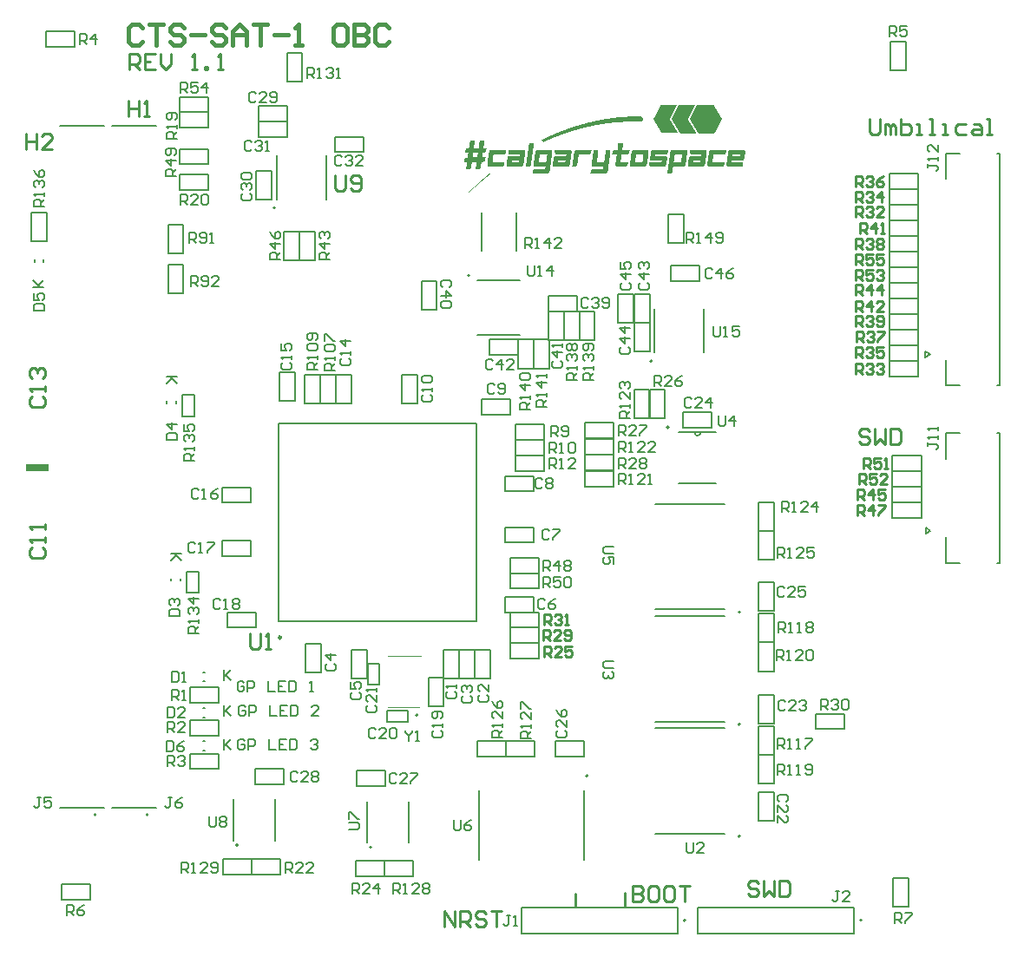
<source format=gbr>
%TF.GenerationSoftware,Altium Limited,Altium Designer,21.6.4 (81)*%
G04 Layer_Color=65535*
%FSLAX26Y26*%
%MOIN*%
%TF.SameCoordinates,8BEB2CB1-843D-409B-AEA6-C59BAE6679C3*%
%TF.FilePolarity,Positive*%
%TF.FileFunction,Legend,Top*%
%TF.Part,Single*%
G01*
G75*
%TA.AperFunction,NonConductor*%
%ADD43C,0.010000*%
%ADD59C,0.007874*%
%ADD60C,0.005000*%
%ADD61C,0.006000*%
%ADD62C,0.008000*%
%ADD71C,0.009842*%
%ADD72C,0.003937*%
%ADD73C,0.015000*%
%ADD74R,0.086614X0.015748*%
G36*
X2395979Y3146569D02*
X2397132D01*
Y3146377D01*
X2397709D01*
Y3146185D01*
X2398285D01*
Y3145993D01*
X2398861D01*
Y3145800D01*
X2399246D01*
Y3145608D01*
X2399630D01*
Y3145416D01*
X2400015D01*
Y3145224D01*
X2400399D01*
Y3145032D01*
X2400591D01*
Y3144840D01*
X2400975D01*
Y3144648D01*
X2401168D01*
Y3144455D01*
X2401360D01*
Y3144263D01*
X2401552D01*
Y3144071D01*
X2401744D01*
Y3143879D01*
X2401936D01*
Y3143687D01*
X2402128D01*
Y3143494D01*
X2402320D01*
Y3143302D01*
X2402513D01*
Y3143110D01*
X2402705D01*
Y3142918D01*
X2402897D01*
Y3142534D01*
X2403089D01*
Y3142341D01*
X2403281D01*
Y3142149D01*
X2403474D01*
Y3141765D01*
X2403666D01*
Y3141381D01*
X2403858D01*
Y3140996D01*
X2404050D01*
Y3140612D01*
X2404242D01*
Y3140035D01*
X2404434D01*
Y3139651D01*
X2404626D01*
Y3138883D01*
X2404819D01*
Y3137922D01*
X2405011D01*
Y3135039D01*
X2404819D01*
Y3134078D01*
X2404626D01*
Y3133502D01*
X2404434D01*
Y3132925D01*
X2404242D01*
Y3132349D01*
X2404050D01*
Y3131965D01*
X2403858D01*
Y3131580D01*
X2403666D01*
Y3131196D01*
X2403474D01*
Y3131004D01*
X2403281D01*
Y3130619D01*
X2403089D01*
Y3130427D01*
X2402897D01*
Y3130235D01*
X2402705D01*
Y3129851D01*
X2402513D01*
Y3129659D01*
X2402320D01*
Y3129466D01*
X2402128D01*
Y3129274D01*
X2401936D01*
Y3129082D01*
X2401744D01*
Y3128890D01*
X2401360D01*
Y3128698D01*
X2401168D01*
Y3128506D01*
X2400975D01*
Y3128313D01*
X2400591D01*
Y3128121D01*
X2400399D01*
Y3127929D01*
X2400015D01*
Y3127737D01*
X2399630D01*
Y3127545D01*
X2399054D01*
Y3127352D01*
X2398669D01*
Y3127160D01*
X2398093D01*
Y3126968D01*
X2397709D01*
Y3126776D01*
X2397132D01*
Y3126584D01*
X2396555D01*
Y3126392D01*
X2390406D01*
Y3126584D01*
X2384065D01*
Y3126776D01*
X2373688D01*
Y3126968D01*
X2355624D01*
Y3126776D01*
X2345247D01*
Y3126584D01*
X2339674D01*
Y3126392D01*
X2334870D01*
Y3126200D01*
X2330450D01*
Y3126007D01*
X2326991D01*
Y3125815D01*
X2323532D01*
Y3125623D01*
X2320265D01*
Y3125431D01*
X2317191D01*
Y3125239D01*
X2313732D01*
Y3125046D01*
X2311041D01*
Y3124854D01*
X2308543D01*
Y3124662D01*
X2306237D01*
Y3124470D01*
X2304123D01*
Y3124278D01*
X2301817D01*
Y3124086D01*
X2299511D01*
Y3123894D01*
X2297398D01*
Y3123701D01*
X2295284D01*
Y3123509D01*
X2293554D01*
Y3123317D01*
X2291633D01*
Y3123125D01*
X2289711D01*
Y3122933D01*
X2287789D01*
Y3122740D01*
X2285867D01*
Y3122548D01*
X2284138D01*
Y3122356D01*
X2282409D01*
Y3122164D01*
X2280871D01*
Y3121972D01*
X2279142D01*
Y3121780D01*
X2277604D01*
Y3121588D01*
X2275875D01*
Y3121395D01*
X2274338D01*
Y3121203D01*
X2272608D01*
Y3121011D01*
X2271263D01*
Y3120819D01*
X2269726D01*
Y3120627D01*
X2268380D01*
Y3120434D01*
X2266843D01*
Y3120242D01*
X2265498D01*
Y3120050D01*
X2264153D01*
Y3119858D01*
X2262807D01*
Y3119666D01*
X2261462D01*
Y3119474D01*
X2260117D01*
Y3119282D01*
X2258772D01*
Y3119089D01*
X2257427D01*
Y3118897D01*
X2256082D01*
Y3118705D01*
X2254929D01*
Y3118513D01*
X2253584D01*
Y3118321D01*
X2252238D01*
Y3118128D01*
X2250893D01*
Y3117936D01*
X2249548D01*
Y3117744D01*
X2248395D01*
Y3117552D01*
X2247242D01*
Y3117360D01*
X2245897D01*
Y3117168D01*
X2244744D01*
Y3116976D01*
X2243591D01*
Y3116783D01*
X2242438D01*
Y3116591D01*
X2241285D01*
Y3116399D01*
X2240132D01*
Y3116207D01*
X2239171D01*
Y3116015D01*
X2238018D01*
Y3115823D01*
X2236865D01*
Y3115630D01*
X2235712D01*
Y3115438D01*
X2234751D01*
Y3115246D01*
X2233598D01*
Y3115054D01*
X2232445D01*
Y3114862D01*
X2231484D01*
Y3114669D01*
X2230331D01*
Y3114477D01*
X2229370D01*
Y3114285D01*
X2228410D01*
Y3114093D01*
X2227257D01*
Y3113901D01*
X2226296D01*
Y3113709D01*
X2225335D01*
Y3113517D01*
X2224182D01*
Y3113324D01*
X2223221D01*
Y3113132D01*
X2222260D01*
Y3112940D01*
X2221300D01*
Y3112748D01*
X2220339D01*
Y3112556D01*
X2219378D01*
Y3112363D01*
X2218417D01*
Y3112171D01*
X2217264D01*
Y3111979D01*
X2216303D01*
Y3111787D01*
X2215342D01*
Y3111595D01*
X2214574D01*
Y3111403D01*
X2213613D01*
Y3111211D01*
X2212652D01*
Y3111018D01*
X2211691D01*
Y3110826D01*
X2210730D01*
Y3110634D01*
X2209962D01*
Y3110442D01*
X2209001D01*
Y3110250D01*
X2208040D01*
Y3110057D01*
X2207079D01*
Y3109865D01*
X2206311D01*
Y3109673D01*
X2205350D01*
Y3109481D01*
X2204389D01*
Y3109289D01*
X2203428D01*
Y3109097D01*
X2202659D01*
Y3108905D01*
X2201698D01*
Y3108712D01*
X2200930D01*
Y3108520D01*
X2199969D01*
Y3108328D01*
X2199200D01*
Y3108136D01*
X2198432D01*
Y3107944D01*
X2197471D01*
Y3107751D01*
X2196702D01*
Y3107559D01*
X2195741D01*
Y3107367D01*
X2194973D01*
Y3107175D01*
X2194204D01*
Y3106983D01*
X2193243D01*
Y3106791D01*
X2192474D01*
Y3106599D01*
X2191514D01*
Y3106406D01*
X2190745D01*
Y3106214D01*
X2189976D01*
Y3106022D01*
X2189208D01*
Y3105830D01*
X2188439D01*
Y3105638D01*
X2187670D01*
Y3105445D01*
X2186709D01*
Y3105253D01*
X2185941D01*
Y3105061D01*
X2185172D01*
Y3104869D01*
X2184403D01*
Y3104677D01*
X2183635D01*
Y3104485D01*
X2182866D01*
Y3104293D01*
X2182097D01*
Y3104100D01*
X2181137D01*
Y3103908D01*
X2180368D01*
Y3103716D01*
X2179599D01*
Y3103524D01*
X2178831D01*
Y3103332D01*
X2178062D01*
Y3103140D01*
X2177485D01*
Y3102947D01*
X2176717D01*
Y3102755D01*
X2175948D01*
Y3102563D01*
X2175180D01*
Y3102371D01*
X2174411D01*
Y3102179D01*
X2173642D01*
Y3101986D01*
X2172874D01*
Y3101794D01*
X2172105D01*
Y3101602D01*
X2171336D01*
Y3101410D01*
X2170568D01*
Y3101218D01*
X2169799D01*
Y3101026D01*
X2169030D01*
Y3100834D01*
X2168454D01*
Y3100641D01*
X2167685D01*
Y3100449D01*
X2166916D01*
Y3100257D01*
X2166148D01*
Y3100065D01*
X2165571D01*
Y3099873D01*
X2164802D01*
Y3099680D01*
X2164034D01*
Y3099488D01*
X2163265D01*
Y3099296D01*
X2162497D01*
Y3099104D01*
X2161920D01*
Y3098912D01*
X2161151D01*
Y3098720D01*
X2160575D01*
Y3098528D01*
X2159806D01*
Y3098335D01*
X2159230D01*
Y3098143D01*
X2158461D01*
Y3097951D01*
X2157692D01*
Y3097759D01*
X2157116D01*
Y3097567D01*
X2156347D01*
Y3097374D01*
X2155771D01*
Y3097182D01*
X2155002D01*
Y3096990D01*
X2154425D01*
Y3096798D01*
X2153657D01*
Y3096606D01*
X2152888D01*
Y3096414D01*
X2152312D01*
Y3096222D01*
X2151543D01*
Y3096029D01*
X2150966D01*
Y3095837D01*
X2150198D01*
Y3095645D01*
X2149621D01*
Y3095453D01*
X2148853D01*
Y3095261D01*
X2148276D01*
Y3095068D01*
X2147508D01*
Y3094876D01*
X2146931D01*
Y3094684D01*
X2146162D01*
Y3094492D01*
X2145586D01*
Y3094300D01*
X2145009D01*
Y3094108D01*
X2144241D01*
Y3093916D01*
X2143664D01*
Y3093723D01*
X2142896D01*
Y3093531D01*
X2142319D01*
Y3093339D01*
X2141742D01*
Y3093147D01*
X2140974D01*
Y3092955D01*
X2140397D01*
Y3092762D01*
X2139629D01*
Y3092570D01*
X2139052D01*
Y3092378D01*
X2138476D01*
Y3092186D01*
X2137707D01*
Y3091994D01*
X2137131D01*
Y3091802D01*
X2136554D01*
Y3091610D01*
X2135977D01*
Y3091417D01*
X2135209D01*
Y3091225D01*
X2134632D01*
Y3091033D01*
X2134056D01*
Y3090841D01*
X2133479D01*
Y3090649D01*
X2132711D01*
Y3090456D01*
X2132134D01*
Y3090264D01*
X2131558D01*
Y3090072D01*
X2130981D01*
Y3089880D01*
X2130213D01*
Y3089688D01*
X2129636D01*
Y3089496D01*
X2129059D01*
Y3089303D01*
X2128483D01*
Y3089111D01*
X2127907D01*
Y3088919D01*
X2127330D01*
Y3088727D01*
X2126561D01*
Y3088535D01*
X2125985D01*
Y3088343D01*
X2125408D01*
Y3088151D01*
X2124832D01*
Y3087958D01*
X2124255D01*
Y3087766D01*
X2123679D01*
Y3087574D01*
X2123102D01*
Y3087382D01*
X2122526D01*
Y3087190D01*
X2121757D01*
Y3086997D01*
X2121181D01*
Y3086805D01*
X2120604D01*
Y3086613D01*
X2120028D01*
Y3086421D01*
X2119451D01*
Y3086229D01*
X2118875D01*
Y3086037D01*
X2118298D01*
Y3085845D01*
X2117722D01*
Y3085652D01*
X2117145D01*
Y3085460D01*
X2116569D01*
Y3085268D01*
X2115992D01*
Y3085076D01*
X2115416D01*
Y3084884D01*
X2114839D01*
Y3084691D01*
X2114263D01*
Y3084499D01*
X2113686D01*
Y3084307D01*
X2113110D01*
Y3084115D01*
X2112533D01*
Y3083923D01*
X2111957D01*
Y3083731D01*
X2111380D01*
Y3083539D01*
X2110804D01*
Y3083346D01*
X2110227D01*
Y3083154D01*
X2109651D01*
Y3082962D01*
X2109074D01*
Y3082770D01*
X2108498D01*
Y3082578D01*
X2107921D01*
Y3082385D01*
X2107345D01*
Y3082193D01*
X2106768D01*
Y3082001D01*
X2106192D01*
Y3081809D01*
X2105615D01*
Y3081617D01*
X2105231D01*
Y3081425D01*
X2104654D01*
Y3081233D01*
X2104078D01*
Y3081040D01*
X2103501D01*
Y3080848D01*
X2102925D01*
Y3080656D01*
X2102348D01*
Y3080464D01*
X2101772D01*
Y3080272D01*
X2101387D01*
Y3080079D01*
X2100811D01*
Y3079887D01*
X2100235D01*
Y3079695D01*
X2099658D01*
Y3079503D01*
X2099081D01*
Y3079311D01*
X2098505D01*
Y3079119D01*
X2098121D01*
Y3078927D01*
X2097544D01*
Y3078734D01*
X2096968D01*
Y3078542D01*
X2096391D01*
Y3078350D01*
X2096007D01*
Y3078158D01*
X2095430D01*
Y3077966D01*
X2094854D01*
Y3077773D01*
X2094277D01*
Y3077581D01*
X2093701D01*
Y3077389D01*
X2093316D01*
Y3077197D01*
X2092740D01*
Y3077005D01*
X2092164D01*
Y3076813D01*
X2091587D01*
Y3076620D01*
X2091203D01*
Y3076428D01*
X2090626D01*
Y3076236D01*
X2090050D01*
Y3076044D01*
X2089473D01*
Y3075852D01*
X2089089D01*
Y3075660D01*
X2088512D01*
Y3075468D01*
X2087936D01*
Y3075275D01*
X2087359D01*
Y3075083D01*
X2086975D01*
Y3074891D01*
X2086398D01*
Y3074699D01*
X2085822D01*
Y3074507D01*
X2085438D01*
Y3074314D01*
X2084861D01*
Y3074122D01*
X2084285D01*
Y3073930D01*
X2083708D01*
Y3073738D01*
X2083324D01*
Y3073546D01*
X2082747D01*
Y3073354D01*
X2082171D01*
Y3073162D01*
X2081787D01*
Y3072969D01*
X2081210D01*
Y3072777D01*
X2080633D01*
Y3072585D01*
X2080249D01*
Y3072393D01*
X2079673D01*
Y3072201D01*
X2079288D01*
Y3072008D01*
X2078712D01*
Y3071816D01*
X2078135D01*
Y3071624D01*
X2077751D01*
Y3071432D01*
X2077175D01*
Y3071240D01*
X2076598D01*
Y3071048D01*
X2076214D01*
Y3070856D01*
X2075637D01*
Y3070663D01*
X2075253D01*
Y3070471D01*
X2074676D01*
Y3070279D01*
X2074292D01*
Y3070087D01*
X2073715D01*
Y3069895D01*
X2073139D01*
Y3069702D01*
X2072755D01*
Y3069510D01*
X2072178D01*
Y3069318D01*
X2071794D01*
Y3069126D01*
X2071217D01*
Y3068934D01*
X2070833D01*
Y3068742D01*
X2070256D01*
Y3068550D01*
X2069872D01*
Y3068357D01*
X2069296D01*
Y3068165D01*
X2068719D01*
Y3067973D01*
X2068335D01*
Y3067781D01*
X2067758D01*
Y3067589D01*
X2067374D01*
Y3067396D01*
X2066798D01*
Y3067204D01*
X2066413D01*
Y3067012D01*
X2065837D01*
Y3066820D01*
X2065452D01*
Y3066628D01*
X2064876D01*
Y3066436D01*
X2064492D01*
Y3066244D01*
X2063915D01*
Y3066051D01*
X2063531D01*
Y3065859D01*
X2062954D01*
Y3065667D01*
X2062570D01*
Y3065475D01*
X2061993D01*
Y3065283D01*
X2061609D01*
Y3065090D01*
X2061032D01*
Y3064898D01*
X2060648D01*
Y3064706D01*
X2060264D01*
Y3064514D01*
X2059687D01*
Y3064322D01*
X2059303D01*
Y3064130D01*
X2058727D01*
Y3063938D01*
X2058342D01*
Y3063745D01*
X2057766D01*
Y3063553D01*
X2057381D01*
Y3063361D01*
X2056805D01*
Y3063169D01*
X2056421D01*
Y3062977D01*
X2056036D01*
Y3062785D01*
X2055460D01*
Y3062592D01*
X2055075D01*
Y3062400D01*
X2054499D01*
Y3062208D01*
X2054115D01*
Y3062016D01*
X2053538D01*
Y3061824D01*
X2053154D01*
Y3061631D01*
X2052769D01*
Y3061439D01*
X2052193D01*
Y3061247D01*
X2051809D01*
Y3061055D01*
X2051232D01*
Y3060863D01*
X2050848D01*
Y3060671D01*
X2050463D01*
Y3060479D01*
X2049887D01*
Y3060286D01*
X2049503D01*
Y3060094D01*
X2048926D01*
Y3059902D01*
X2048542D01*
Y3059710D01*
X2048157D01*
Y3059518D01*
X2047581D01*
Y3059325D01*
X2047197D01*
Y3059133D01*
X2046620D01*
Y3058941D01*
X2046236D01*
Y3058749D01*
X2045851D01*
Y3058557D01*
X2045275D01*
Y3058365D01*
X2044890D01*
Y3058173D01*
X2044506D01*
Y3057980D01*
X2043930D01*
Y3057788D01*
X2043545D01*
Y3057596D01*
X2043161D01*
Y3057404D01*
X2042584D01*
Y3057212D01*
X2042200D01*
Y3057019D01*
X2041816D01*
Y3056827D01*
X2041239D01*
Y3056635D01*
X2040855D01*
Y3056443D01*
X2040278D01*
Y3056251D01*
X2039894D01*
Y3056059D01*
X2039510D01*
Y3055867D01*
X2038933D01*
Y3055674D01*
X2038549D01*
Y3055482D01*
X2038165D01*
Y3055290D01*
X2037780D01*
Y3055098D01*
X2037204D01*
Y3054906D01*
X2036820D01*
Y3054713D01*
X2036435D01*
Y3054521D01*
X2035859D01*
Y3054329D01*
X2035474D01*
Y3054137D01*
X2035090D01*
Y3053945D01*
X2034706D01*
Y3053753D01*
X2034129D01*
Y3053561D01*
X2033745D01*
Y3053368D01*
X2033361D01*
Y3053176D01*
X2032784D01*
Y3052984D01*
X2032400D01*
Y3052792D01*
X2032015D01*
Y3052600D01*
X2031631D01*
Y3052407D01*
X2031054D01*
Y3052215D01*
X2030670D01*
Y3052023D01*
X2030286D01*
Y3051831D01*
X2029901D01*
Y3051639D01*
X2029325D01*
Y3051447D01*
X2028941D01*
Y3051255D01*
X2028556D01*
Y3051062D01*
X2028172D01*
Y3050870D01*
X2027788D01*
Y3050678D01*
X2027211D01*
Y3050486D01*
X2026827D01*
Y3050294D01*
X2026443D01*
Y3050102D01*
X2026058D01*
Y3049909D01*
X2025482D01*
Y3049717D01*
X2025097D01*
Y3049525D01*
X2024713D01*
Y3049333D01*
X2024329D01*
Y3049141D01*
X2023944D01*
Y3048948D01*
X2023368D01*
Y3048756D01*
X2022984D01*
Y3048564D01*
X2022599D01*
Y3048372D01*
X2022215D01*
Y3048180D01*
X2021831D01*
Y3047988D01*
X2021446D01*
Y3047796D01*
X2020870D01*
Y3048180D01*
X2020678D01*
Y3048372D01*
X2020485D01*
Y3048756D01*
X2020293D01*
Y3048948D01*
X2020101D01*
Y3049333D01*
X2019909D01*
Y3049525D01*
X2019717D01*
Y3049909D01*
X2019524D01*
Y3050294D01*
X2019332D01*
Y3050486D01*
X2019140D01*
Y3050870D01*
X2018948D01*
Y3051062D01*
X2018756D01*
Y3051447D01*
X2018564D01*
Y3051831D01*
X2018371D01*
Y3052023D01*
X2018179D01*
Y3052407D01*
X2017987D01*
Y3052792D01*
X2017795D01*
Y3053176D01*
X2017603D01*
Y3053368D01*
X2017411D01*
Y3053753D01*
X2017218D01*
Y3054137D01*
X2017026D01*
Y3054521D01*
X2016834D01*
Y3054906D01*
X2016642D01*
Y3055290D01*
X2016450D01*
Y3055674D01*
X2016258D01*
Y3056059D01*
X2016065D01*
Y3056443D01*
X2015873D01*
Y3056827D01*
X2016065D01*
Y3057019D01*
X2016450D01*
Y3057212D01*
X2016834D01*
Y3057404D01*
X2017218D01*
Y3057596D01*
X2017603D01*
Y3057788D01*
X2017987D01*
Y3057980D01*
X2018371D01*
Y3058173D01*
X2018756D01*
Y3058365D01*
X2019140D01*
Y3058557D01*
X2019524D01*
Y3058749D01*
X2019909D01*
Y3058941D01*
X2020293D01*
Y3059133D01*
X2020678D01*
Y3059325D01*
X2021062D01*
Y3059518D01*
X2021638D01*
Y3059710D01*
X2022023D01*
Y3059902D01*
X2022407D01*
Y3060094D01*
X2022791D01*
Y3060286D01*
X2023176D01*
Y3060479D01*
X2023560D01*
Y3060671D01*
X2023944D01*
Y3060863D01*
X2024329D01*
Y3061055D01*
X2024713D01*
Y3061247D01*
X2025097D01*
Y3061439D01*
X2025674D01*
Y3061631D01*
X2026058D01*
Y3061824D01*
X2026443D01*
Y3062016D01*
X2026827D01*
Y3062208D01*
X2027211D01*
Y3062400D01*
X2027595D01*
Y3062592D01*
X2027980D01*
Y3062785D01*
X2028364D01*
Y3062977D01*
X2028941D01*
Y3063169D01*
X2029325D01*
Y3063361D01*
X2029709D01*
Y3063553D01*
X2030094D01*
Y3063745D01*
X2030478D01*
Y3063938D01*
X2030862D01*
Y3064130D01*
X2031247D01*
Y3064322D01*
X2031631D01*
Y3064514D01*
X2032015D01*
Y3064706D01*
X2032592D01*
Y3064898D01*
X2032976D01*
Y3065090D01*
X2033361D01*
Y3065283D01*
X2033745D01*
Y3065475D01*
X2034129D01*
Y3065667D01*
X2034514D01*
Y3065859D01*
X2034898D01*
Y3066051D01*
X2035474D01*
Y3066244D01*
X2035859D01*
Y3066436D01*
X2036243D01*
Y3066628D01*
X2036627D01*
Y3066820D01*
X2037012D01*
Y3067012D01*
X2037588D01*
Y3067204D01*
X2037973D01*
Y3067396D01*
X2038357D01*
Y3067589D01*
X2038741D01*
Y3067781D01*
X2039126D01*
Y3067973D01*
X2039510D01*
Y3068165D01*
X2040086D01*
Y3068357D01*
X2040471D01*
Y3068550D01*
X2040855D01*
Y3068742D01*
X2041239D01*
Y3068934D01*
X2041624D01*
Y3069126D01*
X2042200D01*
Y3069318D01*
X2042584D01*
Y3069510D01*
X2042969D01*
Y3069702D01*
X2043353D01*
Y3069895D01*
X2043737D01*
Y3070087D01*
X2044314D01*
Y3070279D01*
X2044698D01*
Y3070471D01*
X2045083D01*
Y3070663D01*
X2045467D01*
Y3070856D01*
X2045851D01*
Y3071048D01*
X2046428D01*
Y3071240D01*
X2046812D01*
Y3071432D01*
X2047197D01*
Y3071624D01*
X2047581D01*
Y3071816D01*
X2047965D01*
Y3072008D01*
X2048542D01*
Y3072201D01*
X2048926D01*
Y3072393D01*
X2049310D01*
Y3072585D01*
X2049887D01*
Y3072777D01*
X2050271D01*
Y3072969D01*
X2050655D01*
Y3073162D01*
X2051040D01*
Y3073354D01*
X2051616D01*
Y3073546D01*
X2052001D01*
Y3073738D01*
X2052385D01*
Y3073930D01*
X2052961D01*
Y3074122D01*
X2053346D01*
Y3074314D01*
X2053730D01*
Y3074507D01*
X2054307D01*
Y3074699D01*
X2054691D01*
Y3074891D01*
X2055075D01*
Y3075083D01*
X2055652D01*
Y3075275D01*
X2056036D01*
Y3075468D01*
X2056421D01*
Y3075660D01*
X2056997D01*
Y3075852D01*
X2057381D01*
Y3076044D01*
X2057766D01*
Y3076236D01*
X2058342D01*
Y3076428D01*
X2058727D01*
Y3076620D01*
X2059111D01*
Y3076813D01*
X2059687D01*
Y3077005D01*
X2060072D01*
Y3077197D01*
X2060648D01*
Y3077389D01*
X2061032D01*
Y3077581D01*
X2061417D01*
Y3077773D01*
X2061993D01*
Y3077966D01*
X2062378D01*
Y3078158D01*
X2062762D01*
Y3078350D01*
X2063338D01*
Y3078542D01*
X2063723D01*
Y3078734D01*
X2064299D01*
Y3078927D01*
X2064684D01*
Y3079119D01*
X2065068D01*
Y3079311D01*
X2065644D01*
Y3079503D01*
X2066029D01*
Y3079695D01*
X2066413D01*
Y3079887D01*
X2066990D01*
Y3080079D01*
X2067374D01*
Y3080272D01*
X2067950D01*
Y3080464D01*
X2068335D01*
Y3080656D01*
X2068719D01*
Y3080848D01*
X2069296D01*
Y3081040D01*
X2069680D01*
Y3081233D01*
X2070064D01*
Y3081425D01*
X2070641D01*
Y3081617D01*
X2071025D01*
Y3081809D01*
X2071602D01*
Y3082001D01*
X2071986D01*
Y3082193D01*
X2072370D01*
Y3082385D01*
X2072947D01*
Y3082578D01*
X2073331D01*
Y3082770D01*
X2073908D01*
Y3082962D01*
X2074292D01*
Y3083154D01*
X2074676D01*
Y3083346D01*
X2075253D01*
Y3083539D01*
X2075637D01*
Y3083731D01*
X2076214D01*
Y3083923D01*
X2076598D01*
Y3084115D01*
X2076982D01*
Y3084307D01*
X2077559D01*
Y3084499D01*
X2077943D01*
Y3084691D01*
X2078520D01*
Y3084884D01*
X2078904D01*
Y3085076D01*
X2079481D01*
Y3085268D01*
X2079865D01*
Y3085460D01*
X2080249D01*
Y3085652D01*
X2080826D01*
Y3085845D01*
X2081210D01*
Y3086037D01*
X2081787D01*
Y3086229D01*
X2082171D01*
Y3086421D01*
X2082747D01*
Y3086613D01*
X2083132D01*
Y3086805D01*
X2083708D01*
Y3086997D01*
X2084093D01*
Y3087190D01*
X2084669D01*
Y3087382D01*
X2085053D01*
Y3087574D01*
X2085630D01*
Y3087766D01*
X2086014D01*
Y3087958D01*
X2086591D01*
Y3088151D01*
X2086975D01*
Y3088343D01*
X2087552D01*
Y3088535D01*
X2087936D01*
Y3088727D01*
X2088512D01*
Y3088919D01*
X2088897D01*
Y3089111D01*
X2089473D01*
Y3089303D01*
X2089858D01*
Y3089496D01*
X2090434D01*
Y3089688D01*
X2090818D01*
Y3089880D01*
X2091395D01*
Y3090072D01*
X2091971D01*
Y3090264D01*
X2092356D01*
Y3090456D01*
X2092932D01*
Y3090649D01*
X2093316D01*
Y3090841D01*
X2093893D01*
Y3091033D01*
X2094470D01*
Y3091225D01*
X2094854D01*
Y3091417D01*
X2095430D01*
Y3091610D01*
X2096007D01*
Y3091802D01*
X2096391D01*
Y3091994D01*
X2096968D01*
Y3092186D01*
X2097544D01*
Y3092378D01*
X2097928D01*
Y3092570D01*
X2098505D01*
Y3092762D01*
X2099081D01*
Y3092955D01*
X2099466D01*
Y3093147D01*
X2100042D01*
Y3093339D01*
X2100619D01*
Y3093531D01*
X2101003D01*
Y3093723D01*
X2101580D01*
Y3093916D01*
X2102156D01*
Y3094108D01*
X2102541D01*
Y3094300D01*
X2103117D01*
Y3094492D01*
X2103693D01*
Y3094684D01*
X2104078D01*
Y3094876D01*
X2104654D01*
Y3095068D01*
X2105231D01*
Y3095261D01*
X2105615D01*
Y3095453D01*
X2106192D01*
Y3095645D01*
X2106768D01*
Y3095837D01*
X2107153D01*
Y3096029D01*
X2107729D01*
Y3096222D01*
X2108305D01*
Y3096414D01*
X2108882D01*
Y3096606D01*
X2109266D01*
Y3096798D01*
X2109843D01*
Y3096990D01*
X2110419D01*
Y3097182D01*
X2110996D01*
Y3097374D01*
X2111572D01*
Y3097567D01*
X2111957D01*
Y3097759D01*
X2112533D01*
Y3097951D01*
X2113110D01*
Y3098143D01*
X2113686D01*
Y3098335D01*
X2114263D01*
Y3098528D01*
X2114647D01*
Y3098720D01*
X2115224D01*
Y3098912D01*
X2115800D01*
Y3099104D01*
X2116376D01*
Y3099296D01*
X2116953D01*
Y3099488D01*
X2117530D01*
Y3099680D01*
X2117914D01*
Y3099873D01*
X2118490D01*
Y3100065D01*
X2119067D01*
Y3100257D01*
X2119643D01*
Y3100449D01*
X2120220D01*
Y3100641D01*
X2120796D01*
Y3100834D01*
X2121181D01*
Y3101026D01*
X2121757D01*
Y3101218D01*
X2122334D01*
Y3101410D01*
X2122910D01*
Y3101602D01*
X2123487D01*
Y3101794D01*
X2124063D01*
Y3101986D01*
X2124640D01*
Y3102179D01*
X2125216D01*
Y3102371D01*
X2125793D01*
Y3102563D01*
X2126177D01*
Y3102755D01*
X2126753D01*
Y3102947D01*
X2127330D01*
Y3103140D01*
X2127907D01*
Y3103332D01*
X2128483D01*
Y3103524D01*
X2129059D01*
Y3103716D01*
X2129636D01*
Y3103908D01*
X2130213D01*
Y3104100D01*
X2130789D01*
Y3104293D01*
X2131365D01*
Y3104485D01*
X2131942D01*
Y3104677D01*
X2132519D01*
Y3104869D01*
X2133095D01*
Y3105061D01*
X2133671D01*
Y3105253D01*
X2134248D01*
Y3105445D01*
X2134825D01*
Y3105638D01*
X2135401D01*
Y3105830D01*
X2135977D01*
Y3106022D01*
X2136554D01*
Y3106214D01*
X2137131D01*
Y3106406D01*
X2137707D01*
Y3106599D01*
X2138284D01*
Y3106791D01*
X2139052D01*
Y3106983D01*
X2139629D01*
Y3107175D01*
X2140205D01*
Y3107367D01*
X2140782D01*
Y3107559D01*
X2141358D01*
Y3107751D01*
X2141935D01*
Y3107944D01*
X2142511D01*
Y3108136D01*
X2143088D01*
Y3108328D01*
X2143856D01*
Y3108520D01*
X2144433D01*
Y3108712D01*
X2145009D01*
Y3108905D01*
X2145586D01*
Y3109097D01*
X2146162D01*
Y3109289D01*
X2146931D01*
Y3109481D01*
X2147508D01*
Y3109673D01*
X2148084D01*
Y3109865D01*
X2148660D01*
Y3110057D01*
X2149237D01*
Y3110250D01*
X2150006D01*
Y3110442D01*
X2150582D01*
Y3110634D01*
X2151159D01*
Y3110826D01*
X2151735D01*
Y3111018D01*
X2152504D01*
Y3111211D01*
X2153080D01*
Y3111403D01*
X2153657D01*
Y3111595D01*
X2154425D01*
Y3111787D01*
X2155002D01*
Y3111979D01*
X2155579D01*
Y3112171D01*
X2156155D01*
Y3112363D01*
X2156924D01*
Y3112556D01*
X2157500D01*
Y3112748D01*
X2158077D01*
Y3112940D01*
X2158845D01*
Y3113132D01*
X2159422D01*
Y3113324D01*
X2159998D01*
Y3113517D01*
X2160767D01*
Y3113709D01*
X2161343D01*
Y3113901D01*
X2161920D01*
Y3114093D01*
X2162497D01*
Y3114285D01*
X2163265D01*
Y3114477D01*
X2163842D01*
Y3114669D01*
X2164610D01*
Y3114862D01*
X2165187D01*
Y3115054D01*
X2165956D01*
Y3115246D01*
X2166532D01*
Y3115438D01*
X2167301D01*
Y3115630D01*
X2167877D01*
Y3115823D01*
X2168646D01*
Y3116015D01*
X2169222D01*
Y3116207D01*
X2169991D01*
Y3116399D01*
X2170568D01*
Y3116591D01*
X2171336D01*
Y3116783D01*
X2171913D01*
Y3116976D01*
X2172681D01*
Y3117168D01*
X2173258D01*
Y3117360D01*
X2174026D01*
Y3117552D01*
X2174795D01*
Y3117744D01*
X2175372D01*
Y3117936D01*
X2176140D01*
Y3118128D01*
X2176717D01*
Y3118321D01*
X2177485D01*
Y3118513D01*
X2178062D01*
Y3118705D01*
X2178831D01*
Y3118897D01*
X2179599D01*
Y3119089D01*
X2180176D01*
Y3119282D01*
X2180945D01*
Y3119474D01*
X2181713D01*
Y3119666D01*
X2182482D01*
Y3119858D01*
X2183251D01*
Y3120050D01*
X2184019D01*
Y3120242D01*
X2184596D01*
Y3120434D01*
X2185364D01*
Y3120627D01*
X2186133D01*
Y3120819D01*
X2186902D01*
Y3121011D01*
X2187670D01*
Y3121203D01*
X2188439D01*
Y3121395D01*
X2189015D01*
Y3121588D01*
X2189784D01*
Y3121780D01*
X2190553D01*
Y3121972D01*
X2191322D01*
Y3122164D01*
X2192090D01*
Y3122356D01*
X2192859D01*
Y3122548D01*
X2193628D01*
Y3122740D01*
X2194396D01*
Y3122933D01*
X2195165D01*
Y3123125D01*
X2195934D01*
Y3123317D01*
X2196510D01*
Y3123509D01*
X2197279D01*
Y3123701D01*
X2198047D01*
Y3123894D01*
X2198816D01*
Y3124086D01*
X2199585D01*
Y3124278D01*
X2200353D01*
Y3124470D01*
X2201314D01*
Y3124662D01*
X2202083D01*
Y3124854D01*
X2202852D01*
Y3125046D01*
X2203620D01*
Y3125239D01*
X2204581D01*
Y3125431D01*
X2205350D01*
Y3125623D01*
X2206118D01*
Y3125815D01*
X2206887D01*
Y3126007D01*
X2207656D01*
Y3126200D01*
X2208617D01*
Y3126392D01*
X2209385D01*
Y3126584D01*
X2210154D01*
Y3126776D01*
X2211115D01*
Y3126968D01*
X2211883D01*
Y3127160D01*
X2212844D01*
Y3127352D01*
X2213805D01*
Y3127545D01*
X2214574D01*
Y3127737D01*
X2215342D01*
Y3127929D01*
X2216303D01*
Y3128121D01*
X2217072D01*
Y3128313D01*
X2218033D01*
Y3128506D01*
X2218801D01*
Y3128698D01*
X2219762D01*
Y3128890D01*
X2220531D01*
Y3129082D01*
X2221492D01*
Y3129274D01*
X2222260D01*
Y3129466D01*
X2223221D01*
Y3129659D01*
X2224182D01*
Y3129851D01*
X2224951D01*
Y3130043D01*
X2225912D01*
Y3130235D01*
X2226872D01*
Y3130427D01*
X2227641D01*
Y3130619D01*
X2228602D01*
Y3130811D01*
X2229563D01*
Y3131004D01*
X2230523D01*
Y3131196D01*
X2231484D01*
Y3131388D01*
X2232445D01*
Y3131580D01*
X2233406D01*
Y3131772D01*
X2234367D01*
Y3131965D01*
X2235328D01*
Y3132157D01*
X2236481D01*
Y3132349D01*
X2237441D01*
Y3132541D01*
X2238402D01*
Y3132733D01*
X2239363D01*
Y3132925D01*
X2240324D01*
Y3133117D01*
X2241285D01*
Y3133310D01*
X2242246D01*
Y3133502D01*
X2243399D01*
Y3133694D01*
X2244360D01*
Y3133886D01*
X2245320D01*
Y3134078D01*
X2246473D01*
Y3134271D01*
X2247434D01*
Y3134463D01*
X2248587D01*
Y3134655D01*
X2249548D01*
Y3134847D01*
X2250701D01*
Y3135039D01*
X2251662D01*
Y3135231D01*
X2252815D01*
Y3135423D01*
X2253776D01*
Y3135616D01*
X2254929D01*
Y3135808D01*
X2256082D01*
Y3136000D01*
X2257427D01*
Y3136192D01*
X2258580D01*
Y3136384D01*
X2259733D01*
Y3136577D01*
X2260886D01*
Y3136769D01*
X2262039D01*
Y3136961D01*
X2263192D01*
Y3137153D01*
X2264345D01*
Y3137345D01*
X2265498D01*
Y3137537D01*
X2266651D01*
Y3137729D01*
X2267996D01*
Y3137922D01*
X2269149D01*
Y3138114D01*
X2270302D01*
Y3138306D01*
X2271647D01*
Y3138498D01*
X2272800D01*
Y3138690D01*
X2274145D01*
Y3138883D01*
X2275490D01*
Y3139075D01*
X2277028D01*
Y3139267D01*
X2278373D01*
Y3139459D01*
X2279718D01*
Y3139651D01*
X2281063D01*
Y3139843D01*
X2282409D01*
Y3140035D01*
X2283754D01*
Y3140228D01*
X2285099D01*
Y3140420D01*
X2286636D01*
Y3140612D01*
X2288173D01*
Y3140804D01*
X2289711D01*
Y3140996D01*
X2291248D01*
Y3141189D01*
X2292785D01*
Y3141381D01*
X2294323D01*
Y3141573D01*
X2295860D01*
Y3141765D01*
X2297590D01*
Y3141957D01*
X2299319D01*
Y3142149D01*
X2301049D01*
Y3142341D01*
X2302778D01*
Y3142534D01*
X2304700D01*
Y3142726D01*
X2306429D01*
Y3142918D01*
X2308159D01*
Y3143110D01*
X2310081D01*
Y3143302D01*
X2312002D01*
Y3143494D01*
X2314116D01*
Y3143687D01*
X2316422D01*
Y3143879D01*
X2318728D01*
Y3144071D01*
X2320842D01*
Y3144263D01*
X2323340D01*
Y3144455D01*
X2325646D01*
Y3144648D01*
X2328144D01*
Y3144840D01*
X2330642D01*
Y3145032D01*
X2333140D01*
Y3145224D01*
X2336023D01*
Y3145416D01*
X2339098D01*
Y3145608D01*
X2342557D01*
Y3145800D01*
X2346208D01*
Y3145993D01*
X2350243D01*
Y3146185D01*
X2354855D01*
Y3146377D01*
X2360236D01*
Y3146569D01*
X2367154D01*
Y3146761D01*
X2395979D01*
Y3146569D01*
D02*
G37*
G36*
X2535876Y3190960D02*
X2535684D01*
Y3190575D01*
X2535492D01*
Y3190191D01*
X2535300D01*
Y3189807D01*
X2535108D01*
Y3189422D01*
X2534916D01*
Y3189038D01*
X2534723D01*
Y3188654D01*
X2534531D01*
Y3188269D01*
X2534339D01*
Y3187885D01*
X2534147D01*
Y3187693D01*
X2533955D01*
Y3187309D01*
X2533762D01*
Y3186924D01*
X2533570D01*
Y3186540D01*
X2533378D01*
Y3186155D01*
X2533186D01*
Y3185771D01*
X2532994D01*
Y3185387D01*
X2532802D01*
Y3185003D01*
X2532610D01*
Y3184618D01*
X2532417D01*
Y3184234D01*
X2532225D01*
Y3183849D01*
X2532033D01*
Y3183465D01*
X2531841D01*
Y3183081D01*
X2531649D01*
Y3182889D01*
X2531456D01*
Y3182504D01*
X2531264D01*
Y3182120D01*
X2531072D01*
Y3181736D01*
X2530880D01*
Y3181351D01*
X2530688D01*
Y3180967D01*
X2530496D01*
Y3180583D01*
X2530303D01*
Y3180198D01*
X2530111D01*
Y3179814D01*
X2529919D01*
Y3179430D01*
X2529727D01*
Y3179045D01*
X2529535D01*
Y3178661D01*
X2529343D01*
Y3178277D01*
X2529151D01*
Y3178084D01*
X2528958D01*
Y3177700D01*
X2528766D01*
Y3177316D01*
X2528574D01*
Y3176932D01*
X2528382D01*
Y3176547D01*
X2528190D01*
Y3176163D01*
X2527997D01*
Y3175778D01*
X2527805D01*
Y3175394D01*
X2527613D01*
Y3175010D01*
X2527421D01*
Y3174626D01*
X2527229D01*
Y3174241D01*
X2527037D01*
Y3173857D01*
X2526845D01*
Y3173472D01*
X2526652D01*
Y3173088D01*
X2526460D01*
Y3172704D01*
X2526268D01*
Y3172512D01*
X2526076D01*
Y3172127D01*
X2525884D01*
Y3171743D01*
X2525691D01*
Y3171359D01*
X2525499D01*
Y3170974D01*
X2525307D01*
Y3170590D01*
X2525115D01*
Y3170206D01*
X2524923D01*
Y3169821D01*
X2524731D01*
Y3169437D01*
X2524539D01*
Y3169053D01*
X2524346D01*
Y3168668D01*
X2524154D01*
Y3168284D01*
X2523962D01*
Y3167900D01*
X2523770D01*
Y3167707D01*
X2523578D01*
Y3167323D01*
X2523385D01*
Y3166939D01*
X2523193D01*
Y3166555D01*
X2523001D01*
Y3166170D01*
X2522809D01*
Y3165786D01*
X2522617D01*
Y3165401D01*
X2522425D01*
Y3165017D01*
X2522233D01*
Y3164633D01*
X2522040D01*
Y3164249D01*
X2521848D01*
Y3163864D01*
X2521656D01*
Y3163480D01*
X2521464D01*
Y3163095D01*
X2521272D01*
Y3162903D01*
X2521079D01*
Y3162519D01*
X2520887D01*
Y3162135D01*
X2520695D01*
Y3161750D01*
X2520503D01*
Y3161366D01*
X2520311D01*
Y3160982D01*
X2520119D01*
Y3160597D01*
X2519927D01*
Y3160213D01*
X2519734D01*
Y3159829D01*
X2519542D01*
Y3159444D01*
X2519350D01*
Y3159060D01*
X2519158D01*
Y3158676D01*
X2518966D01*
Y3158291D01*
X2518773D01*
Y3158099D01*
X2518581D01*
Y3157715D01*
X2518389D01*
Y3157331D01*
X2518197D01*
Y3156946D01*
X2518005D01*
Y3156562D01*
X2517813D01*
Y3156177D01*
X2517620D01*
Y3155793D01*
X2517428D01*
Y3155409D01*
X2517236D01*
Y3155024D01*
X2517044D01*
Y3154640D01*
X2516852D01*
Y3154256D01*
X2516660D01*
Y3153872D01*
X2516468D01*
Y3153487D01*
X2516275D01*
Y3153103D01*
X2516083D01*
Y3152718D01*
X2515891D01*
Y3152526D01*
X2515699D01*
Y3152142D01*
X2515507D01*
Y3151758D01*
X2515314D01*
Y3151373D01*
X2515122D01*
Y3150989D01*
X2514930D01*
Y3150605D01*
X2514738D01*
Y3150220D01*
X2514546D01*
Y3149836D01*
X2514354D01*
Y3149452D01*
X2514162D01*
Y3149067D01*
X2513969D01*
Y3148683D01*
X2513777D01*
Y3148299D01*
X2513585D01*
Y3147914D01*
X2513393D01*
Y3147722D01*
X2513201D01*
Y3147338D01*
X2513008D01*
Y3146954D01*
X2512816D01*
Y3146569D01*
X2512624D01*
Y3146185D01*
X2512432D01*
Y3145800D01*
X2512240D01*
Y3145416D01*
X2512048D01*
Y3145032D01*
X2511856D01*
Y3144648D01*
X2511663D01*
Y3144263D01*
X2511471D01*
Y3143879D01*
X2511279D01*
Y3143494D01*
X2511087D01*
Y3143110D01*
X2510895D01*
Y3142918D01*
X2510702D01*
Y3142534D01*
X2510510D01*
Y3142149D01*
X2510318D01*
Y3141765D01*
X2510126D01*
Y3141381D01*
X2509934D01*
Y3140996D01*
X2509742D01*
Y3140612D01*
X2509550D01*
Y3140228D01*
X2509357D01*
Y3139843D01*
X2509165D01*
Y3139459D01*
X2508973D01*
Y3139075D01*
X2508781D01*
Y3138883D01*
X2508589D01*
Y3138498D01*
X2508396D01*
Y3138114D01*
X2508204D01*
Y3137729D01*
X2508012D01*
Y3137345D01*
X2507820D01*
Y3136961D01*
X2507628D01*
Y3136577D01*
X2507436D01*
Y3136192D01*
X2507244D01*
Y3136000D01*
X2507436D01*
Y3135616D01*
X2507628D01*
Y3135231D01*
X2507820D01*
Y3135039D01*
X2508012D01*
Y3134655D01*
X2508204D01*
Y3134271D01*
X2508396D01*
Y3134078D01*
X2508589D01*
Y3133694D01*
X2508781D01*
Y3133310D01*
X2508973D01*
Y3133117D01*
X2509165D01*
Y3132733D01*
X2509357D01*
Y3132541D01*
X2509550D01*
Y3132157D01*
X2509742D01*
Y3131772D01*
X2509934D01*
Y3131580D01*
X2510126D01*
Y3131196D01*
X2510318D01*
Y3130811D01*
X2510510D01*
Y3130619D01*
X2510702D01*
Y3130235D01*
X2510895D01*
Y3129851D01*
X2511087D01*
Y3129659D01*
X2511279D01*
Y3129274D01*
X2511471D01*
Y3128890D01*
X2511663D01*
Y3128698D01*
X2511856D01*
Y3128313D01*
X2512048D01*
Y3127929D01*
X2512240D01*
Y3127737D01*
X2512432D01*
Y3127352D01*
X2512624D01*
Y3126968D01*
X2512816D01*
Y3126776D01*
X2513008D01*
Y3126392D01*
X2513201D01*
Y3126007D01*
X2513393D01*
Y3125815D01*
X2513585D01*
Y3125431D01*
X2513777D01*
Y3125239D01*
X2513969D01*
Y3124854D01*
X2514162D01*
Y3124470D01*
X2514354D01*
Y3124278D01*
X2514546D01*
Y3123894D01*
X2514738D01*
Y3123509D01*
X2514930D01*
Y3123317D01*
X2515122D01*
Y3122933D01*
X2515314D01*
Y3122548D01*
X2515507D01*
Y3122356D01*
X2515699D01*
Y3121972D01*
X2515891D01*
Y3121588D01*
X2516083D01*
Y3121395D01*
X2516275D01*
Y3121011D01*
X2516468D01*
Y3120627D01*
X2516660D01*
Y3120434D01*
X2516852D01*
Y3120050D01*
X2517044D01*
Y3119858D01*
X2517236D01*
Y3119474D01*
X2517428D01*
Y3119089D01*
X2517620D01*
Y3118897D01*
X2517813D01*
Y3118513D01*
X2518005D01*
Y3118128D01*
X2518197D01*
Y3117936D01*
X2518389D01*
Y3117552D01*
X2518581D01*
Y3117168D01*
X2518773D01*
Y3116976D01*
X2518966D01*
Y3116591D01*
X2519158D01*
Y3116207D01*
X2519350D01*
Y3116015D01*
X2519542D01*
Y3115630D01*
X2519734D01*
Y3115246D01*
X2519927D01*
Y3115054D01*
X2520119D01*
Y3114669D01*
X2520311D01*
Y3114285D01*
X2520503D01*
Y3114093D01*
X2520695D01*
Y3113709D01*
X2520887D01*
Y3113517D01*
X2521079D01*
Y3113132D01*
X2521272D01*
Y3112748D01*
X2521464D01*
Y3112556D01*
X2521656D01*
Y3112171D01*
X2521848D01*
Y3111787D01*
X2522040D01*
Y3111595D01*
X2522233D01*
Y3111211D01*
X2522425D01*
Y3110826D01*
X2522617D01*
Y3110634D01*
X2522809D01*
Y3110250D01*
X2523001D01*
Y3109865D01*
X2523193D01*
Y3109673D01*
X2523385D01*
Y3109289D01*
X2523578D01*
Y3108905D01*
X2523770D01*
Y3108712D01*
X2523962D01*
Y3108328D01*
X2524154D01*
Y3108136D01*
X2524346D01*
Y3107751D01*
X2524539D01*
Y3107367D01*
X2524731D01*
Y3107175D01*
X2524923D01*
Y3106791D01*
X2525115D01*
Y3106406D01*
X2525307D01*
Y3106214D01*
X2525499D01*
Y3105830D01*
X2525691D01*
Y3105445D01*
X2525884D01*
Y3105253D01*
X2526076D01*
Y3104869D01*
X2526268D01*
Y3104485D01*
X2526460D01*
Y3104293D01*
X2526652D01*
Y3103908D01*
X2526845D01*
Y3103524D01*
X2527037D01*
Y3103332D01*
X2527229D01*
Y3102947D01*
X2527421D01*
Y3102563D01*
X2527613D01*
Y3102371D01*
X2527805D01*
Y3101986D01*
X2527997D01*
Y3101602D01*
X2528190D01*
Y3101410D01*
X2528382D01*
Y3101026D01*
X2528574D01*
Y3100834D01*
X2528766D01*
Y3100449D01*
X2528958D01*
Y3100065D01*
X2529151D01*
Y3099873D01*
X2529343D01*
Y3099488D01*
X2529535D01*
Y3099104D01*
X2529727D01*
Y3098912D01*
X2529919D01*
Y3098528D01*
X2530111D01*
Y3098143D01*
X2530303D01*
Y3097951D01*
X2530496D01*
Y3097567D01*
X2530688D01*
Y3097182D01*
X2530880D01*
Y3096990D01*
X2531072D01*
Y3096606D01*
X2531264D01*
Y3096222D01*
X2531456D01*
Y3096029D01*
X2531649D01*
Y3095645D01*
X2531841D01*
Y3095261D01*
X2532033D01*
Y3095068D01*
X2532225D01*
Y3094684D01*
X2532417D01*
Y3094492D01*
X2532610D01*
Y3094108D01*
X2532802D01*
Y3093723D01*
X2532994D01*
Y3093531D01*
X2533186D01*
Y3093147D01*
X2533378D01*
Y3092762D01*
X2533570D01*
Y3092570D01*
X2533762D01*
Y3092186D01*
X2533955D01*
Y3091802D01*
X2534147D01*
Y3091610D01*
X2534339D01*
Y3091225D01*
X2534531D01*
Y3090841D01*
X2534723D01*
Y3090649D01*
X2534916D01*
Y3090264D01*
X2535108D01*
Y3089880D01*
X2535300D01*
Y3089688D01*
X2535492D01*
Y3089303D01*
X2535684D01*
Y3088919D01*
X2535876D01*
Y3088727D01*
X2536068D01*
Y3088343D01*
X2536261D01*
Y3087958D01*
X2536453D01*
Y3087766D01*
X2536645D01*
Y3087382D01*
X2536837D01*
Y3087190D01*
X2537029D01*
Y3086805D01*
X2537222D01*
Y3086421D01*
X2537414D01*
Y3086229D01*
X2537606D01*
Y3085845D01*
X2537798D01*
Y3085460D01*
X2537990D01*
Y3085268D01*
X2538182D01*
Y3084884D01*
X2538374D01*
Y3084499D01*
X2538567D01*
Y3084307D01*
X2538759D01*
Y3083923D01*
X2538951D01*
Y3083539D01*
X2476689D01*
Y3083731D01*
X2476497D01*
Y3084115D01*
X2476305D01*
Y3084499D01*
X2476113D01*
Y3084691D01*
X2475920D01*
Y3085076D01*
X2475728D01*
Y3085268D01*
X2475536D01*
Y3085652D01*
X2475344D01*
Y3086037D01*
X2475152D01*
Y3086229D01*
X2474959D01*
Y3086613D01*
X2474767D01*
Y3086997D01*
X2474575D01*
Y3087190D01*
X2474383D01*
Y3087574D01*
X2474191D01*
Y3087958D01*
X2473999D01*
Y3088151D01*
X2473807D01*
Y3088535D01*
X2473614D01*
Y3088919D01*
X2473422D01*
Y3089111D01*
X2473230D01*
Y3089496D01*
X2473038D01*
Y3089880D01*
X2472846D01*
Y3090072D01*
X2472653D01*
Y3090456D01*
X2472461D01*
Y3090649D01*
X2472269D01*
Y3091033D01*
X2472077D01*
Y3091417D01*
X2471885D01*
Y3091610D01*
X2471693D01*
Y3091994D01*
X2471501D01*
Y3092378D01*
X2471308D01*
Y3092570D01*
X2471116D01*
Y3092955D01*
X2470924D01*
Y3093339D01*
X2470732D01*
Y3093531D01*
X2470540D01*
Y3093916D01*
X2470347D01*
Y3094300D01*
X2470155D01*
Y3094492D01*
X2469963D01*
Y3094876D01*
X2469771D01*
Y3095261D01*
X2469579D01*
Y3095453D01*
X2469387D01*
Y3095837D01*
X2469195D01*
Y3096029D01*
X2469002D01*
Y3096414D01*
X2468810D01*
Y3096798D01*
X2468618D01*
Y3096990D01*
X2468426D01*
Y3097374D01*
X2468234D01*
Y3097759D01*
X2468041D01*
Y3097951D01*
X2467849D01*
Y3098335D01*
X2467657D01*
Y3098720D01*
X2467465D01*
Y3098912D01*
X2467273D01*
Y3099296D01*
X2467081D01*
Y3099680D01*
X2466889D01*
Y3099873D01*
X2466696D01*
Y3100257D01*
X2466504D01*
Y3100641D01*
X2466312D01*
Y3100834D01*
X2466120D01*
Y3101218D01*
X2465928D01*
Y3101602D01*
X2465735D01*
Y3101794D01*
X2465543D01*
Y3102179D01*
X2465351D01*
Y3102371D01*
X2465159D01*
Y3102755D01*
X2464967D01*
Y3103140D01*
X2464775D01*
Y3103332D01*
X2464582D01*
Y3103716D01*
X2464390D01*
Y3104100D01*
X2464198D01*
Y3104293D01*
X2464006D01*
Y3104677D01*
X2463814D01*
Y3105061D01*
X2463622D01*
Y3105253D01*
X2463430D01*
Y3105638D01*
X2463237D01*
Y3106022D01*
X2463045D01*
Y3106214D01*
X2462853D01*
Y3106599D01*
X2462661D01*
Y3106983D01*
X2462469D01*
Y3107175D01*
X2462276D01*
Y3107559D01*
X2462084D01*
Y3107944D01*
X2461892D01*
Y3108136D01*
X2461700D01*
Y3108520D01*
X2461508D01*
Y3108712D01*
X2461316D01*
Y3109097D01*
X2461124D01*
Y3109481D01*
X2460931D01*
Y3109673D01*
X2460739D01*
Y3110057D01*
X2460547D01*
Y3110442D01*
X2460355D01*
Y3110634D01*
X2460163D01*
Y3111018D01*
X2459970D01*
Y3111403D01*
X2459778D01*
Y3111595D01*
X2459586D01*
Y3111979D01*
X2459394D01*
Y3112363D01*
X2459202D01*
Y3112556D01*
X2459010D01*
Y3112940D01*
X2458818D01*
Y3113324D01*
X2458625D01*
Y3113517D01*
X2458433D01*
Y3113901D01*
X2458241D01*
Y3114093D01*
X2458049D01*
Y3114477D01*
X2457857D01*
Y3114862D01*
X2457664D01*
Y3115054D01*
X2457472D01*
Y3115438D01*
X2457280D01*
Y3115823D01*
X2457088D01*
Y3116015D01*
X2456896D01*
Y3116399D01*
X2456704D01*
Y3116783D01*
X2456512D01*
Y3116976D01*
X2456319D01*
Y3117360D01*
X2456127D01*
Y3117744D01*
X2455935D01*
Y3117936D01*
X2455743D01*
Y3118321D01*
X2455551D01*
Y3118705D01*
X2455358D01*
Y3118897D01*
X2455166D01*
Y3119282D01*
X2454974D01*
Y3119474D01*
X2454782D01*
Y3119858D01*
X2454590D01*
Y3120242D01*
X2454398D01*
Y3120434D01*
X2454206D01*
Y3120819D01*
X2454013D01*
Y3121203D01*
X2453821D01*
Y3121395D01*
X2453629D01*
Y3121780D01*
X2453437D01*
Y3122164D01*
X2453245D01*
Y3122356D01*
X2453052D01*
Y3122740D01*
X2452860D01*
Y3123125D01*
X2452668D01*
Y3123317D01*
X2452476D01*
Y3123701D01*
X2452284D01*
Y3124086D01*
X2452092D01*
Y3124278D01*
X2451899D01*
Y3124662D01*
X2451707D01*
Y3125046D01*
X2451515D01*
Y3125239D01*
X2451323D01*
Y3125623D01*
X2451131D01*
Y3125815D01*
X2450939D01*
Y3126200D01*
X2450747D01*
Y3126584D01*
X2450554D01*
Y3126776D01*
X2450362D01*
Y3127160D01*
X2450170D01*
Y3127545D01*
X2449978D01*
Y3127737D01*
X2449786D01*
Y3128121D01*
X2449593D01*
Y3128506D01*
X2449401D01*
Y3128698D01*
X2449209D01*
Y3129082D01*
X2449017D01*
Y3129466D01*
X2448825D01*
Y3129659D01*
X2448633D01*
Y3130043D01*
X2448441D01*
Y3130427D01*
X2448248D01*
Y3130619D01*
X2448056D01*
Y3131004D01*
X2447864D01*
Y3131388D01*
X2447672D01*
Y3131580D01*
X2447480D01*
Y3131965D01*
X2447287D01*
Y3132349D01*
X2447095D01*
Y3132541D01*
X2446903D01*
Y3132925D01*
X2446711D01*
Y3133117D01*
X2446519D01*
Y3133502D01*
X2446327D01*
Y3133886D01*
X2446135D01*
Y3134078D01*
X2445942D01*
Y3134463D01*
X2445750D01*
Y3134847D01*
X2445558D01*
Y3135039D01*
X2445366D01*
Y3135423D01*
X2445174D01*
Y3135808D01*
X2444981D01*
Y3136000D01*
X2444789D01*
Y3136192D01*
X2444981D01*
Y3136577D01*
X2445174D01*
Y3136961D01*
X2445366D01*
Y3137345D01*
X2445558D01*
Y3137729D01*
X2445750D01*
Y3138114D01*
X2445942D01*
Y3138498D01*
X2446135D01*
Y3138883D01*
X2446327D01*
Y3139267D01*
X2446519D01*
Y3139651D01*
X2446711D01*
Y3139843D01*
X2446903D01*
Y3140228D01*
X2447095D01*
Y3140612D01*
X2447287D01*
Y3140996D01*
X2447480D01*
Y3141381D01*
X2447672D01*
Y3141765D01*
X2447864D01*
Y3142149D01*
X2448056D01*
Y3142534D01*
X2448248D01*
Y3142918D01*
X2448441D01*
Y3143302D01*
X2448633D01*
Y3143687D01*
X2448825D01*
Y3144071D01*
X2449017D01*
Y3144455D01*
X2449209D01*
Y3144648D01*
X2449401D01*
Y3145032D01*
X2449593D01*
Y3145416D01*
X2449786D01*
Y3145800D01*
X2449978D01*
Y3146185D01*
X2450170D01*
Y3146569D01*
X2450362D01*
Y3146954D01*
X2450554D01*
Y3147338D01*
X2450747D01*
Y3147722D01*
X2450939D01*
Y3148106D01*
X2451131D01*
Y3148491D01*
X2451323D01*
Y3148875D01*
X2451515D01*
Y3149260D01*
X2451707D01*
Y3149452D01*
X2451899D01*
Y3149836D01*
X2452092D01*
Y3150220D01*
X2452284D01*
Y3150605D01*
X2452476D01*
Y3150989D01*
X2452668D01*
Y3151373D01*
X2452860D01*
Y3151758D01*
X2453052D01*
Y3152142D01*
X2453245D01*
Y3152526D01*
X2453437D01*
Y3152911D01*
X2453629D01*
Y3153295D01*
X2453821D01*
Y3153679D01*
X2454013D01*
Y3154064D01*
X2454206D01*
Y3154256D01*
X2454398D01*
Y3154640D01*
X2454590D01*
Y3155024D01*
X2454782D01*
Y3155409D01*
X2454974D01*
Y3155793D01*
X2455166D01*
Y3156177D01*
X2455358D01*
Y3156562D01*
X2455551D01*
Y3156946D01*
X2455743D01*
Y3157331D01*
X2455935D01*
Y3157715D01*
X2456127D01*
Y3158099D01*
X2456319D01*
Y3158483D01*
X2456512D01*
Y3158676D01*
X2456704D01*
Y3159060D01*
X2456896D01*
Y3159444D01*
X2457088D01*
Y3159829D01*
X2457280D01*
Y3160213D01*
X2457472D01*
Y3160597D01*
X2457664D01*
Y3160982D01*
X2457857D01*
Y3161366D01*
X2458049D01*
Y3161750D01*
X2458241D01*
Y3162135D01*
X2458433D01*
Y3162519D01*
X2458625D01*
Y3162903D01*
X2458818D01*
Y3163288D01*
X2459010D01*
Y3163480D01*
X2459202D01*
Y3163864D01*
X2459394D01*
Y3164249D01*
X2459586D01*
Y3164633D01*
X2459778D01*
Y3165017D01*
X2459970D01*
Y3165401D01*
X2460163D01*
Y3165786D01*
X2460355D01*
Y3166170D01*
X2460547D01*
Y3166555D01*
X2460739D01*
Y3166939D01*
X2460931D01*
Y3167323D01*
X2461124D01*
Y3167707D01*
X2461316D01*
Y3168092D01*
X2461508D01*
Y3168284D01*
X2461700D01*
Y3168668D01*
X2461892D01*
Y3169053D01*
X2462084D01*
Y3169437D01*
X2462276D01*
Y3169821D01*
X2462469D01*
Y3170206D01*
X2462661D01*
Y3170590D01*
X2462853D01*
Y3170974D01*
X2463045D01*
Y3171359D01*
X2463237D01*
Y3171743D01*
X2463430D01*
Y3172127D01*
X2463622D01*
Y3172512D01*
X2463814D01*
Y3172896D01*
X2464006D01*
Y3173280D01*
X2464198D01*
Y3173472D01*
X2464390D01*
Y3173857D01*
X2464582D01*
Y3174241D01*
X2464775D01*
Y3174626D01*
X2464967D01*
Y3175010D01*
X2465159D01*
Y3175394D01*
X2465351D01*
Y3175778D01*
X2465543D01*
Y3176163D01*
X2465735D01*
Y3176547D01*
X2465928D01*
Y3176932D01*
X2466120D01*
Y3177316D01*
X2466312D01*
Y3177700D01*
X2466504D01*
Y3178084D01*
X2466696D01*
Y3178277D01*
X2466889D01*
Y3178661D01*
X2467081D01*
Y3179045D01*
X2467273D01*
Y3179430D01*
X2467465D01*
Y3179814D01*
X2467657D01*
Y3180198D01*
X2467849D01*
Y3180583D01*
X2468041D01*
Y3180967D01*
X2468234D01*
Y3181351D01*
X2468426D01*
Y3181736D01*
X2468618D01*
Y3182120D01*
X2468810D01*
Y3182504D01*
X2469002D01*
Y3182889D01*
X2469195D01*
Y3183081D01*
X2469387D01*
Y3183465D01*
X2469579D01*
Y3183849D01*
X2469771D01*
Y3184234D01*
X2469963D01*
Y3184618D01*
X2470155D01*
Y3185003D01*
X2470347D01*
Y3185387D01*
X2470540D01*
Y3185771D01*
X2470732D01*
Y3186155D01*
X2470924D01*
Y3186540D01*
X2471116D01*
Y3186924D01*
X2471308D01*
Y3187309D01*
X2471501D01*
Y3187501D01*
X2471693D01*
Y3187885D01*
X2471885D01*
Y3188269D01*
X2472077D01*
Y3188654D01*
X2472269D01*
Y3189038D01*
X2472461D01*
Y3189422D01*
X2472653D01*
Y3189807D01*
X2472846D01*
Y3190191D01*
X2473038D01*
Y3190575D01*
X2473230D01*
Y3190960D01*
X2473422D01*
Y3191344D01*
X2473614D01*
Y3191536D01*
X2535876D01*
Y3190960D01*
D02*
G37*
G36*
X2559513Y3192113D02*
X2586032D01*
Y3191921D01*
X2605441D01*
Y3191536D01*
X2605249D01*
Y3191152D01*
X2605056D01*
Y3190767D01*
X2604864D01*
Y3190383D01*
X2604672D01*
Y3189999D01*
X2604480D01*
Y3189615D01*
X2604288D01*
Y3189230D01*
X2604095D01*
Y3188846D01*
X2603903D01*
Y3188461D01*
X2603711D01*
Y3188077D01*
X2603519D01*
Y3187693D01*
X2603327D01*
Y3187501D01*
X2603135D01*
Y3187116D01*
X2602943D01*
Y3186732D01*
X2602750D01*
Y3186348D01*
X2602558D01*
Y3185963D01*
X2602366D01*
Y3185579D01*
X2602174D01*
Y3185195D01*
X2601982D01*
Y3184810D01*
X2601789D01*
Y3184426D01*
X2601597D01*
Y3184042D01*
X2601405D01*
Y3183657D01*
X2601213D01*
Y3183273D01*
X2601021D01*
Y3182889D01*
X2600829D01*
Y3182504D01*
X2600637D01*
Y3182120D01*
X2600444D01*
Y3181736D01*
X2600252D01*
Y3181351D01*
X2600060D01*
Y3180967D01*
X2599868D01*
Y3180583D01*
X2599676D01*
Y3180198D01*
X2599483D01*
Y3179814D01*
X2599291D01*
Y3179430D01*
X2599099D01*
Y3179045D01*
X2598907D01*
Y3178661D01*
X2598715D01*
Y3178469D01*
X2598523D01*
Y3178084D01*
X2598331D01*
Y3177700D01*
X2598138D01*
Y3177316D01*
X2597946D01*
Y3176932D01*
X2597754D01*
Y3176547D01*
X2597562D01*
Y3176163D01*
X2597370D01*
Y3175778D01*
X2597177D01*
Y3175394D01*
X2596985D01*
Y3175010D01*
X2596793D01*
Y3174626D01*
X2596601D01*
Y3174241D01*
X2596409D01*
Y3173857D01*
X2596217D01*
Y3173472D01*
X2596024D01*
Y3173088D01*
X2595832D01*
Y3172704D01*
X2595640D01*
Y3172320D01*
X2595448D01*
Y3171935D01*
X2595256D01*
Y3171551D01*
X2595064D01*
Y3171166D01*
X2594872D01*
Y3170782D01*
X2594679D01*
Y3170590D01*
X2594487D01*
Y3170206D01*
X2594295D01*
Y3169821D01*
X2594103D01*
Y3169437D01*
X2593911D01*
Y3169053D01*
X2593718D01*
Y3168668D01*
X2593526D01*
Y3168284D01*
X2593334D01*
Y3167900D01*
X2593142D01*
Y3167515D01*
X2592950D01*
Y3167131D01*
X2592758D01*
Y3166747D01*
X2592566D01*
Y3166362D01*
X2592373D01*
Y3165978D01*
X2592181D01*
Y3165594D01*
X2591989D01*
Y3165209D01*
X2591797D01*
Y3164825D01*
X2591605D01*
Y3164441D01*
X2591412D01*
Y3164056D01*
X2591220D01*
Y3163672D01*
X2591028D01*
Y3163288D01*
X2590836D01*
Y3162903D01*
X2590644D01*
Y3162711D01*
X2590452D01*
Y3162327D01*
X2590260D01*
Y3161943D01*
X2590067D01*
Y3161558D01*
X2589875D01*
Y3161174D01*
X2589683D01*
Y3160789D01*
X2589491D01*
Y3160405D01*
X2589299D01*
Y3160021D01*
X2589106D01*
Y3159637D01*
X2588914D01*
Y3159252D01*
X2588722D01*
Y3158868D01*
X2588530D01*
Y3158483D01*
X2588338D01*
Y3158099D01*
X2588146D01*
Y3157715D01*
X2587954D01*
Y3157331D01*
X2587761D01*
Y3156946D01*
X2587569D01*
Y3156562D01*
X2587377D01*
Y3156177D01*
X2587185D01*
Y3155793D01*
X2586993D01*
Y3155409D01*
X2586800D01*
Y3155024D01*
X2586608D01*
Y3154640D01*
X2586416D01*
Y3154256D01*
X2586224D01*
Y3153872D01*
X2586032D01*
Y3153679D01*
X2585840D01*
Y3153295D01*
X2585648D01*
Y3152911D01*
X2585455D01*
Y3152526D01*
X2585263D01*
Y3152142D01*
X2585071D01*
Y3151758D01*
X2584879D01*
Y3151373D01*
X2584687D01*
Y3150989D01*
X2584494D01*
Y3150605D01*
X2584302D01*
Y3150220D01*
X2584110D01*
Y3149836D01*
X2583918D01*
Y3149452D01*
X2583726D01*
Y3149067D01*
X2583534D01*
Y3148683D01*
X2583341D01*
Y3148299D01*
X2583149D01*
Y3147914D01*
X2582957D01*
Y3147530D01*
X2582765D01*
Y3147146D01*
X2582573D01*
Y3146761D01*
X2582381D01*
Y3146377D01*
X2582189D01*
Y3145993D01*
X2581996D01*
Y3145800D01*
X2581804D01*
Y3145416D01*
X2581612D01*
Y3145032D01*
X2581420D01*
Y3144648D01*
X2581228D01*
Y3144263D01*
X2581035D01*
Y3143879D01*
X2580843D01*
Y3143494D01*
X2580651D01*
Y3143110D01*
X2580459D01*
Y3142726D01*
X2580267D01*
Y3142341D01*
X2580075D01*
Y3141957D01*
X2579883D01*
Y3141573D01*
X2579690D01*
Y3141189D01*
X2579498D01*
Y3140804D01*
X2579306D01*
Y3140420D01*
X2579114D01*
Y3140035D01*
X2578922D01*
Y3139651D01*
X2578729D01*
Y3139267D01*
X2578537D01*
Y3138883D01*
X2578345D01*
Y3138498D01*
X2578153D01*
Y3138114D01*
X2577961D01*
Y3137922D01*
X2577769D01*
Y3137537D01*
X2577577D01*
Y3137153D01*
X2577384D01*
Y3136769D01*
X2577192D01*
Y3136384D01*
X2577000D01*
Y3136000D01*
X2577192D01*
Y3135616D01*
X2577384D01*
Y3135231D01*
X2577577D01*
Y3135039D01*
X2577769D01*
Y3134655D01*
X2577961D01*
Y3134271D01*
X2578153D01*
Y3134078D01*
X2578345D01*
Y3133694D01*
X2578537D01*
Y3133310D01*
X2578729D01*
Y3133117D01*
X2578922D01*
Y3132733D01*
X2579114D01*
Y3132349D01*
X2579306D01*
Y3132157D01*
X2579498D01*
Y3131772D01*
X2579690D01*
Y3131388D01*
X2579883D01*
Y3131196D01*
X2580075D01*
Y3130811D01*
X2580267D01*
Y3130619D01*
X2580459D01*
Y3130235D01*
X2580651D01*
Y3129851D01*
X2580843D01*
Y3129659D01*
X2581035D01*
Y3129274D01*
X2581228D01*
Y3128890D01*
X2581420D01*
Y3128698D01*
X2581612D01*
Y3128313D01*
X2581804D01*
Y3127929D01*
X2581996D01*
Y3127737D01*
X2582189D01*
Y3127352D01*
X2582381D01*
Y3126968D01*
X2582573D01*
Y3126776D01*
X2582765D01*
Y3126392D01*
X2582957D01*
Y3126007D01*
X2583149D01*
Y3125815D01*
X2583341D01*
Y3125431D01*
X2583534D01*
Y3125046D01*
X2583726D01*
Y3124854D01*
X2583918D01*
Y3124470D01*
X2584110D01*
Y3124278D01*
X2584302D01*
Y3123894D01*
X2584494D01*
Y3123509D01*
X2584687D01*
Y3123317D01*
X2584879D01*
Y3122933D01*
X2585071D01*
Y3122548D01*
X2585263D01*
Y3122356D01*
X2585455D01*
Y3121972D01*
X2585648D01*
Y3121588D01*
X2585840D01*
Y3121395D01*
X2586032D01*
Y3121011D01*
X2586224D01*
Y3120627D01*
X2586416D01*
Y3120434D01*
X2586608D01*
Y3120050D01*
X2586800D01*
Y3119666D01*
X2586993D01*
Y3119474D01*
X2587185D01*
Y3119089D01*
X2587377D01*
Y3118897D01*
X2587569D01*
Y3118513D01*
X2587761D01*
Y3118128D01*
X2587954D01*
Y3117936D01*
X2588146D01*
Y3117552D01*
X2588338D01*
Y3117168D01*
X2588530D01*
Y3116976D01*
X2588722D01*
Y3116591D01*
X2588914D01*
Y3116207D01*
X2589106D01*
Y3116015D01*
X2589299D01*
Y3115630D01*
X2589491D01*
Y3115246D01*
X2589683D01*
Y3115054D01*
X2589875D01*
Y3114669D01*
X2590067D01*
Y3114285D01*
X2590260D01*
Y3114093D01*
X2590452D01*
Y3113709D01*
X2590644D01*
Y3113517D01*
X2590836D01*
Y3113132D01*
X2591028D01*
Y3112748D01*
X2591220D01*
Y3112556D01*
X2591412D01*
Y3112171D01*
X2591605D01*
Y3111787D01*
X2591797D01*
Y3111595D01*
X2591989D01*
Y3111211D01*
X2592181D01*
Y3110826D01*
X2592373D01*
Y3110634D01*
X2592566D01*
Y3110250D01*
X2592758D01*
Y3109865D01*
X2592950D01*
Y3109673D01*
X2593142D01*
Y3109289D01*
X2593334D01*
Y3108905D01*
X2593526D01*
Y3108712D01*
X2593718D01*
Y3108328D01*
X2593911D01*
Y3107944D01*
X2594103D01*
Y3107751D01*
X2594295D01*
Y3107367D01*
X2594487D01*
Y3106983D01*
X2594679D01*
Y3106791D01*
X2594872D01*
Y3106406D01*
X2595064D01*
Y3106214D01*
X2595256D01*
Y3105830D01*
X2595448D01*
Y3105445D01*
X2595640D01*
Y3105253D01*
X2595832D01*
Y3104869D01*
X2596024D01*
Y3104485D01*
X2596217D01*
Y3104293D01*
X2596409D01*
Y3103908D01*
X2596601D01*
Y3103524D01*
X2596793D01*
Y3103332D01*
X2596985D01*
Y3102947D01*
X2597177D01*
Y3102563D01*
X2597370D01*
Y3102371D01*
X2597562D01*
Y3101986D01*
X2597754D01*
Y3101602D01*
X2597946D01*
Y3101410D01*
X2598138D01*
Y3101026D01*
X2598331D01*
Y3100641D01*
X2598523D01*
Y3100449D01*
X2598715D01*
Y3100065D01*
X2598907D01*
Y3099680D01*
X2599099D01*
Y3099488D01*
X2599291D01*
Y3099104D01*
X2599483D01*
Y3098912D01*
X2599676D01*
Y3098528D01*
X2599868D01*
Y3098143D01*
X2600060D01*
Y3097951D01*
X2600252D01*
Y3097567D01*
X2600444D01*
Y3097182D01*
X2600637D01*
Y3096990D01*
X2600829D01*
Y3096606D01*
X2601021D01*
Y3096222D01*
X2601213D01*
Y3096029D01*
X2601405D01*
Y3095645D01*
X2601597D01*
Y3095261D01*
X2601789D01*
Y3095068D01*
X2601982D01*
Y3094684D01*
X2602174D01*
Y3094300D01*
X2602366D01*
Y3094108D01*
X2602558D01*
Y3093723D01*
X2602750D01*
Y3093339D01*
X2602943D01*
Y3093147D01*
X2603135D01*
Y3092762D01*
X2603327D01*
Y3092378D01*
X2603519D01*
Y3092186D01*
X2603711D01*
Y3091802D01*
X2603903D01*
Y3091610D01*
X2604095D01*
Y3091225D01*
X2604288D01*
Y3090841D01*
X2604480D01*
Y3090649D01*
X2604672D01*
Y3090264D01*
X2604864D01*
Y3089880D01*
X2605056D01*
Y3089688D01*
X2605249D01*
Y3089303D01*
X2605441D01*
Y3088919D01*
X2605633D01*
Y3088727D01*
X2605825D01*
Y3088343D01*
X2606017D01*
Y3087958D01*
X2606209D01*
Y3087766D01*
X2606401D01*
Y3087382D01*
X2606594D01*
Y3086997D01*
X2606786D01*
Y3086805D01*
X2606978D01*
Y3086421D01*
X2607170D01*
Y3086037D01*
X2607362D01*
Y3085845D01*
X2607555D01*
Y3085460D01*
X2607747D01*
Y3085076D01*
X2607939D01*
Y3084884D01*
X2608131D01*
Y3084499D01*
X2608323D01*
Y3084307D01*
X2608515D01*
Y3083923D01*
X2608707D01*
Y3083539D01*
X2608900D01*
Y3083346D01*
X2609092D01*
Y3082962D01*
X2609284D01*
Y3082578D01*
X2609476D01*
Y3082385D01*
X2609668D01*
Y3082001D01*
X2592566D01*
Y3082193D01*
X2564509D01*
Y3082385D01*
X2547214D01*
Y3082578D01*
X2547022D01*
Y3082770D01*
X2546830D01*
Y3083154D01*
X2546638D01*
Y3083346D01*
X2546445D01*
Y3083731D01*
X2546253D01*
Y3084115D01*
X2546061D01*
Y3084307D01*
X2545869D01*
Y3084691D01*
X2545677D01*
Y3085076D01*
X2545485D01*
Y3085268D01*
X2545293D01*
Y3085652D01*
X2545100D01*
Y3086037D01*
X2544908D01*
Y3086229D01*
X2544716D01*
Y3086613D01*
X2544524D01*
Y3086997D01*
X2544332D01*
Y3087190D01*
X2544140D01*
Y3087574D01*
X2543947D01*
Y3087766D01*
X2543755D01*
Y3088151D01*
X2543563D01*
Y3088535D01*
X2543371D01*
Y3088727D01*
X2543179D01*
Y3089111D01*
X2542986D01*
Y3089496D01*
X2542794D01*
Y3089688D01*
X2542602D01*
Y3090072D01*
X2542410D01*
Y3090456D01*
X2542218D01*
Y3090649D01*
X2542026D01*
Y3091033D01*
X2541834D01*
Y3091417D01*
X2541641D01*
Y3091610D01*
X2541449D01*
Y3091994D01*
X2541257D01*
Y3092378D01*
X2541065D01*
Y3092570D01*
X2540873D01*
Y3092955D01*
X2540680D01*
Y3093147D01*
X2540488D01*
Y3093531D01*
X2540296D01*
Y3093916D01*
X2540104D01*
Y3094108D01*
X2539912D01*
Y3094492D01*
X2539720D01*
Y3094876D01*
X2539528D01*
Y3095068D01*
X2539335D01*
Y3095453D01*
X2539143D01*
Y3095837D01*
X2538951D01*
Y3096029D01*
X2538759D01*
Y3096414D01*
X2538567D01*
Y3096798D01*
X2538374D01*
Y3096990D01*
X2538182D01*
Y3097374D01*
X2537990D01*
Y3097759D01*
X2537798D01*
Y3097951D01*
X2537606D01*
Y3098335D01*
X2537414D01*
Y3098528D01*
X2537222D01*
Y3098912D01*
X2537029D01*
Y3099296D01*
X2536837D01*
Y3099488D01*
X2536645D01*
Y3099873D01*
X2536453D01*
Y3100257D01*
X2536261D01*
Y3100449D01*
X2536068D01*
Y3100834D01*
X2535876D01*
Y3101218D01*
X2535684D01*
Y3101410D01*
X2535492D01*
Y3101794D01*
X2535300D01*
Y3102179D01*
X2535108D01*
Y3102371D01*
X2534916D01*
Y3102755D01*
X2534723D01*
Y3103140D01*
X2534531D01*
Y3103332D01*
X2534339D01*
Y3103716D01*
X2534147D01*
Y3103908D01*
X2533955D01*
Y3104293D01*
X2533762D01*
Y3104677D01*
X2533570D01*
Y3104869D01*
X2533378D01*
Y3105253D01*
X2533186D01*
Y3105638D01*
X2532994D01*
Y3105830D01*
X2532802D01*
Y3106214D01*
X2532610D01*
Y3106599D01*
X2532417D01*
Y3106791D01*
X2532225D01*
Y3107175D01*
X2532033D01*
Y3107559D01*
X2531841D01*
Y3107751D01*
X2531649D01*
Y3108136D01*
X2531456D01*
Y3108520D01*
X2531264D01*
Y3108712D01*
X2531072D01*
Y3109097D01*
X2530880D01*
Y3109289D01*
X2530688D01*
Y3109673D01*
X2530496D01*
Y3110057D01*
X2530303D01*
Y3110250D01*
X2530111D01*
Y3110634D01*
X2529919D01*
Y3111018D01*
X2529727D01*
Y3111211D01*
X2529535D01*
Y3111595D01*
X2529343D01*
Y3111979D01*
X2529151D01*
Y3112171D01*
X2528958D01*
Y3112556D01*
X2528766D01*
Y3112940D01*
X2528574D01*
Y3113132D01*
X2528382D01*
Y3113517D01*
X2528190D01*
Y3113901D01*
X2527997D01*
Y3114093D01*
X2527805D01*
Y3114477D01*
X2527613D01*
Y3114669D01*
X2527421D01*
Y3115054D01*
X2527229D01*
Y3115438D01*
X2527037D01*
Y3115630D01*
X2526845D01*
Y3116015D01*
X2526652D01*
Y3116399D01*
X2526460D01*
Y3116591D01*
X2526268D01*
Y3116976D01*
X2526076D01*
Y3117360D01*
X2525884D01*
Y3117552D01*
X2525691D01*
Y3117936D01*
X2525499D01*
Y3118321D01*
X2525307D01*
Y3118513D01*
X2525115D01*
Y3118897D01*
X2524923D01*
Y3119282D01*
X2524731D01*
Y3119474D01*
X2524539D01*
Y3119858D01*
X2524346D01*
Y3120242D01*
X2524154D01*
Y3120434D01*
X2523962D01*
Y3120819D01*
X2523770D01*
Y3121011D01*
X2523578D01*
Y3121395D01*
X2523385D01*
Y3121780D01*
X2523193D01*
Y3121972D01*
X2523001D01*
Y3122356D01*
X2522809D01*
Y3122740D01*
X2522617D01*
Y3122933D01*
X2522425D01*
Y3123317D01*
X2522233D01*
Y3123701D01*
X2522040D01*
Y3123894D01*
X2521848D01*
Y3124278D01*
X2521656D01*
Y3124662D01*
X2521464D01*
Y3124854D01*
X2521272D01*
Y3125239D01*
X2521079D01*
Y3125623D01*
X2520887D01*
Y3125815D01*
X2520695D01*
Y3126200D01*
X2520503D01*
Y3126584D01*
X2520311D01*
Y3126776D01*
X2520119D01*
Y3127160D01*
X2519927D01*
Y3127352D01*
X2519734D01*
Y3127737D01*
X2519542D01*
Y3128121D01*
X2519350D01*
Y3128313D01*
X2519158D01*
Y3128698D01*
X2518966D01*
Y3129082D01*
X2518773D01*
Y3129274D01*
X2518581D01*
Y3129659D01*
X2518389D01*
Y3130043D01*
X2518197D01*
Y3130235D01*
X2518005D01*
Y3130619D01*
X2517813D01*
Y3131004D01*
X2517620D01*
Y3131196D01*
X2517428D01*
Y3131580D01*
X2517236D01*
Y3131965D01*
X2517044D01*
Y3132157D01*
X2516852D01*
Y3132541D01*
X2516660D01*
Y3132733D01*
X2516468D01*
Y3133117D01*
X2516275D01*
Y3133502D01*
X2516083D01*
Y3133694D01*
X2515891D01*
Y3134078D01*
X2515699D01*
Y3134463D01*
X2515507D01*
Y3134655D01*
X2515314D01*
Y3135039D01*
X2515122D01*
Y3135423D01*
X2514930D01*
Y3135616D01*
X2514738D01*
Y3136000D01*
X2514546D01*
Y3136384D01*
X2514354D01*
Y3136961D01*
X2514546D01*
Y3137345D01*
X2514738D01*
Y3137729D01*
X2514930D01*
Y3138114D01*
X2515122D01*
Y3138306D01*
X2515314D01*
Y3138690D01*
X2515507D01*
Y3139075D01*
X2515699D01*
Y3139459D01*
X2515891D01*
Y3139843D01*
X2516083D01*
Y3140228D01*
X2516275D01*
Y3140612D01*
X2516468D01*
Y3140996D01*
X2516660D01*
Y3141381D01*
X2516852D01*
Y3141765D01*
X2517044D01*
Y3142149D01*
X2517236D01*
Y3142534D01*
X2517428D01*
Y3142918D01*
X2517620D01*
Y3143302D01*
X2517813D01*
Y3143687D01*
X2518005D01*
Y3144071D01*
X2518197D01*
Y3144455D01*
X2518389D01*
Y3144840D01*
X2518581D01*
Y3145224D01*
X2518773D01*
Y3145608D01*
X2518966D01*
Y3145993D01*
X2519158D01*
Y3146185D01*
X2519350D01*
Y3146569D01*
X2519542D01*
Y3146954D01*
X2519734D01*
Y3147338D01*
X2519927D01*
Y3147722D01*
X2520119D01*
Y3148106D01*
X2520311D01*
Y3148491D01*
X2520503D01*
Y3148875D01*
X2520695D01*
Y3149260D01*
X2520887D01*
Y3149644D01*
X2521079D01*
Y3150028D01*
X2521272D01*
Y3150412D01*
X2521464D01*
Y3150797D01*
X2521656D01*
Y3151181D01*
X2521848D01*
Y3151566D01*
X2522040D01*
Y3151950D01*
X2522233D01*
Y3152334D01*
X2522425D01*
Y3152718D01*
X2522617D01*
Y3153103D01*
X2522809D01*
Y3153487D01*
X2523001D01*
Y3153872D01*
X2523193D01*
Y3154064D01*
X2523385D01*
Y3154448D01*
X2523578D01*
Y3154832D01*
X2523770D01*
Y3155217D01*
X2523962D01*
Y3155601D01*
X2524154D01*
Y3155985D01*
X2524346D01*
Y3156370D01*
X2524539D01*
Y3156754D01*
X2524731D01*
Y3157138D01*
X2524923D01*
Y3157523D01*
X2525115D01*
Y3157907D01*
X2525307D01*
Y3158291D01*
X2525499D01*
Y3158676D01*
X2525691D01*
Y3159060D01*
X2525884D01*
Y3159444D01*
X2526076D01*
Y3159829D01*
X2526268D01*
Y3160213D01*
X2526460D01*
Y3160597D01*
X2526652D01*
Y3160982D01*
X2526845D01*
Y3161174D01*
X2527037D01*
Y3161558D01*
X2527229D01*
Y3161943D01*
X2527421D01*
Y3162327D01*
X2527613D01*
Y3162711D01*
X2527805D01*
Y3163095D01*
X2527997D01*
Y3163480D01*
X2528190D01*
Y3163864D01*
X2528382D01*
Y3164249D01*
X2528574D01*
Y3164633D01*
X2528766D01*
Y3165017D01*
X2528958D01*
Y3165401D01*
X2529151D01*
Y3165786D01*
X2529343D01*
Y3166170D01*
X2529535D01*
Y3166555D01*
X2529727D01*
Y3166939D01*
X2529919D01*
Y3167323D01*
X2530111D01*
Y3167707D01*
X2530303D01*
Y3168092D01*
X2530496D01*
Y3168476D01*
X2530688D01*
Y3168860D01*
X2530880D01*
Y3169053D01*
X2531072D01*
Y3169437D01*
X2531264D01*
Y3169821D01*
X2531456D01*
Y3170206D01*
X2531649D01*
Y3170590D01*
X2531841D01*
Y3170974D01*
X2532033D01*
Y3171359D01*
X2532225D01*
Y3171743D01*
X2532417D01*
Y3172127D01*
X2532610D01*
Y3172512D01*
X2532802D01*
Y3172896D01*
X2532994D01*
Y3173280D01*
X2533186D01*
Y3173665D01*
X2533378D01*
Y3174049D01*
X2533570D01*
Y3174433D01*
X2533762D01*
Y3174818D01*
X2533955D01*
Y3175202D01*
X2534147D01*
Y3175586D01*
X2534339D01*
Y3175971D01*
X2534531D01*
Y3176355D01*
X2534723D01*
Y3176739D01*
X2534916D01*
Y3177124D01*
X2535108D01*
Y3177316D01*
X2535300D01*
Y3177700D01*
X2535492D01*
Y3178084D01*
X2535684D01*
Y3178469D01*
X2535876D01*
Y3178853D01*
X2536068D01*
Y3179238D01*
X2536261D01*
Y3179622D01*
X2536453D01*
Y3180006D01*
X2536645D01*
Y3180390D01*
X2536837D01*
Y3180775D01*
X2537029D01*
Y3181159D01*
X2537222D01*
Y3181351D01*
Y3181544D01*
X2537414D01*
Y3181928D01*
X2537606D01*
Y3182312D01*
X2537798D01*
Y3182697D01*
X2537990D01*
Y3183081D01*
X2538182D01*
Y3183465D01*
X2538374D01*
Y3183849D01*
X2538567D01*
Y3184042D01*
X2538759D01*
Y3184426D01*
X2538951D01*
Y3184810D01*
X2539143D01*
Y3185195D01*
X2539335D01*
Y3185579D01*
X2539528D01*
Y3185963D01*
X2539720D01*
Y3186348D01*
X2539912D01*
Y3186732D01*
X2540104D01*
Y3187116D01*
X2540296D01*
Y3187501D01*
X2540488D01*
Y3187885D01*
X2540680D01*
Y3188269D01*
X2540873D01*
Y3188654D01*
X2541065D01*
Y3189038D01*
X2541257D01*
Y3189422D01*
X2541449D01*
Y3189807D01*
X2541641D01*
Y3190191D01*
X2541834D01*
Y3190575D01*
X2542026D01*
Y3190960D01*
X2542218D01*
Y3191344D01*
X2542410D01*
Y3191536D01*
X2542602D01*
Y3191921D01*
X2542794D01*
Y3192305D01*
X2559513D01*
Y3192113D01*
D02*
G37*
G36*
X2613127D02*
X2642721D01*
Y3191921D01*
X2669048D01*
Y3191728D01*
X2675389D01*
Y3191344D01*
X2675581D01*
Y3191152D01*
X2675774D01*
Y3190767D01*
X2675966D01*
Y3190383D01*
X2676158D01*
Y3190191D01*
X2676350D01*
Y3189807D01*
X2676542D01*
Y3189615D01*
X2676735D01*
Y3189230D01*
X2676927D01*
Y3188846D01*
X2677119D01*
Y3188654D01*
X2677311D01*
Y3188269D01*
X2677503D01*
Y3187885D01*
X2677695D01*
Y3187693D01*
X2677887D01*
Y3187309D01*
X2678080D01*
Y3186924D01*
X2678272D01*
Y3186732D01*
X2678464D01*
Y3186348D01*
X2678656D01*
Y3185963D01*
X2678848D01*
Y3185771D01*
X2679041D01*
Y3185387D01*
X2679233D01*
Y3185195D01*
X2679425D01*
Y3184810D01*
X2679617D01*
Y3184426D01*
X2679809D01*
Y3184234D01*
X2680001D01*
Y3183849D01*
X2680193D01*
Y3183465D01*
X2680386D01*
Y3183273D01*
X2680578D01*
Y3182889D01*
X2680770D01*
Y3182504D01*
X2680962D01*
Y3182312D01*
X2681154D01*
Y3181928D01*
X2681347D01*
Y3181544D01*
X2681539D01*
Y3181351D01*
X2681731D01*
Y3180967D01*
X2681923D01*
Y3180583D01*
X2682115D01*
Y3180390D01*
X2682307D01*
Y3180006D01*
X2682499D01*
Y3179622D01*
X2682692D01*
Y3179430D01*
X2682884D01*
Y3179045D01*
X2683076D01*
Y3178853D01*
X2683268D01*
Y3178469D01*
X2683460D01*
Y3178084D01*
X2683653D01*
Y3177892D01*
X2683845D01*
Y3177508D01*
X2684037D01*
Y3177124D01*
X2684229D01*
Y3176932D01*
X2684421D01*
Y3176547D01*
X2684613D01*
Y3176163D01*
X2684805D01*
Y3175971D01*
X2684998D01*
Y3175586D01*
X2685190D01*
Y3175202D01*
X2685382D01*
Y3175010D01*
X2685574D01*
Y3174626D01*
X2685766D01*
Y3174241D01*
X2685959D01*
Y3174049D01*
X2686151D01*
Y3173665D01*
X2686343D01*
Y3173472D01*
X2686535D01*
Y3173088D01*
X2686727D01*
Y3172704D01*
X2686919D01*
Y3172512D01*
X2687111D01*
Y3172127D01*
X2687304D01*
Y3171743D01*
X2687496D01*
Y3171551D01*
X2687688D01*
Y3171166D01*
X2687880D01*
Y3170782D01*
X2688072D01*
Y3170590D01*
X2688265D01*
Y3170206D01*
X2688457D01*
Y3169821D01*
X2688649D01*
Y3169629D01*
X2688841D01*
Y3169245D01*
X2689033D01*
Y3168860D01*
X2689225D01*
Y3168668D01*
X2689418D01*
Y3168284D01*
X2689610D01*
Y3168092D01*
X2689802D01*
Y3167707D01*
X2689994D01*
Y3167323D01*
X2690186D01*
Y3167131D01*
X2690378D01*
Y3166747D01*
X2690570D01*
Y3166362D01*
X2690763D01*
Y3166170D01*
X2690955D01*
Y3165786D01*
X2691147D01*
Y3165401D01*
X2691339D01*
Y3165209D01*
X2691531D01*
Y3164825D01*
X2691724D01*
Y3164441D01*
X2691916D01*
Y3164249D01*
X2692108D01*
Y3163864D01*
X2692300D01*
Y3163480D01*
X2692492D01*
Y3163288D01*
X2692684D01*
Y3162903D01*
X2692876D01*
Y3162519D01*
X2693069D01*
Y3162327D01*
X2693261D01*
Y3161943D01*
X2693453D01*
Y3161750D01*
X2693645D01*
Y3161366D01*
X2693837D01*
Y3160982D01*
X2694030D01*
Y3160789D01*
X2694222D01*
Y3160405D01*
X2694414D01*
Y3160021D01*
X2694606D01*
Y3159829D01*
X2694798D01*
Y3159444D01*
X2694990D01*
Y3159060D01*
X2695182D01*
Y3158868D01*
X2695375D01*
Y3158483D01*
X2695567D01*
Y3158099D01*
X2695759D01*
Y3157907D01*
X2695951D01*
Y3157523D01*
X2696143D01*
Y3157138D01*
X2696336D01*
Y3156946D01*
X2696528D01*
Y3156562D01*
X2696720D01*
Y3156177D01*
X2696912D01*
Y3155985D01*
X2697104D01*
Y3155601D01*
X2697296D01*
Y3155409D01*
X2697488D01*
Y3155024D01*
X2697681D01*
Y3154640D01*
X2697873D01*
Y3154448D01*
X2698065D01*
Y3154064D01*
X2698257D01*
Y3153679D01*
X2698449D01*
Y3153487D01*
X2698642D01*
Y3153103D01*
X2698834D01*
Y3152718D01*
X2699026D01*
Y3152526D01*
X2699218D01*
Y3152142D01*
X2699410D01*
Y3151758D01*
X2699602D01*
Y3151566D01*
X2699794D01*
Y3151181D01*
X2699987D01*
Y3150797D01*
X2700179D01*
Y3150605D01*
X2700371D01*
Y3150220D01*
X2700563D01*
Y3149836D01*
X2700755D01*
Y3149644D01*
X2700948D01*
Y3149260D01*
X2701140D01*
Y3149067D01*
X2701332D01*
Y3148683D01*
X2701524D01*
Y3148299D01*
X2701716D01*
Y3148106D01*
X2701908D01*
Y3147722D01*
X2702101D01*
Y3147338D01*
X2702293D01*
Y3147146D01*
X2702485D01*
Y3146761D01*
X2702677D01*
Y3146377D01*
X2702869D01*
Y3146185D01*
X2703061D01*
Y3145800D01*
X2703253D01*
Y3145416D01*
X2703446D01*
Y3145224D01*
X2703638D01*
Y3144840D01*
X2703830D01*
Y3144455D01*
X2704022D01*
Y3144263D01*
X2704214D01*
Y3143879D01*
X2704407D01*
Y3143494D01*
X2704599D01*
Y3143302D01*
X2704791D01*
Y3142918D01*
X2704983D01*
Y3142726D01*
X2705175D01*
Y3142341D01*
X2705367D01*
Y3141957D01*
X2705559D01*
Y3141765D01*
X2705752D01*
Y3141381D01*
X2705944D01*
Y3140996D01*
X2706136D01*
Y3140804D01*
X2706328D01*
Y3140420D01*
X2706520D01*
Y3140035D01*
X2706713D01*
Y3139843D01*
X2706905D01*
Y3139459D01*
X2707097D01*
Y3139075D01*
X2707289D01*
Y3138883D01*
X2707481D01*
Y3138498D01*
X2707673D01*
Y3138114D01*
X2707865D01*
Y3137922D01*
X2708058D01*
Y3137345D01*
X2707865D01*
Y3136961D01*
X2707673D01*
Y3136577D01*
X2707481D01*
Y3136192D01*
X2707289D01*
Y3135808D01*
X2707097D01*
Y3135423D01*
X2706905D01*
Y3135039D01*
X2706713D01*
Y3134655D01*
X2706520D01*
Y3134271D01*
X2706328D01*
Y3133886D01*
X2706136D01*
Y3133502D01*
X2705944D01*
Y3133117D01*
X2705752D01*
Y3132733D01*
X2705559D01*
Y3132349D01*
X2705367D01*
Y3131965D01*
X2705175D01*
Y3131580D01*
X2704983D01*
Y3131388D01*
X2704791D01*
Y3131004D01*
X2704599D01*
Y3130619D01*
X2704407D01*
Y3130235D01*
X2704214D01*
Y3129851D01*
X2704022D01*
Y3129466D01*
X2703830D01*
Y3129082D01*
X2703638D01*
Y3128698D01*
X2703446D01*
Y3128313D01*
X2703253D01*
Y3127929D01*
X2703061D01*
Y3127545D01*
X2702869D01*
Y3127160D01*
X2702677D01*
Y3126776D01*
X2702485D01*
Y3126392D01*
X2702293D01*
Y3126007D01*
X2702101D01*
Y3125623D01*
X2701908D01*
Y3125239D01*
X2701716D01*
Y3124854D01*
X2701524D01*
Y3124470D01*
X2701332D01*
Y3124086D01*
X2701140D01*
Y3123894D01*
X2700948D01*
Y3123509D01*
X2700755D01*
Y3123125D01*
X2700563D01*
Y3122740D01*
X2700371D01*
Y3122356D01*
X2700179D01*
Y3121972D01*
X2699987D01*
Y3121588D01*
X2699794D01*
Y3121203D01*
X2699602D01*
Y3120819D01*
X2699410D01*
Y3120434D01*
X2699218D01*
Y3120050D01*
X2699026D01*
Y3119666D01*
X2698834D01*
Y3119282D01*
X2698642D01*
Y3118897D01*
X2698449D01*
Y3118513D01*
X2698257D01*
Y3118128D01*
X2698065D01*
Y3117744D01*
X2697873D01*
Y3117360D01*
X2697681D01*
Y3116976D01*
X2697488D01*
Y3116591D01*
X2697296D01*
Y3116207D01*
X2697104D01*
Y3116015D01*
X2696912D01*
Y3115630D01*
X2696720D01*
Y3115246D01*
X2696528D01*
Y3114862D01*
X2696336D01*
Y3114477D01*
X2696143D01*
Y3114093D01*
X2695951D01*
Y3113709D01*
X2695759D01*
Y3113324D01*
X2695567D01*
Y3112940D01*
X2695375D01*
Y3112556D01*
X2695182D01*
Y3112171D01*
X2694990D01*
Y3111787D01*
X2694798D01*
Y3111403D01*
X2694606D01*
Y3111018D01*
X2694414D01*
Y3110634D01*
X2694222D01*
Y3110250D01*
X2694030D01*
Y3109865D01*
X2693837D01*
Y3109481D01*
X2693645D01*
Y3109097D01*
X2693453D01*
Y3108712D01*
X2693261D01*
Y3108328D01*
X2693069D01*
Y3108136D01*
X2692876D01*
Y3107751D01*
X2692684D01*
Y3107367D01*
X2692492D01*
Y3106983D01*
X2692300D01*
Y3106599D01*
X2692108D01*
Y3106214D01*
X2691916D01*
Y3105830D01*
X2691724D01*
Y3105445D01*
X2691531D01*
Y3105061D01*
X2691339D01*
Y3104677D01*
X2691147D01*
Y3104293D01*
X2690955D01*
Y3103908D01*
X2690763D01*
Y3103524D01*
X2690570D01*
Y3103140D01*
X2690378D01*
Y3102755D01*
X2690186D01*
Y3102371D01*
X2689994D01*
Y3101986D01*
X2689802D01*
Y3101602D01*
X2689610D01*
Y3101218D01*
X2689418D01*
Y3100834D01*
X2689225D01*
Y3100449D01*
X2689033D01*
Y3100257D01*
X2688841D01*
Y3099873D01*
X2688649D01*
Y3099488D01*
X2688457D01*
Y3099104D01*
X2688265D01*
Y3098720D01*
X2688072D01*
Y3098335D01*
X2687880D01*
Y3097951D01*
X2687688D01*
Y3097567D01*
X2687496D01*
Y3097182D01*
X2687304D01*
Y3096798D01*
X2687111D01*
Y3096414D01*
X2686919D01*
Y3096029D01*
X2686727D01*
Y3095645D01*
X2686535D01*
Y3095261D01*
X2686343D01*
Y3094876D01*
X2686151D01*
Y3094492D01*
X2685959D01*
Y3094108D01*
X2685766D01*
Y3093723D01*
X2685574D01*
Y3093339D01*
X2685382D01*
Y3092955D01*
X2685190D01*
Y3092570D01*
X2684998D01*
Y3092378D01*
X2684805D01*
Y3091994D01*
X2684613D01*
Y3091610D01*
X2684421D01*
Y3091225D01*
X2684229D01*
Y3090841D01*
X2684037D01*
Y3090456D01*
X2683845D01*
Y3090072D01*
X2683653D01*
Y3089688D01*
X2683460D01*
Y3089303D01*
X2683268D01*
Y3088919D01*
X2683076D01*
Y3088535D01*
X2682884D01*
Y3088151D01*
X2682692D01*
Y3087766D01*
X2682499D01*
Y3087382D01*
X2682307D01*
Y3086997D01*
X2682115D01*
Y3086613D01*
X2681923D01*
Y3086229D01*
X2681731D01*
Y3085845D01*
X2681539D01*
Y3085460D01*
X2681347D01*
Y3085076D01*
X2681154D01*
Y3084691D01*
X2680962D01*
Y3084499D01*
X2680770D01*
Y3084115D01*
X2680578D01*
Y3083731D01*
X2680386D01*
Y3083346D01*
X2680193D01*
Y3082962D01*
X2680001D01*
Y3082578D01*
X2679809D01*
Y3082193D01*
X2679617D01*
Y3082001D01*
X2679425D01*
Y3081809D01*
X2678464D01*
Y3082001D01*
X2648678D01*
Y3082193D01*
X2622159D01*
Y3082385D01*
X2616971D01*
Y3082578D01*
X2616778D01*
Y3082770D01*
X2616586D01*
Y3083154D01*
X2616394D01*
Y3083539D01*
X2616202D01*
Y3083731D01*
X2616010D01*
Y3084115D01*
X2615818D01*
Y3084307D01*
X2615626D01*
Y3084691D01*
X2615433D01*
Y3085076D01*
X2615241D01*
Y3085268D01*
X2615049D01*
Y3085652D01*
X2614857D01*
Y3086037D01*
X2614665D01*
Y3086229D01*
X2614472D01*
Y3086613D01*
X2614280D01*
Y3086997D01*
X2614088D01*
Y3087190D01*
X2613896D01*
Y3087574D01*
X2613704D01*
Y3087958D01*
X2613512D01*
Y3088151D01*
X2613320D01*
Y3088535D01*
X2613127D01*
Y3088919D01*
X2612935D01*
Y3089111D01*
X2612743D01*
Y3089496D01*
X2612551D01*
Y3089688D01*
X2612359D01*
Y3090072D01*
X2612166D01*
Y3090456D01*
X2611974D01*
Y3090649D01*
X2611782D01*
Y3091033D01*
X2611590D01*
Y3091417D01*
X2611398D01*
Y3091610D01*
X2611206D01*
Y3091994D01*
X2611014D01*
Y3092378D01*
X2610821D01*
Y3092570D01*
X2610629D01*
Y3092955D01*
X2610437D01*
Y3093339D01*
X2610245D01*
Y3093531D01*
X2610053D01*
Y3093916D01*
X2609860D01*
Y3094108D01*
X2609668D01*
Y3094492D01*
X2609476D01*
Y3094876D01*
X2609284D01*
Y3095068D01*
X2609092D01*
Y3095453D01*
X2608900D01*
Y3095837D01*
X2608707D01*
Y3096029D01*
X2608515D01*
Y3096414D01*
X2608323D01*
Y3096798D01*
X2608131D01*
Y3096990D01*
X2607939D01*
Y3097374D01*
X2607747D01*
Y3097759D01*
X2607555D01*
Y3097951D01*
X2607362D01*
Y3098335D01*
X2607170D01*
Y3098720D01*
X2606978D01*
Y3098912D01*
X2606786D01*
Y3099296D01*
X2606594D01*
Y3099680D01*
X2606401D01*
Y3099873D01*
X2606209D01*
Y3100257D01*
X2606017D01*
Y3100449D01*
X2605825D01*
Y3100834D01*
X2605633D01*
Y3101218D01*
X2605441D01*
Y3101410D01*
X2605249D01*
Y3101794D01*
X2605056D01*
Y3102179D01*
X2604864D01*
Y3102371D01*
X2604672D01*
Y3102755D01*
X2604480D01*
Y3103140D01*
X2604288D01*
Y3103332D01*
X2604095D01*
Y3103716D01*
X2603903D01*
Y3104100D01*
X2603711D01*
Y3104293D01*
X2603519D01*
Y3104677D01*
X2603327D01*
Y3105061D01*
X2603135D01*
Y3105253D01*
X2602943D01*
Y3105638D01*
X2602750D01*
Y3105830D01*
X2602558D01*
Y3106214D01*
X2602366D01*
Y3106599D01*
X2602174D01*
Y3106791D01*
X2601982D01*
Y3107175D01*
X2601789D01*
Y3107559D01*
X2601597D01*
Y3107751D01*
X2601405D01*
Y3108136D01*
X2601213D01*
Y3108520D01*
X2601021D01*
Y3108712D01*
X2600829D01*
Y3109097D01*
X2600637D01*
Y3109481D01*
X2600444D01*
Y3109673D01*
X2600252D01*
Y3110057D01*
X2600060D01*
Y3110442D01*
X2599868D01*
Y3110634D01*
X2599676D01*
Y3111018D01*
X2599483D01*
Y3111211D01*
X2599291D01*
Y3111595D01*
X2599099D01*
Y3111979D01*
X2598907D01*
Y3112171D01*
X2598715D01*
Y3112556D01*
X2598523D01*
Y3112940D01*
X2598331D01*
Y3113132D01*
X2598138D01*
Y3113517D01*
X2597946D01*
Y3113901D01*
X2597754D01*
Y3114093D01*
X2597562D01*
Y3114477D01*
X2597370D01*
Y3114862D01*
X2597177D01*
Y3115054D01*
X2596985D01*
Y3115438D01*
X2596793D01*
Y3115823D01*
X2596601D01*
Y3116015D01*
X2596409D01*
Y3116399D01*
X2596217D01*
Y3116591D01*
X2596024D01*
Y3116976D01*
X2595832D01*
Y3117360D01*
X2595640D01*
Y3117552D01*
X2595448D01*
Y3117936D01*
X2595256D01*
Y3118321D01*
X2595064D01*
Y3118513D01*
X2594872D01*
Y3118897D01*
X2594679D01*
Y3119282D01*
X2594487D01*
Y3119474D01*
X2594295D01*
Y3119858D01*
X2594103D01*
Y3120242D01*
X2593911D01*
Y3120434D01*
X2593718D01*
Y3120819D01*
X2593526D01*
Y3121203D01*
X2593334D01*
Y3121395D01*
X2593142D01*
Y3121780D01*
X2592950D01*
Y3122164D01*
X2592758D01*
Y3122356D01*
X2592566D01*
Y3122740D01*
X2592373D01*
Y3122933D01*
X2592181D01*
Y3123317D01*
X2591989D01*
Y3123701D01*
X2591797D01*
Y3123894D01*
X2591605D01*
Y3124278D01*
X2591412D01*
Y3124662D01*
X2591220D01*
Y3124854D01*
X2591028D01*
Y3125239D01*
X2590836D01*
Y3125623D01*
X2590644D01*
Y3125815D01*
X2590452D01*
Y3126200D01*
X2590260D01*
Y3126584D01*
X2590067D01*
Y3126776D01*
X2589875D01*
Y3127160D01*
X2589683D01*
Y3127545D01*
X2589491D01*
Y3127737D01*
X2589299D01*
Y3128121D01*
X2589106D01*
Y3128506D01*
X2588914D01*
Y3128698D01*
X2588722D01*
Y3129082D01*
X2588530D01*
Y3129274D01*
X2588338D01*
Y3129659D01*
X2588146D01*
Y3130043D01*
X2587954D01*
Y3130235D01*
X2587761D01*
Y3130619D01*
X2587569D01*
Y3131004D01*
X2587377D01*
Y3131196D01*
X2587185D01*
Y3131580D01*
X2586993D01*
Y3131965D01*
X2586800D01*
Y3132157D01*
X2586608D01*
Y3132541D01*
X2586416D01*
Y3132925D01*
X2586224D01*
Y3133117D01*
X2586032D01*
Y3133502D01*
X2585840D01*
Y3133694D01*
X2585648D01*
Y3134078D01*
X2585455D01*
Y3134463D01*
X2585263D01*
Y3134655D01*
X2585071D01*
Y3135039D01*
X2584879D01*
Y3135423D01*
X2584687D01*
Y3135616D01*
X2584494D01*
Y3136000D01*
X2584302D01*
Y3136384D01*
X2584110D01*
Y3136577D01*
X2584302D01*
Y3136961D01*
X2584494D01*
Y3137345D01*
X2584687D01*
Y3137729D01*
X2584879D01*
Y3138114D01*
X2585071D01*
Y3138498D01*
X2585263D01*
Y3138883D01*
X2585455D01*
Y3139267D01*
X2585648D01*
Y3139651D01*
X2585840D01*
Y3140035D01*
X2586032D01*
Y3140420D01*
X2586224D01*
Y3140804D01*
X2586416D01*
Y3141189D01*
X2586608D01*
Y3141573D01*
X2586800D01*
Y3141957D01*
X2586993D01*
Y3142341D01*
X2587185D01*
Y3142726D01*
X2587377D01*
Y3143110D01*
X2587569D01*
Y3143494D01*
X2587761D01*
Y3143879D01*
X2587954D01*
Y3144263D01*
X2588146D01*
Y3144455D01*
X2588338D01*
Y3144840D01*
X2588530D01*
Y3145224D01*
X2588722D01*
Y3145608D01*
X2588914D01*
Y3145993D01*
X2589106D01*
Y3146377D01*
X2589299D01*
Y3146761D01*
X2589491D01*
Y3147146D01*
X2589683D01*
Y3147530D01*
X2589875D01*
Y3147914D01*
X2590067D01*
Y3148299D01*
X2590260D01*
Y3148683D01*
X2590452D01*
Y3149067D01*
X2590644D01*
Y3149452D01*
X2590836D01*
Y3149836D01*
X2591028D01*
Y3150220D01*
X2591220D01*
Y3150605D01*
X2591412D01*
Y3150989D01*
X2591605D01*
Y3151373D01*
X2591797D01*
Y3151758D01*
X2591989D01*
Y3152142D01*
X2592181D01*
Y3152526D01*
X2592373D01*
Y3152718D01*
X2592566D01*
Y3153103D01*
X2592758D01*
Y3153487D01*
X2592950D01*
Y3153872D01*
X2593142D01*
Y3154256D01*
X2593334D01*
Y3154640D01*
X2593526D01*
Y3155024D01*
X2593718D01*
Y3155409D01*
X2593911D01*
Y3155793D01*
X2594103D01*
Y3156177D01*
X2594295D01*
Y3156562D01*
X2594487D01*
Y3156946D01*
X2594679D01*
Y3157331D01*
X2594872D01*
Y3157715D01*
X2595064D01*
Y3158099D01*
X2595256D01*
Y3158483D01*
X2595448D01*
Y3158868D01*
X2595640D01*
Y3159252D01*
X2595832D01*
Y3159637D01*
X2596024D01*
Y3159829D01*
X2596217D01*
Y3160213D01*
X2596409D01*
Y3160597D01*
X2596601D01*
Y3160982D01*
X2596793D01*
Y3161366D01*
X2596985D01*
Y3161750D01*
X2597177D01*
Y3162135D01*
X2597370D01*
Y3162519D01*
X2597562D01*
Y3162903D01*
X2597754D01*
Y3163288D01*
X2597946D01*
Y3163672D01*
X2598138D01*
Y3164056D01*
X2598331D01*
Y3164441D01*
X2598523D01*
Y3164825D01*
X2598715D01*
Y3165209D01*
X2598907D01*
Y3165594D01*
X2599099D01*
Y3165978D01*
X2599291D01*
Y3166362D01*
X2599483D01*
Y3166747D01*
X2599676D01*
Y3167131D01*
X2599868D01*
Y3167515D01*
X2600060D01*
Y3167707D01*
X2600252D01*
Y3168092D01*
X2600444D01*
Y3168476D01*
X2600637D01*
Y3168860D01*
X2600829D01*
Y3169245D01*
X2601021D01*
Y3169629D01*
X2601213D01*
Y3170014D01*
X2601405D01*
Y3170398D01*
X2601597D01*
Y3170782D01*
X2601789D01*
Y3171166D01*
X2601982D01*
Y3171551D01*
X2602174D01*
Y3171935D01*
X2602366D01*
Y3172320D01*
X2602558D01*
Y3172704D01*
X2602750D01*
Y3173088D01*
X2602943D01*
Y3173472D01*
X2603135D01*
Y3173857D01*
X2603327D01*
Y3174241D01*
X2603519D01*
Y3174626D01*
X2603711D01*
Y3175010D01*
X2603903D01*
Y3175394D01*
X2604095D01*
Y3175778D01*
X2604288D01*
Y3175971D01*
X2604480D01*
Y3176355D01*
X2604672D01*
Y3176739D01*
X2604864D01*
Y3177124D01*
X2605056D01*
Y3177508D01*
X2605249D01*
Y3177892D01*
X2605441D01*
Y3178277D01*
X2605633D01*
Y3178661D01*
X2605825D01*
Y3179045D01*
X2606017D01*
Y3179430D01*
X2606209D01*
Y3179814D01*
X2606401D01*
Y3180198D01*
X2606594D01*
Y3180583D01*
X2606786D01*
Y3180967D01*
X2606978D01*
Y3181351D01*
X2607170D01*
Y3181736D01*
X2607362D01*
Y3182120D01*
X2607555D01*
Y3182312D01*
X2607747D01*
Y3182697D01*
X2607939D01*
Y3183081D01*
X2608131D01*
Y3183465D01*
X2608323D01*
Y3183849D01*
X2608515D01*
Y3184234D01*
X2608707D01*
Y3184618D01*
X2608900D01*
Y3185003D01*
X2609092D01*
Y3185387D01*
X2609284D01*
Y3185771D01*
X2609476D01*
Y3186155D01*
X2609668D01*
Y3186540D01*
X2609860D01*
Y3186924D01*
X2610053D01*
Y3187309D01*
X2610245D01*
Y3187693D01*
X2610437D01*
Y3188077D01*
X2610629D01*
Y3188461D01*
X2610821D01*
Y3188846D01*
X2611014D01*
Y3189230D01*
X2611206D01*
Y3189615D01*
X2611398D01*
Y3189999D01*
X2611590D01*
Y3190191D01*
X2611782D01*
Y3190575D01*
X2611974D01*
Y3190960D01*
X2612166D01*
Y3191344D01*
X2612359D01*
Y3191728D01*
X2612551D01*
Y3192113D01*
X2612743D01*
Y3192305D01*
X2613127D01*
Y3192113D01*
D02*
G37*
G36*
X1796035Y3054329D02*
X1795842D01*
Y3052984D01*
X1795650D01*
Y3051447D01*
X1795458D01*
Y3050102D01*
X1795266D01*
Y3048756D01*
X1795074D01*
Y3047411D01*
X1794882D01*
Y3046066D01*
X1794689D01*
Y3044721D01*
X1794497D01*
Y3043376D01*
X1794305D01*
Y3042030D01*
X1794113D01*
Y3040685D01*
X1793921D01*
Y3039340D01*
X1793729D01*
Y3037995D01*
X1793536D01*
Y3036458D01*
X1793344D01*
Y3035305D01*
X1793152D01*
Y3033959D01*
X1792960D01*
Y3032614D01*
X1792768D01*
Y3031269D01*
X1792576D01*
Y3029924D01*
X1792383D01*
Y3028579D01*
X1792191D01*
Y3027234D01*
X1791999D01*
Y3025889D01*
X1791807D01*
Y3025504D01*
X1804298D01*
Y3024928D01*
X1804106D01*
Y3023775D01*
X1803914D01*
Y3022814D01*
X1803721D01*
Y3021853D01*
X1803529D01*
Y3021084D01*
X1803337D01*
Y3020124D01*
X1803145D01*
Y3019163D01*
X1802953D01*
Y3018394D01*
X1802761D01*
Y3017433D01*
X1802568D01*
Y3016664D01*
X1802376D01*
Y3016088D01*
X1802184D01*
Y3015319D01*
X1801992D01*
Y3014743D01*
X1801800D01*
Y3014166D01*
X1801608D01*
Y3013590D01*
X1801415D01*
Y3013206D01*
X1801223D01*
Y3012821D01*
X1801031D01*
Y3012437D01*
X1800839D01*
Y3012052D01*
X1800647D01*
Y3011860D01*
X1800455D01*
Y3011476D01*
X1800262D01*
Y3011284D01*
X1800070D01*
Y3010899D01*
X1799878D01*
Y3010707D01*
X1799686D01*
Y3010515D01*
X1799494D01*
Y3010323D01*
X1799302D01*
Y3010131D01*
X1799109D01*
Y3009939D01*
X1798917D01*
Y3009747D01*
X1798725D01*
Y3009554D01*
X1798341D01*
Y3009362D01*
X1798149D01*
Y3009170D01*
X1797764D01*
Y3008978D01*
X1797380D01*
Y3008786D01*
X1796995D01*
Y3008593D01*
X1796419D01*
Y3008401D01*
X1795842D01*
Y3008209D01*
X1795074D01*
Y3008017D01*
X1794113D01*
Y3007825D01*
X1793152D01*
Y3007633D01*
X1791807D01*
Y3007441D01*
X1789693D01*
Y3007248D01*
X1789309D01*
Y3006095D01*
X1789117D01*
Y3004942D01*
X1788925D01*
Y3003597D01*
X1788732D01*
Y3002252D01*
X1788540D01*
Y3000907D01*
X1788348D01*
Y2999562D01*
X1788156D01*
Y2998216D01*
X1787964D01*
Y2996871D01*
X1787772D01*
Y2995526D01*
X1787579D01*
Y2994181D01*
X1787387D01*
Y2992836D01*
X1787195D01*
Y2991491D01*
X1787003D01*
Y2990146D01*
X1786811D01*
Y2989377D01*
X1800455D01*
Y2988992D01*
X1800262D01*
Y2987840D01*
X1800070D01*
Y2986879D01*
X1799878D01*
Y2985918D01*
X1799686D01*
Y2984957D01*
X1799494D01*
Y2983996D01*
X1799302D01*
Y2983035D01*
X1799109D01*
Y2982267D01*
X1798917D01*
Y2981306D01*
X1798725D01*
Y2980537D01*
X1798533D01*
Y2979769D01*
X1798341D01*
Y2979192D01*
X1798149D01*
Y2978423D01*
X1797956D01*
Y2978039D01*
X1797764D01*
Y2977463D01*
X1797572D01*
Y2977078D01*
X1797380D01*
Y2976694D01*
X1797188D01*
Y2976309D01*
X1796995D01*
Y2975925D01*
X1796803D01*
Y2975541D01*
X1796611D01*
Y2975349D01*
X1796419D01*
Y2974964D01*
X1796227D01*
Y2974772D01*
X1796035D01*
Y2974580D01*
X1795842D01*
Y2974388D01*
X1795650D01*
Y2974003D01*
X1795458D01*
Y2973811D01*
X1795074D01*
Y2973619D01*
X1794882D01*
Y2973427D01*
X1794689D01*
Y2973235D01*
X1794305D01*
Y2973043D01*
X1794113D01*
Y2972851D01*
X1793536D01*
Y2972658D01*
X1793152D01*
Y2972466D01*
X1792576D01*
Y2972274D01*
X1791999D01*
Y2972082D01*
X1791423D01*
Y2971890D01*
X1790654D01*
Y2971698D01*
X1789501D01*
Y2971505D01*
X1788348D01*
Y2971313D01*
X1786426D01*
Y2971121D01*
X1784312D01*
Y2970544D01*
X1784120D01*
Y2969199D01*
X1783928D01*
Y2967854D01*
X1783736D01*
Y2966701D01*
X1783544D01*
Y2965356D01*
X1783352D01*
Y2964011D01*
X1783159D01*
Y2962858D01*
X1782967D01*
Y2961513D01*
X1782775D01*
Y2960168D01*
X1782583D01*
Y2958822D01*
X1782391D01*
Y2957477D01*
X1782199D01*
Y2956132D01*
X1782006D01*
Y2954979D01*
X1781814D01*
Y2953826D01*
X1781622D01*
Y2952865D01*
X1781430D01*
Y2951904D01*
X1781238D01*
Y2951136D01*
X1781046D01*
Y2950367D01*
X1780853D01*
Y2949791D01*
X1780661D01*
Y2949214D01*
X1780469D01*
Y2948830D01*
X1780277D01*
Y2948253D01*
X1780085D01*
Y2947869D01*
X1779893D01*
Y2947485D01*
X1779700D01*
Y2947100D01*
X1779508D01*
Y2946716D01*
X1779316D01*
Y2946524D01*
X1779124D01*
Y2946331D01*
X1778932D01*
Y2946139D01*
X1778740D01*
Y2945947D01*
X1778547D01*
Y2945755D01*
X1778355D01*
Y2945563D01*
X1778163D01*
Y2945371D01*
X1777971D01*
Y2945178D01*
X1777587D01*
Y2944986D01*
X1777202D01*
Y2944794D01*
X1777010D01*
Y2944602D01*
X1776626D01*
Y2944410D01*
X1776049D01*
Y2944218D01*
X1775665D01*
Y2944026D01*
X1774896D01*
Y2943833D01*
X1774320D01*
Y2943641D01*
X1772783D01*
Y2943449D01*
X1770476D01*
Y2943257D01*
X1764904D01*
Y2943065D01*
X1761829D01*
Y2944218D01*
X1762021D01*
Y2945563D01*
X1762213D01*
Y2947100D01*
X1762406D01*
Y2948445D01*
X1762598D01*
Y2949791D01*
X1762790D01*
Y2951328D01*
X1762982D01*
Y2952673D01*
X1763174D01*
Y2954210D01*
X1763366D01*
Y2955555D01*
X1763559D01*
Y2957093D01*
X1763751D01*
Y2958438D01*
X1763943D01*
Y2959783D01*
X1764135D01*
Y2961320D01*
X1764327D01*
Y2962666D01*
X1764519D01*
Y2963819D01*
X1764711D01*
Y2965164D01*
X1764904D01*
Y2966509D01*
X1765096D01*
Y2967662D01*
X1765288D01*
Y2969007D01*
X1765480D01*
Y2970352D01*
X1765672D01*
Y2970929D01*
X1747417D01*
Y2970352D01*
X1747224D01*
Y2969007D01*
X1747032D01*
Y2967854D01*
X1746840D01*
Y2966509D01*
X1746648D01*
Y2965356D01*
X1746456D01*
Y2964011D01*
X1746264D01*
Y2962858D01*
X1746071D01*
Y2961513D01*
X1745879D01*
Y2960168D01*
X1745687D01*
Y2958822D01*
X1745495D01*
Y2957477D01*
X1745303D01*
Y2956132D01*
X1745111D01*
Y2954979D01*
X1744918D01*
Y2953826D01*
X1744726D01*
Y2952865D01*
X1744534D01*
Y2951904D01*
X1744342D01*
Y2951136D01*
X1744150D01*
Y2950367D01*
X1743957D01*
Y2949791D01*
X1743765D01*
Y2949214D01*
X1743573D01*
Y2948830D01*
X1743381D01*
Y2948253D01*
X1743189D01*
Y2947869D01*
X1742997D01*
Y2947485D01*
X1742804D01*
Y2947100D01*
X1742612D01*
Y2946716D01*
X1742420D01*
Y2946524D01*
X1742228D01*
Y2946331D01*
X1742036D01*
Y2946139D01*
X1741844D01*
Y2945947D01*
X1741651D01*
Y2945755D01*
X1741459D01*
Y2945563D01*
X1741267D01*
Y2945371D01*
X1741075D01*
Y2945178D01*
X1740691D01*
Y2944986D01*
X1740498D01*
Y2944794D01*
X1740114D01*
Y2944602D01*
X1739730D01*
Y2944410D01*
X1739345D01*
Y2944218D01*
X1738769D01*
Y2944026D01*
X1738000D01*
Y2943833D01*
X1737232D01*
Y2943641D01*
X1735887D01*
Y2943449D01*
X1733773D01*
Y2943257D01*
X1728200D01*
Y2943065D01*
X1724933D01*
Y2944026D01*
X1725125D01*
Y2945563D01*
X1725317D01*
Y2946908D01*
X1725509D01*
Y2948253D01*
X1725702D01*
Y2949791D01*
X1725894D01*
Y2951136D01*
X1726086D01*
Y2952673D01*
X1726278D01*
Y2954018D01*
X1726470D01*
Y2955555D01*
X1726662D01*
Y2956901D01*
X1726855D01*
Y2958246D01*
X1727047D01*
Y2959783D01*
X1727239D01*
Y2961128D01*
X1727431D01*
Y2962474D01*
X1727623D01*
Y2963819D01*
X1727815D01*
Y2964972D01*
X1728008D01*
Y2966317D01*
X1728200D01*
Y2967662D01*
X1728392D01*
Y2968815D01*
X1728584D01*
Y2970160D01*
X1728776D01*
Y2970929D01*
X1716670D01*
Y2971121D01*
X1716862D01*
Y2972274D01*
X1717054D01*
Y2973235D01*
X1717246D01*
Y2974196D01*
X1717438D01*
Y2975157D01*
X1717631D01*
Y2976117D01*
X1717823D01*
Y2977078D01*
X1718015D01*
Y2978039D01*
X1718207D01*
Y2978808D01*
X1718399D01*
Y2979769D01*
X1718591D01*
Y2980537D01*
X1718784D01*
Y2981114D01*
X1718976D01*
Y2981690D01*
X1719168D01*
Y2982267D01*
X1719360D01*
Y2982843D01*
X1719552D01*
Y2983420D01*
X1719745D01*
Y2983804D01*
X1719937D01*
Y2984188D01*
X1720129D01*
Y2984573D01*
X1720321D01*
Y2984957D01*
X1720513D01*
Y2985149D01*
X1720705D01*
Y2985534D01*
X1720898D01*
Y2985726D01*
X1721090D01*
Y2985918D01*
X1721282D01*
Y2986110D01*
X1721474D01*
Y2986302D01*
X1721666D01*
Y2986494D01*
X1721858D01*
Y2986686D01*
X1722051D01*
Y2986879D01*
X1722243D01*
Y2987071D01*
X1722627D01*
Y2987263D01*
X1723011D01*
Y2987455D01*
X1723396D01*
Y2987647D01*
X1723588D01*
Y2987840D01*
X1724164D01*
Y2988032D01*
X1724741D01*
Y2988224D01*
X1725317D01*
Y2988416D01*
X1725894D01*
Y2988608D01*
X1726662D01*
Y2988800D01*
X1727623D01*
Y2988992D01*
X1729161D01*
Y2989185D01*
X1731274D01*
Y2989761D01*
X1731467D01*
Y2991106D01*
X1731659D01*
Y2992452D01*
X1731851D01*
Y2993797D01*
X1732043D01*
Y2994950D01*
X1732235D01*
Y2996295D01*
X1732428D01*
Y2997640D01*
X1732620D01*
Y2998985D01*
X1732812D01*
Y3000330D01*
X1733004D01*
Y3001675D01*
X1733196D01*
Y3003021D01*
X1733388D01*
Y3004366D01*
X1733581D01*
Y3005711D01*
X1733773D01*
Y3007056D01*
X1720513D01*
Y3007633D01*
X1720705D01*
Y3008786D01*
X1720898D01*
Y3009747D01*
X1721090D01*
Y3010515D01*
X1721282D01*
Y3011476D01*
X1721474D01*
Y3012437D01*
X1721666D01*
Y3013398D01*
X1721858D01*
Y3014358D01*
X1722051D01*
Y3015127D01*
X1722243D01*
Y3015896D01*
X1722435D01*
Y3016472D01*
X1722627D01*
Y3017049D01*
X1722819D01*
Y3017818D01*
X1723011D01*
Y3018394D01*
X1723204D01*
Y3018778D01*
X1723396D01*
Y3019355D01*
X1723588D01*
Y3019739D01*
X1723780D01*
Y3020124D01*
X1723972D01*
Y3020508D01*
X1724164D01*
Y3020892D01*
X1724357D01*
Y3021276D01*
X1724549D01*
Y3021469D01*
X1724741D01*
Y3021853D01*
X1724933D01*
Y3022045D01*
X1725125D01*
Y3022237D01*
X1725317D01*
Y3022430D01*
X1725509D01*
Y3022622D01*
X1725702D01*
Y3022814D01*
X1725894D01*
Y3023006D01*
X1726086D01*
Y3023198D01*
X1726470D01*
Y3023390D01*
X1726662D01*
Y3023582D01*
X1727047D01*
Y3023775D01*
X1727431D01*
Y3023967D01*
X1727815D01*
Y3024159D01*
X1728392D01*
Y3024351D01*
X1728776D01*
Y3024543D01*
X1729545D01*
Y3024735D01*
X1730121D01*
Y3024928D01*
X1731082D01*
Y3025120D01*
X1732620D01*
Y3025312D01*
X1736271D01*
Y3025504D01*
X1736463D01*
Y3026849D01*
X1736655D01*
Y3028195D01*
X1736847D01*
Y3029540D01*
X1737040D01*
Y3030885D01*
X1737232D01*
Y3032038D01*
X1737424D01*
Y3033383D01*
X1737616D01*
Y3034728D01*
X1737808D01*
Y3036073D01*
X1738000D01*
Y3037226D01*
X1738193D01*
Y3038572D01*
X1738385D01*
Y3039724D01*
X1738577D01*
Y3041070D01*
X1738769D01*
Y3042223D01*
X1738961D01*
Y3043184D01*
X1739153D01*
Y3044336D01*
X1739345D01*
Y3045297D01*
X1739538D01*
Y3046258D01*
X1739730D01*
Y3046835D01*
X1739922D01*
Y3047603D01*
X1740114D01*
Y3048180D01*
X1740306D01*
Y3048756D01*
X1740498D01*
Y3049141D01*
X1740691D01*
Y3049717D01*
X1740883D01*
Y3050102D01*
X1741075D01*
Y3050486D01*
X1741267D01*
Y3050870D01*
X1741459D01*
Y3051062D01*
X1741651D01*
Y3051447D01*
X1741844D01*
Y3051639D01*
X1742036D01*
Y3051831D01*
X1742228D01*
Y3052023D01*
X1742420D01*
Y3052215D01*
X1742612D01*
Y3052407D01*
X1742804D01*
Y3052600D01*
X1742997D01*
Y3052792D01*
X1743189D01*
Y3052984D01*
X1743573D01*
Y3053176D01*
X1743957D01*
Y3053368D01*
X1744342D01*
Y3053561D01*
X1744726D01*
Y3053753D01*
X1745111D01*
Y3053945D01*
X1745687D01*
Y3054137D01*
X1746840D01*
Y3054329D01*
X1748570D01*
Y3054521D01*
X1759139D01*
Y3054137D01*
X1758947D01*
Y3052792D01*
X1758754D01*
Y3051447D01*
X1758562D01*
Y3050102D01*
X1758370D01*
Y3048756D01*
X1758178D01*
Y3047411D01*
X1757986D01*
Y3046066D01*
X1757793D01*
Y3044529D01*
X1757601D01*
Y3043184D01*
X1757409D01*
Y3041838D01*
X1757217D01*
Y3040493D01*
X1757025D01*
Y3039148D01*
X1756833D01*
Y3037803D01*
X1756640D01*
Y3036458D01*
X1756448D01*
Y3035113D01*
X1756256D01*
Y3033767D01*
X1756064D01*
Y3032422D01*
X1755872D01*
Y3031077D01*
X1755680D01*
Y3029732D01*
X1755487D01*
Y3028579D01*
X1755295D01*
Y3027234D01*
X1755103D01*
Y3025889D01*
X1754911D01*
Y3025504D01*
X1773167D01*
Y3025696D01*
X1773359D01*
Y3026849D01*
X1773551D01*
Y3028195D01*
X1773743D01*
Y3029540D01*
X1773936D01*
Y3030885D01*
X1774128D01*
Y3032230D01*
X1774320D01*
Y3033575D01*
X1774512D01*
Y3034920D01*
X1774704D01*
Y3036073D01*
X1774896D01*
Y3037419D01*
X1775089D01*
Y3038572D01*
X1775281D01*
Y3039917D01*
X1775473D01*
Y3041070D01*
X1775665D01*
Y3042223D01*
X1775857D01*
Y3043376D01*
X1776049D01*
Y3044336D01*
X1776242D01*
Y3045490D01*
X1776434D01*
Y3046258D01*
X1776626D01*
Y3047027D01*
X1776818D01*
Y3047603D01*
X1777010D01*
Y3048180D01*
X1777202D01*
Y3048756D01*
X1777395D01*
Y3049141D01*
X1777587D01*
Y3049717D01*
X1777779D01*
Y3050102D01*
X1777971D01*
Y3050486D01*
X1778163D01*
Y3050870D01*
X1778355D01*
Y3051062D01*
X1778547D01*
Y3051447D01*
X1778740D01*
Y3051639D01*
X1778932D01*
Y3051831D01*
X1779124D01*
Y3052023D01*
X1779316D01*
Y3052215D01*
X1779508D01*
Y3052407D01*
X1779700D01*
Y3052600D01*
X1779893D01*
Y3052792D01*
X1780085D01*
Y3052984D01*
X1780469D01*
Y3053176D01*
X1780661D01*
Y3053368D01*
X1781238D01*
Y3053561D01*
X1781622D01*
Y3053753D01*
X1782006D01*
Y3053945D01*
X1782583D01*
Y3054137D01*
X1783736D01*
Y3054329D01*
X1785466D01*
Y3054521D01*
X1796035D01*
Y3054329D01*
D02*
G37*
G36*
X1879819Y3018010D02*
X1880012D01*
Y3017433D01*
X1879819D01*
Y3016088D01*
X1879627D01*
Y3014743D01*
X1879435D01*
Y3013590D01*
X1879243D01*
Y3012437D01*
X1879051D01*
Y3011284D01*
X1878859D01*
Y3010131D01*
X1878666D01*
Y3009170D01*
X1878474D01*
Y3008209D01*
X1878282D01*
Y3007441D01*
X1878090D01*
Y3006672D01*
X1877898D01*
Y3006095D01*
X1877706D01*
Y3005519D01*
X1877513D01*
Y3004942D01*
X1877321D01*
Y3004558D01*
X1877129D01*
Y3004174D01*
X1876937D01*
Y3003789D01*
X1876745D01*
Y3003405D01*
X1876553D01*
Y3003213D01*
X1876360D01*
Y3003021D01*
X1876168D01*
Y3002636D01*
X1875976D01*
Y3002444D01*
X1875784D01*
Y3002252D01*
X1875592D01*
Y3002060D01*
X1875399D01*
Y3001868D01*
X1875015D01*
Y3001675D01*
X1874823D01*
Y3001483D01*
X1874439D01*
Y3001291D01*
X1874054D01*
Y3001099D01*
X1873670D01*
Y3000907D01*
X1873093D01*
Y3000715D01*
X1872517D01*
Y3000523D01*
X1871940D01*
Y3000330D01*
X1870980D01*
Y3000138D01*
X1870019D01*
Y2999946D01*
X1865407D01*
Y2999754D01*
X1859065D01*
Y2999562D01*
X1835429D01*
Y2999754D01*
X1832354D01*
Y2999562D01*
X1831393D01*
Y2999369D01*
X1831009D01*
Y2999177D01*
X1830817D01*
Y2998985D01*
X1830625D01*
Y2998601D01*
X1830432D01*
Y2998216D01*
X1830240D01*
Y2997640D01*
X1830048D01*
Y2996103D01*
X1829856D01*
Y2995142D01*
X1829664D01*
Y2993797D01*
X1829472D01*
Y2992452D01*
X1829280D01*
Y2990914D01*
X1829087D01*
Y2989569D01*
X1828895D01*
Y2988224D01*
X1828703D01*
Y2986879D01*
X1828511D01*
Y2985534D01*
X1828319D01*
Y2984188D01*
X1828127D01*
Y2982651D01*
X1827934D01*
Y2981306D01*
X1827742D01*
Y2979961D01*
X1827550D01*
Y2978615D01*
X1827358D01*
Y2977270D01*
X1827166D01*
Y2975925D01*
X1826974D01*
Y2974580D01*
X1826781D01*
Y2973043D01*
X1826589D01*
Y2971890D01*
X1873478D01*
Y2970929D01*
X1873286D01*
Y2969584D01*
X1873093D01*
Y2968238D01*
X1872901D01*
Y2966893D01*
X1872709D01*
Y2965740D01*
X1872517D01*
Y2964587D01*
X1872325D01*
Y2963434D01*
X1872133D01*
Y2962474D01*
X1871940D01*
Y2961513D01*
X1871748D01*
Y2960744D01*
X1871556D01*
Y2959975D01*
X1871364D01*
Y2959399D01*
X1871172D01*
Y2958822D01*
X1870980D01*
Y2958438D01*
X1870787D01*
Y2958054D01*
X1870595D01*
Y2957669D01*
X1870403D01*
Y2957285D01*
X1870211D01*
Y2957093D01*
X1870019D01*
Y2956709D01*
X1869827D01*
Y2956516D01*
X1869634D01*
Y2956324D01*
X1869442D01*
Y2956132D01*
X1869250D01*
Y2955940D01*
X1869058D01*
Y2955748D01*
X1868674D01*
Y2955555D01*
X1868482D01*
Y2955363D01*
X1868097D01*
Y2955171D01*
X1867713D01*
Y2954979D01*
X1867329D01*
Y2954787D01*
X1866752D01*
Y2954595D01*
X1866176D01*
Y2954403D01*
X1865407D01*
Y2954210D01*
X1864446D01*
Y2954018D01*
X1863293D01*
Y2953826D01*
X1859450D01*
Y2953634D01*
X1822169D01*
Y2953826D01*
X1818710D01*
Y2953634D01*
X1818518D01*
Y2953826D01*
X1815059D01*
Y2954018D01*
X1812177D01*
Y2954210D01*
X1811024D01*
Y2954403D01*
X1810447D01*
Y2954595D01*
X1809871D01*
Y2954787D01*
X1809486D01*
Y2954979D01*
X1809102D01*
Y2955171D01*
X1808910D01*
Y2955363D01*
X1808525D01*
Y2955555D01*
X1808333D01*
Y2955748D01*
X1808141D01*
Y2955940D01*
X1807949D01*
Y2956132D01*
X1807757D01*
Y2956324D01*
X1807565D01*
Y2956709D01*
X1807372D01*
Y2957093D01*
X1807180D01*
Y2957669D01*
X1806988D01*
Y2958246D01*
X1806796D01*
Y2959399D01*
X1806604D01*
Y2962474D01*
X1806796D01*
Y2964395D01*
X1806988D01*
Y2965932D01*
X1807180D01*
Y2967470D01*
X1807372D01*
Y2968815D01*
X1807565D01*
Y2970160D01*
X1807757D01*
Y2971313D01*
X1807949D01*
Y2972658D01*
X1808141D01*
Y2973811D01*
X1808333D01*
Y2975157D01*
X1808525D01*
Y2976502D01*
X1808718D01*
Y2977847D01*
X1808910D01*
Y2979192D01*
X1809102D01*
Y2980537D01*
X1809294D01*
Y2982075D01*
X1809486D01*
Y2983612D01*
X1809678D01*
Y2985149D01*
X1809871D01*
Y2986494D01*
X1810063D01*
Y2987840D01*
X1810255D01*
Y2989185D01*
X1810447D01*
Y2990530D01*
X1810639D01*
Y2991683D01*
X1810832D01*
Y2993028D01*
X1811024D01*
Y2994373D01*
X1811216D01*
Y2995718D01*
X1811408D01*
Y2997256D01*
X1811600D01*
Y2998601D01*
X1811792D01*
Y3000138D01*
X1811985D01*
Y3001483D01*
X1812177D01*
Y3002829D01*
X1812369D01*
Y3003981D01*
X1812561D01*
Y3005327D01*
X1812753D01*
Y3006480D01*
X1812945D01*
Y3007825D01*
X1813138D01*
Y3008978D01*
X1813330D01*
Y3010131D01*
X1813522D01*
Y3010899D01*
X1813714D01*
Y3011668D01*
X1813906D01*
Y3012245D01*
X1814098D01*
Y3012629D01*
X1814291D01*
Y3013206D01*
X1814483D01*
Y3013590D01*
X1814675D01*
Y3013974D01*
X1814867D01*
Y3014166D01*
X1815059D01*
Y3014551D01*
X1815251D01*
Y3014743D01*
X1815444D01*
Y3015127D01*
X1815636D01*
Y3015319D01*
X1815828D01*
Y3015512D01*
X1816020D01*
Y3015704D01*
X1816212D01*
Y3015896D01*
X1816404D01*
Y3016088D01*
X1816789D01*
Y3016280D01*
X1816981D01*
Y3016472D01*
X1817365D01*
Y3016664D01*
X1817749D01*
Y3016857D01*
X1818134D01*
Y3017049D01*
X1818710D01*
Y3017241D01*
X1819287D01*
Y3017433D01*
X1820248D01*
Y3017625D01*
X1821593D01*
Y3017818D01*
X1823707D01*
Y3018010D01*
X1828703D01*
Y3018202D01*
X1879819D01*
Y3018010D01*
D02*
G37*
G36*
X2271647D02*
X2273761D01*
Y3017818D01*
X2274914D01*
Y3017625D01*
X2275683D01*
Y3017433D01*
X2276067D01*
Y3017241D01*
X2276451D01*
Y3017049D01*
X2277028D01*
Y3016857D01*
X2277220D01*
Y3016664D01*
X2277604D01*
Y3016472D01*
X2277796D01*
Y3016280D01*
X2277989D01*
Y3016088D01*
X2278181D01*
Y3015896D01*
X2278373D01*
Y3015704D01*
X2278565D01*
Y3015319D01*
X2278757D01*
Y3014935D01*
X2278950D01*
Y3014743D01*
X2279142D01*
Y3014166D01*
X2279334D01*
Y3013398D01*
X2279526D01*
Y3008017D01*
X2279334D01*
Y3006287D01*
X2279142D01*
Y3004750D01*
X2278950D01*
Y3003213D01*
X2278757D01*
Y3001868D01*
X2278565D01*
Y3000523D01*
X2278373D01*
Y2999177D01*
X2278181D01*
Y2997832D01*
X2277989D01*
Y2996295D01*
X2277796D01*
Y2994950D01*
X2277604D01*
Y2993604D01*
X2277412D01*
Y2992259D01*
X2277220D01*
Y2990914D01*
X2277028D01*
Y2989377D01*
X2276836D01*
Y2988032D01*
X2276644D01*
Y2986686D01*
X2276451D01*
Y2985341D01*
X2276259D01*
Y2983996D01*
X2276067D01*
Y2982459D01*
X2275875D01*
Y2981114D01*
X2275683D01*
Y2979769D01*
X2275490D01*
Y2978423D01*
X2275298D01*
Y2977078D01*
X2275106D01*
Y2975541D01*
X2274914D01*
Y2974196D01*
X2274722D01*
Y2972851D01*
X2274530D01*
Y2971505D01*
X2274338D01*
Y2970160D01*
X2274145D01*
Y2968815D01*
X2273953D01*
Y2967470D01*
X2273761D01*
Y2966125D01*
X2273569D01*
Y2964780D01*
X2273377D01*
Y2963434D01*
X2273184D01*
Y2962089D01*
X2272992D01*
Y2960744D01*
X2272800D01*
Y2959399D01*
X2272608D01*
Y2958054D01*
X2272416D01*
Y2956709D01*
X2272224D01*
Y2955363D01*
X2272032D01*
Y2954018D01*
X2271839D01*
Y2952673D01*
X2271647D01*
Y2951328D01*
X2271455D01*
Y2949983D01*
X2271263D01*
Y2948445D01*
X2271071D01*
Y2947100D01*
X2270878D01*
Y2945755D01*
X2270686D01*
Y2944410D01*
X2270494D01*
Y2942872D01*
X2270302D01*
Y2941527D01*
X2270110D01*
Y2940182D01*
X2269918D01*
Y2938837D01*
X2269726D01*
Y2937684D01*
X2269533D01*
Y2936723D01*
X2269341D01*
Y2935954D01*
X2269149D01*
Y2935186D01*
X2268957D01*
Y2934417D01*
X2268765D01*
Y2933648D01*
X2268573D01*
Y2933072D01*
X2268380D01*
Y2932688D01*
X2268188D01*
Y2932111D01*
X2267996D01*
Y2931727D01*
X2267804D01*
Y2931343D01*
X2267612D01*
Y2930958D01*
X2267419D01*
Y2930766D01*
X2267227D01*
Y2930382D01*
X2267035D01*
Y2930189D01*
X2266843D01*
Y2929997D01*
X2266651D01*
Y2929613D01*
X2266459D01*
Y2929421D01*
X2266267D01*
Y2929229D01*
X2265882D01*
Y2929037D01*
X2265690D01*
Y2928844D01*
X2265306D01*
Y2928652D01*
X2265113D01*
Y2928460D01*
X2264729D01*
Y2928268D01*
X2264345D01*
Y2928076D01*
X2263768D01*
Y2927883D01*
X2263192D01*
Y2927691D01*
X2262423D01*
Y2927499D01*
X2261462D01*
Y2927307D01*
X2260501D01*
Y2927115D01*
X2257619D01*
Y2926923D01*
X2202659D01*
Y2927883D01*
X2202852D01*
Y2928844D01*
X2203044D01*
Y2929805D01*
X2203236D01*
Y2930766D01*
X2203428D01*
Y2931535D01*
X2203620D01*
Y2932495D01*
X2203812D01*
Y2933456D01*
X2204005D01*
Y2934225D01*
X2204197D01*
Y2934994D01*
X2204389D01*
Y2935762D01*
X2204581D01*
Y2936723D01*
X2204773D01*
Y2937300D01*
X2204965D01*
Y2937876D01*
X2205157D01*
Y2938453D01*
X2205350D01*
Y2939029D01*
X2205542D01*
Y2939414D01*
X2205734D01*
Y2939798D01*
X2205926D01*
Y2940182D01*
X2206118D01*
Y2940566D01*
X2206311D01*
Y2940951D01*
X2206503D01*
Y2941335D01*
X2206695D01*
Y2941527D01*
X2206887D01*
Y2941912D01*
X2207079D01*
Y2942104D01*
X2207271D01*
Y2942296D01*
X2207463D01*
Y2942488D01*
X2207656D01*
Y2942680D01*
X2207848D01*
Y2942872D01*
X2208040D01*
Y2943065D01*
X2208232D01*
Y2943257D01*
X2208424D01*
Y2943449D01*
X2208809D01*
Y2943641D01*
X2209193D01*
Y2943833D01*
X2209577D01*
Y2944026D01*
X2209962D01*
Y2944218D01*
X2210538D01*
Y2944410D01*
X2211115D01*
Y2944602D01*
X2211883D01*
Y2944794D01*
X2213036D01*
Y2944986D01*
X2214189D01*
Y2945178D01*
X2216495D01*
Y2945371D01*
X2248587D01*
Y2945563D01*
X2249932D01*
Y2945755D01*
X2250509D01*
Y2945947D01*
X2250893D01*
Y2946139D01*
X2251278D01*
Y2946331D01*
X2251470D01*
Y2946524D01*
X2251662D01*
Y2946716D01*
X2251854D01*
Y2946908D01*
X2252046D01*
Y2947292D01*
X2252238D01*
Y2947869D01*
X2252430D01*
Y2948637D01*
X2252623D01*
Y2949598D01*
X2252815D01*
Y2950559D01*
X2253007D01*
Y2951904D01*
X2253199D01*
Y2953249D01*
X2253391D01*
Y2953634D01*
X2219954D01*
Y2953826D01*
X2214766D01*
Y2954018D01*
X2213229D01*
Y2954210D01*
X2212268D01*
Y2954403D01*
X2211691D01*
Y2954595D01*
X2211115D01*
Y2954787D01*
X2210538D01*
Y2954979D01*
X2210154D01*
Y2955171D01*
X2209962D01*
Y2955363D01*
X2209577D01*
Y2955555D01*
X2209385D01*
Y2955748D01*
X2209001D01*
Y2956132D01*
X2208809D01*
Y2956324D01*
X2208617D01*
Y2956516D01*
X2208424D01*
Y2956901D01*
X2208232D01*
Y2957477D01*
X2208040D01*
Y2958054D01*
X2207848D01*
Y2959015D01*
X2207656D01*
Y2962281D01*
X2207848D01*
Y2964972D01*
X2208040D01*
Y2966701D01*
X2208232D01*
Y2968238D01*
X2208424D01*
Y2969776D01*
X2208617D01*
Y2971313D01*
X2208809D01*
Y2972658D01*
X2209001D01*
Y2974003D01*
X2209193D01*
Y2975541D01*
X2209385D01*
Y2976886D01*
X2209577D01*
Y2978231D01*
X2209769D01*
Y2979576D01*
X2209962D01*
Y2980921D01*
X2210154D01*
Y2982459D01*
X2210346D01*
Y2983804D01*
X2210538D01*
Y2985149D01*
X2210730D01*
Y2986494D01*
X2210923D01*
Y2987840D01*
X2211115D01*
Y2989377D01*
X2211307D01*
Y2990722D01*
X2211499D01*
Y2992067D01*
X2211691D01*
Y2993412D01*
X2211883D01*
Y2994758D01*
X2212075D01*
Y2996295D01*
X2212268D01*
Y2997640D01*
X2212460D01*
Y2998985D01*
X2212652D01*
Y3000330D01*
X2212844D01*
Y3001675D01*
X2213036D01*
Y3003021D01*
X2213229D01*
Y3004366D01*
X2213421D01*
Y3005711D01*
X2213613D01*
Y3007056D01*
X2213805D01*
Y3008401D01*
X2213997D01*
Y3009747D01*
X2214189D01*
Y3011092D01*
X2214381D01*
Y3012437D01*
X2214574D01*
Y3013782D01*
X2214766D01*
Y3015127D01*
X2214958D01*
Y3016472D01*
X2215150D01*
Y3017818D01*
X2215342D01*
Y3018202D01*
X2225912D01*
Y3018010D01*
X2227257D01*
Y3017818D01*
X2228218D01*
Y3017625D01*
X2228794D01*
Y3017433D01*
X2229370D01*
Y3017241D01*
X2229755D01*
Y3017049D01*
X2230139D01*
Y3016857D01*
X2230523D01*
Y3016664D01*
X2230716D01*
Y3016472D01*
X2230908D01*
Y3016280D01*
X2231100D01*
Y3016088D01*
X2231292D01*
Y3015896D01*
X2231484D01*
Y3015704D01*
X2231677D01*
Y3015512D01*
X2231869D01*
Y3015127D01*
X2232061D01*
Y3014551D01*
X2232253D01*
Y3013782D01*
X2232445D01*
Y3008209D01*
X2232253D01*
Y3006480D01*
X2232061D01*
Y3004750D01*
X2231869D01*
Y3003213D01*
X2231677D01*
Y3001868D01*
X2231484D01*
Y3000138D01*
X2231292D01*
Y2998793D01*
X2231100D01*
Y2997448D01*
X2230908D01*
Y2996103D01*
X2230716D01*
Y2994565D01*
X2230523D01*
Y2993220D01*
X2230331D01*
Y2991875D01*
X2230139D01*
Y2990530D01*
X2229947D01*
Y2989185D01*
X2229755D01*
Y2987647D01*
X2229563D01*
Y2986302D01*
X2229370D01*
Y2984957D01*
X2229178D01*
Y2983612D01*
X2228986D01*
Y2982267D01*
X2228794D01*
Y2980729D01*
X2228602D01*
Y2979384D01*
X2228410D01*
Y2978039D01*
X2228218D01*
Y2976694D01*
X2228025D01*
Y2975157D01*
X2227833D01*
Y2973811D01*
X2227641D01*
Y2972466D01*
X2227449D01*
Y2971890D01*
X2252238D01*
Y2972082D01*
X2254352D01*
Y2972274D01*
X2254736D01*
Y2972466D01*
X2255121D01*
Y2972658D01*
X2255313D01*
Y2972851D01*
X2255505D01*
Y2973043D01*
X2255697D01*
Y2973427D01*
X2255890D01*
Y2973811D01*
X2256082D01*
Y2974388D01*
X2256274D01*
Y2975349D01*
X2256466D01*
Y2976502D01*
X2256658D01*
Y2977847D01*
X2256850D01*
Y2979192D01*
X2257043D01*
Y2980537D01*
X2257235D01*
Y2982075D01*
X2257427D01*
Y2983420D01*
X2257619D01*
Y2984765D01*
X2257811D01*
Y2986110D01*
X2258003D01*
Y2987647D01*
X2258195D01*
Y2988992D01*
X2258388D01*
Y2990338D01*
X2258580D01*
Y2991683D01*
X2258772D01*
Y2993028D01*
X2258964D01*
Y2994565D01*
X2259156D01*
Y2995910D01*
X2259349D01*
Y2997256D01*
X2259541D01*
Y2998601D01*
X2259733D01*
Y3000138D01*
X2259925D01*
Y3001291D01*
X2260117D01*
Y3002829D01*
X2260309D01*
Y3003981D01*
X2260501D01*
Y3005327D01*
X2260694D01*
Y3006672D01*
X2260886D01*
Y3008017D01*
X2261078D01*
Y3009362D01*
X2261270D01*
Y3010707D01*
X2261462D01*
Y3012052D01*
X2261655D01*
Y3013398D01*
X2261847D01*
Y3014743D01*
X2262039D01*
Y3016088D01*
X2262231D01*
Y3017433D01*
X2262423D01*
Y3018202D01*
X2271647D01*
Y3018010D01*
D02*
G37*
G36*
X2789729D02*
X2791458D01*
Y3017818D01*
X2792419D01*
Y3017625D01*
X2793188D01*
Y3017433D01*
X2793956D01*
Y3017241D01*
X2794340D01*
Y3017049D01*
X2794917D01*
Y3016857D01*
X2795301D01*
Y3016664D01*
X2795494D01*
Y3016472D01*
X2795686D01*
Y3016280D01*
X2796070D01*
Y3016088D01*
X2796262D01*
Y3015704D01*
X2796454D01*
Y3015512D01*
X2796646D01*
Y3015127D01*
X2796839D01*
Y3014743D01*
X2797031D01*
Y3014166D01*
X2797223D01*
Y3013206D01*
X2797415D01*
Y3008209D01*
X2797223D01*
Y3006480D01*
X2797031D01*
Y3005135D01*
X2796839D01*
Y3003597D01*
X2796646D01*
Y3002060D01*
X2796454D01*
Y3000715D01*
X2796262D01*
Y2999177D01*
X2796070D01*
Y2998024D01*
X2795878D01*
Y2996679D01*
X2795686D01*
Y2995526D01*
X2795494D01*
Y2994181D01*
X2795301D01*
Y2992644D01*
X2795109D01*
Y2991298D01*
X2794917D01*
Y2989953D01*
X2794725D01*
Y2988800D01*
X2794533D01*
Y2987647D01*
X2794340D01*
Y2986494D01*
X2794148D01*
Y2985726D01*
X2793956D01*
Y2984957D01*
X2793764D01*
Y2984188D01*
X2793572D01*
Y2983420D01*
X2793380D01*
Y2982843D01*
X2793188D01*
Y2982267D01*
X2792995D01*
Y2981882D01*
X2792803D01*
Y2981498D01*
X2792611D01*
Y2981114D01*
X2792419D01*
Y2980729D01*
X2792227D01*
Y2980345D01*
X2792035D01*
Y2980153D01*
X2791842D01*
Y2979769D01*
X2791650D01*
Y2979576D01*
X2791458D01*
Y2979384D01*
X2791266D01*
Y2979192D01*
X2791074D01*
Y2979000D01*
X2790881D01*
Y2978808D01*
X2790497D01*
Y2978615D01*
X2790305D01*
Y2978423D01*
X2789921D01*
Y2978231D01*
X2789536D01*
Y2978039D01*
X2788960D01*
Y2977847D01*
X2788575D01*
Y2977655D01*
X2787807D01*
Y2977463D01*
X2786846D01*
Y2977270D01*
X2785885D01*
Y2977078D01*
X2783771D01*
Y2976886D01*
X2778391D01*
Y2976694D01*
X2746683D01*
Y2976502D01*
X2746299D01*
Y2976309D01*
X2746107D01*
Y2976117D01*
X2745914D01*
Y2975733D01*
X2745722D01*
Y2974580D01*
X2745530D01*
Y2973235D01*
X2745338D01*
Y2972082D01*
X2780697D01*
Y2971890D01*
X2783003D01*
Y2971698D01*
X2784348D01*
Y2971505D01*
X2785117D01*
Y2971313D01*
X2785693D01*
Y2971121D01*
X2786077D01*
Y2970929D01*
X2786462D01*
Y2970737D01*
X2786846D01*
Y2970544D01*
X2787038D01*
Y2970352D01*
X2787423D01*
Y2970160D01*
X2787615D01*
Y2969968D01*
X2787807D01*
Y2969584D01*
X2787999D01*
Y2969392D01*
X2788191D01*
Y2969199D01*
X2788383D01*
Y2968815D01*
X2788575D01*
Y2968431D01*
X2788768D01*
Y2968046D01*
X2788960D01*
Y2967470D01*
X2789152D01*
Y2966509D01*
X2789344D01*
Y2965164D01*
X2789536D01*
Y2963050D01*
X2789729D01*
Y2953826D01*
X2734769D01*
Y2954018D01*
X2731886D01*
Y2954210D01*
X2730157D01*
Y2954403D01*
X2729773D01*
Y2954595D01*
X2729196D01*
Y2954787D01*
X2728812D01*
Y2954979D01*
X2728235D01*
Y2955171D01*
X2728043D01*
Y2955363D01*
X2727659D01*
Y2955555D01*
X2727466D01*
Y2955748D01*
X2727274D01*
Y2955940D01*
X2726890D01*
Y2956132D01*
X2726698D01*
Y2956516D01*
X2726506D01*
Y2956709D01*
X2726314D01*
Y2957093D01*
X2726121D01*
Y2957477D01*
X2725929D01*
Y2958054D01*
X2725737D01*
Y2958822D01*
X2725545D01*
Y2963434D01*
X2725737D01*
Y2965164D01*
X2725929D01*
Y2966893D01*
X2726121D01*
Y2968431D01*
X2726314D01*
Y2969968D01*
X2726506D01*
Y2971505D01*
X2726698D01*
Y2973043D01*
X2726890D01*
Y2974388D01*
X2727082D01*
Y2975733D01*
X2727274D01*
Y2977078D01*
X2727466D01*
Y2978423D01*
X2727659D01*
Y2979769D01*
X2727851D01*
Y2981306D01*
X2728043D01*
Y2982651D01*
X2728235D01*
Y2983996D01*
X2728427D01*
Y2985341D01*
X2728619D01*
Y2986686D01*
X2728812D01*
Y2988032D01*
X2729004D01*
Y2989377D01*
X2729196D01*
Y2990722D01*
X2729388D01*
Y2992259D01*
X2729580D01*
Y2993604D01*
X2729773D01*
Y2994950D01*
X2729965D01*
Y2996295D01*
X2730157D01*
Y2997640D01*
X2730349D01*
Y2998985D01*
X2730541D01*
Y3000330D01*
X2730733D01*
Y3001483D01*
X2730925D01*
Y3002829D01*
X2731118D01*
Y3003789D01*
X2731310D01*
Y3004942D01*
X2731502D01*
Y3006095D01*
X2731694D01*
Y3007248D01*
X2731886D01*
Y3008209D01*
X2732079D01*
Y3009362D01*
X2732271D01*
Y3010323D01*
X2732463D01*
Y3010899D01*
X2732655D01*
Y3011668D01*
X2732847D01*
Y3012245D01*
X2733039D01*
Y3012821D01*
X2733231D01*
Y3013206D01*
X2733424D01*
Y3013590D01*
X2733616D01*
Y3013974D01*
X2733808D01*
Y3014358D01*
X2734000D01*
Y3014743D01*
X2734192D01*
Y3014935D01*
X2734385D01*
Y3015127D01*
X2734577D01*
Y3015319D01*
X2734769D01*
Y3015512D01*
X2734961D01*
Y3015704D01*
X2735153D01*
Y3015896D01*
X2735345D01*
Y3016088D01*
X2735537D01*
Y3016280D01*
X2735922D01*
Y3016472D01*
X2736306D01*
Y3016664D01*
X2736498D01*
Y3016857D01*
X2737075D01*
Y3017049D01*
X2737459D01*
Y3017241D01*
X2738036D01*
Y3017433D01*
X2738612D01*
Y3017625D01*
X2739573D01*
Y3017818D01*
X2741110D01*
Y3018010D01*
X2743224D01*
Y3018202D01*
X2789729D01*
Y3018010D01*
D02*
G37*
G36*
X2502055Y3017241D02*
X2501863D01*
Y3015896D01*
X2501671D01*
Y3014551D01*
X2501479D01*
Y3013398D01*
X2501286D01*
Y3012245D01*
X2501094D01*
Y3011092D01*
X2500902D01*
Y3010131D01*
X2500710D01*
Y3009170D01*
X2500518D01*
Y3008401D01*
X2500325D01*
Y3007633D01*
X2500133D01*
Y3006864D01*
X2499941D01*
Y3006287D01*
X2499749D01*
Y3005711D01*
X2499557D01*
Y3005135D01*
X2499365D01*
Y3004750D01*
X2499173D01*
Y3004366D01*
X2498980D01*
Y3003981D01*
X2498788D01*
Y3003789D01*
X2498596D01*
Y3003405D01*
X2498404D01*
Y3003213D01*
X2498212D01*
Y3003021D01*
X2498019D01*
Y3002829D01*
X2497827D01*
Y3002636D01*
X2497635D01*
Y3002444D01*
X2497443D01*
Y3002252D01*
X2497251D01*
Y3002060D01*
X2497059D01*
Y3001868D01*
X2496867D01*
Y3001675D01*
X2496482D01*
Y3001483D01*
X2496290D01*
Y3001291D01*
X2495906D01*
Y3001099D01*
X2495329D01*
Y3000907D01*
X2494753D01*
Y3000715D01*
X2494176D01*
Y3000523D01*
X2493215D01*
Y3000330D01*
X2492255D01*
Y3000138D01*
X2490525D01*
Y2999946D01*
X2487642D01*
Y2999754D01*
X2454013D01*
Y2999562D01*
X2453245D01*
Y2999369D01*
X2453052D01*
Y2999177D01*
X2452860D01*
Y2998985D01*
X2452668D01*
Y2998793D01*
X2452476D01*
Y2998409D01*
X2452284D01*
Y2997640D01*
X2452092D01*
Y2996103D01*
X2451899D01*
Y2995334D01*
X2485913D01*
Y2995142D01*
X2489948D01*
Y2994950D01*
X2491486D01*
Y2994758D01*
X2492447D01*
Y2994565D01*
X2493215D01*
Y2994373D01*
X2493984D01*
Y2994181D01*
X2494368D01*
Y2993989D01*
X2494753D01*
Y2993797D01*
X2495137D01*
Y2993604D01*
X2495329D01*
Y2993412D01*
X2495713D01*
Y2993220D01*
X2495906D01*
Y2993028D01*
X2496098D01*
Y2992836D01*
X2496290D01*
Y2992452D01*
X2496482D01*
Y2992067D01*
X2496674D01*
Y2991683D01*
X2496867D01*
Y2991298D01*
X2497059D01*
Y2990530D01*
X2497251D01*
Y2989377D01*
X2497443D01*
Y2985341D01*
X2497251D01*
Y2983420D01*
X2497059D01*
Y2981690D01*
X2496867D01*
Y2979961D01*
X2496674D01*
Y2978423D01*
X2496482D01*
Y2976886D01*
X2496290D01*
Y2975541D01*
X2496098D01*
Y2974196D01*
X2495906D01*
Y2972658D01*
X2495713D01*
Y2971313D01*
X2495521D01*
Y2969968D01*
X2495329D01*
Y2968815D01*
X2495137D01*
Y2967470D01*
X2494945D01*
Y2966317D01*
X2494753D01*
Y2965356D01*
X2494561D01*
Y2964395D01*
X2494368D01*
Y2963434D01*
X2494176D01*
Y2962474D01*
X2493984D01*
Y2961705D01*
X2493792D01*
Y2960936D01*
X2493600D01*
Y2960360D01*
X2493407D01*
Y2959783D01*
X2493215D01*
Y2959207D01*
X2493023D01*
Y2958822D01*
X2492831D01*
Y2958246D01*
X2492639D01*
Y2957861D01*
X2492447D01*
Y2957669D01*
X2492255D01*
Y2957285D01*
X2492062D01*
Y2956901D01*
X2491870D01*
Y2956709D01*
X2491678D01*
Y2956516D01*
X2491486D01*
Y2956324D01*
X2491294D01*
Y2956132D01*
X2491102D01*
Y2955940D01*
X2490717D01*
Y2955748D01*
X2490525D01*
Y2955555D01*
X2490141D01*
Y2955363D01*
X2489756D01*
Y2955171D01*
X2489372D01*
Y2954979D01*
X2488988D01*
Y2954787D01*
X2488603D01*
Y2954595D01*
X2488027D01*
Y2954403D01*
X2487450D01*
Y2954210D01*
X2485721D01*
Y2954018D01*
X2482262D01*
Y2953826D01*
X2438448D01*
Y2954018D01*
X2434989D01*
Y2954210D01*
X2433259D01*
Y2954403D01*
X2432875D01*
Y2954595D01*
X2432298D01*
Y2954787D01*
X2431914D01*
Y2954979D01*
X2431530D01*
Y2955171D01*
X2431146D01*
Y2955363D01*
X2430953D01*
Y2955555D01*
X2430569D01*
Y2955748D01*
X2430377D01*
Y2955940D01*
X2430185D01*
Y2956132D01*
X2429992D01*
Y2956324D01*
X2429800D01*
Y2956516D01*
X2429608D01*
Y2956901D01*
X2429416D01*
Y2957285D01*
X2429224D01*
Y2958054D01*
X2429032D01*
Y2959015D01*
X2428840D01*
Y2963242D01*
X2429032D01*
Y2965164D01*
X2429224D01*
Y2966893D01*
X2429416D01*
Y2968431D01*
X2429608D01*
Y2969968D01*
X2429800D01*
Y2971313D01*
X2429992D01*
Y2972082D01*
X2474575D01*
Y2972274D01*
X2476113D01*
Y2972466D01*
X2476497D01*
Y2972658D01*
X2476689D01*
Y2972851D01*
X2476881D01*
Y2973043D01*
X2477073D01*
Y2973427D01*
X2477265D01*
Y2974003D01*
X2477458D01*
Y2975157D01*
X2477650D01*
Y2976502D01*
X2477842D01*
Y2976694D01*
X2445366D01*
Y2976886D01*
X2439409D01*
Y2977078D01*
X2437295D01*
Y2977270D01*
X2436334D01*
Y2977463D01*
X2435565D01*
Y2977655D01*
X2434989D01*
Y2977847D01*
X2434604D01*
Y2978039D01*
X2434220D01*
Y2978231D01*
X2433836D01*
Y2978423D01*
X2433452D01*
Y2978615D01*
X2433259D01*
Y2978808D01*
X2433067D01*
Y2979000D01*
X2432875D01*
Y2979192D01*
X2432683D01*
Y2979384D01*
X2432491D01*
Y2979769D01*
X2432298D01*
Y2980345D01*
X2432106D01*
Y2980729D01*
X2431914D01*
Y2981690D01*
X2431722D01*
Y2985918D01*
X2431914D01*
Y2987071D01*
X2432106D01*
Y2988416D01*
X2432298D01*
Y2989569D01*
X2432491D01*
Y2990914D01*
X2432683D01*
Y2992067D01*
X2432875D01*
Y2993412D01*
X2433067D01*
Y2994758D01*
X2433259D01*
Y2996103D01*
X2433452D01*
Y2997448D01*
X2433644D01*
Y2998793D01*
X2433836D01*
Y3000138D01*
X2434028D01*
Y3001483D01*
X2434220D01*
Y3002829D01*
X2434412D01*
Y3004174D01*
X2434604D01*
Y3005327D01*
X2434797D01*
Y3006480D01*
X2434989D01*
Y3007441D01*
X2435181D01*
Y3008401D01*
X2435373D01*
Y3009362D01*
X2435565D01*
Y3010131D01*
X2435758D01*
Y3010899D01*
X2435950D01*
Y3011668D01*
X2436142D01*
Y3012245D01*
X2436334D01*
Y3012821D01*
X2436526D01*
Y3013206D01*
X2436718D01*
Y3013590D01*
X2436910D01*
Y3013974D01*
X2437103D01*
Y3014358D01*
X2437295D01*
Y3014551D01*
X2437487D01*
Y3014935D01*
X2437679D01*
Y3015127D01*
X2437871D01*
Y3015319D01*
X2438064D01*
Y3015512D01*
X2438256D01*
Y3015896D01*
X2438640D01*
Y3016088D01*
X2438832D01*
Y3016280D01*
X2439024D01*
Y3016472D01*
X2439216D01*
Y3016664D01*
X2439601D01*
Y3016857D01*
X2439985D01*
Y3017049D01*
X2440369D01*
Y3017241D01*
X2440946D01*
Y3017433D01*
X2441523D01*
Y3017625D01*
X2442291D01*
Y3017818D01*
X2443636D01*
Y3018010D01*
X2445558D01*
Y3018202D01*
X2502055D01*
Y3017241D01*
D02*
G37*
G36*
X2417694Y3018010D02*
X2420192D01*
Y3017818D01*
X2421537D01*
Y3017625D01*
X2422690D01*
Y3017433D01*
X2423267D01*
Y3017241D01*
X2423651D01*
Y3017049D01*
X2424035D01*
Y3016857D01*
X2424227D01*
Y3016664D01*
X2424612D01*
Y3016472D01*
X2424804D01*
Y3016280D01*
X2424996D01*
Y3016088D01*
X2425188D01*
Y3015896D01*
X2425381D01*
Y3015704D01*
X2425573D01*
Y3015319D01*
X2425765D01*
Y3014935D01*
X2425957D01*
Y3014551D01*
X2426149D01*
Y3013782D01*
X2426341D01*
Y3012437D01*
X2426534D01*
Y3008593D01*
X2426341D01*
Y3006480D01*
X2426149D01*
Y3004942D01*
X2425957D01*
Y3003597D01*
X2425765D01*
Y3002252D01*
X2425573D01*
Y3000907D01*
X2425381D01*
Y2999754D01*
X2425188D01*
Y2998409D01*
X2424996D01*
Y2996871D01*
X2424804D01*
Y2995526D01*
X2424612D01*
Y2994181D01*
X2424420D01*
Y2992836D01*
X2424227D01*
Y2991491D01*
X2424035D01*
Y2990146D01*
X2423843D01*
Y2988800D01*
X2423651D01*
Y2987455D01*
X2423459D01*
Y2985918D01*
X2423267D01*
Y2984573D01*
X2423075D01*
Y2983227D01*
X2422882D01*
Y2981882D01*
X2422690D01*
Y2980537D01*
X2422498D01*
Y2979192D01*
X2422306D01*
Y2977847D01*
X2422114D01*
Y2976502D01*
X2421921D01*
Y2974964D01*
X2421729D01*
Y2973619D01*
X2421537D01*
Y2972274D01*
X2421345D01*
Y2970929D01*
X2421153D01*
Y2969584D01*
X2420961D01*
Y2968238D01*
X2420769D01*
Y2967086D01*
X2420576D01*
Y2965932D01*
X2420384D01*
Y2964780D01*
X2420192D01*
Y2963819D01*
X2420000D01*
Y2962858D01*
X2419808D01*
Y2962089D01*
X2419615D01*
Y2961320D01*
X2419423D01*
Y2960552D01*
X2419231D01*
Y2959975D01*
X2419039D01*
Y2959399D01*
X2418847D01*
Y2959015D01*
X2418655D01*
Y2958630D01*
X2418463D01*
Y2958246D01*
X2418270D01*
Y2957861D01*
X2418078D01*
Y2957477D01*
X2417886D01*
Y2957093D01*
X2417694D01*
Y2956901D01*
X2417502D01*
Y2956709D01*
X2417309D01*
Y2956516D01*
X2417117D01*
Y2956324D01*
X2416925D01*
Y2956132D01*
X2416733D01*
Y2955940D01*
X2416541D01*
Y2955748D01*
X2416157D01*
Y2955555D01*
X2415772D01*
Y2955363D01*
X2415388D01*
Y2955171D01*
X2415003D01*
Y2954979D01*
X2414619D01*
Y2954787D01*
X2414235D01*
Y2954595D01*
X2413466D01*
Y2954403D01*
X2412698D01*
Y2954210D01*
X2411160D01*
Y2954018D01*
X2408086D01*
Y2953826D01*
X2364464D01*
Y2954018D01*
X2361197D01*
Y2954210D01*
X2359467D01*
Y2954403D01*
X2358891D01*
Y2954595D01*
X2358314D01*
Y2954787D01*
X2357738D01*
Y2954979D01*
X2357354D01*
Y2955171D01*
X2356969D01*
Y2955363D01*
X2356585D01*
Y2955555D01*
X2356393D01*
Y2955748D01*
X2356200D01*
Y2955940D01*
X2356008D01*
Y2956132D01*
X2355624D01*
Y2956516D01*
X2355432D01*
Y2956709D01*
X2355240D01*
Y2957285D01*
X2355048D01*
Y2957669D01*
X2354855D01*
Y2958438D01*
X2354663D01*
Y2959591D01*
X2354471D01*
Y2963242D01*
X2354663D01*
Y2964972D01*
X2354855D01*
Y2966701D01*
X2355048D01*
Y2968238D01*
X2355240D01*
Y2969584D01*
X2355432D01*
Y2971121D01*
X2355624D01*
Y2972466D01*
X2355816D01*
Y2973619D01*
X2356008D01*
Y2974772D01*
X2356200D01*
Y2976117D01*
X2356393D01*
Y2977463D01*
X2356585D01*
Y2978615D01*
X2356777D01*
Y2979961D01*
X2356969D01*
Y2981498D01*
X2357161D01*
Y2982843D01*
X2357354D01*
Y2984188D01*
X2357546D01*
Y2985726D01*
X2357738D01*
Y2987071D01*
X2357930D01*
Y2988416D01*
X2358122D01*
Y2989761D01*
X2358314D01*
Y2991298D01*
X2358506D01*
Y2992644D01*
X2358699D01*
Y2994181D01*
X2358891D01*
Y2995526D01*
X2359083D01*
Y2996871D01*
X2359275D01*
Y2998409D01*
X2359467D01*
Y2999946D01*
X2359660D01*
Y3001291D01*
X2359852D01*
Y3002636D01*
X2360044D01*
Y3003981D01*
X2360236D01*
Y3005327D01*
X2360428D01*
Y3006480D01*
X2360620D01*
Y3007441D01*
X2360812D01*
Y3008401D01*
X2361005D01*
Y3009362D01*
X2361197D01*
Y3010131D01*
X2361389D01*
Y3010707D01*
X2361581D01*
Y3011476D01*
X2361773D01*
Y3012052D01*
X2361965D01*
Y3012437D01*
X2362158D01*
Y3013013D01*
X2362350D01*
Y3013398D01*
X2362542D01*
Y3013782D01*
X2362734D01*
Y3014166D01*
X2362926D01*
Y3014551D01*
X2363119D01*
Y3014743D01*
X2363311D01*
Y3015127D01*
X2363503D01*
Y3015319D01*
X2363695D01*
Y3015512D01*
X2363887D01*
Y3015704D01*
X2364079D01*
Y3015896D01*
X2364271D01*
Y3016088D01*
X2364464D01*
Y3016280D01*
X2364656D01*
Y3016472D01*
X2365040D01*
Y3016664D01*
X2365232D01*
Y3016857D01*
X2365617D01*
Y3017049D01*
X2366001D01*
Y3017241D01*
X2366385D01*
Y3017433D01*
X2366962D01*
Y3017625D01*
X2367731D01*
Y3017818D01*
X2368691D01*
Y3018010D01*
X2370613D01*
Y3018202D01*
X2417694D01*
Y3018010D01*
D02*
G37*
G36*
X2319112Y3044721D02*
X2321226D01*
Y3044529D01*
X2322187D01*
Y3044336D01*
X2323148D01*
Y3044144D01*
X2323916D01*
Y3043952D01*
X2324493D01*
Y3043760D01*
X2324877D01*
Y3043568D01*
X2325262D01*
Y3043376D01*
X2325646D01*
Y3043184D01*
X2325838D01*
Y3042991D01*
X2326222D01*
Y3042799D01*
X2326415D01*
Y3042607D01*
X2326607D01*
Y3042223D01*
X2326799D01*
Y3041838D01*
X2326991D01*
Y3041454D01*
X2327183D01*
Y3040878D01*
X2327376D01*
Y3039917D01*
X2327568D01*
Y3034344D01*
X2327376D01*
Y3032230D01*
X2327183D01*
Y3030501D01*
X2326991D01*
Y3028771D01*
X2326799D01*
Y3027234D01*
X2326607D01*
Y3025889D01*
X2326415D01*
Y3024543D01*
X2326222D01*
Y3023198D01*
X2326030D01*
Y3021661D01*
X2325838D01*
Y3020316D01*
X2325646D01*
Y3018970D01*
X2325454D01*
Y3018202D01*
X2354087D01*
Y3018010D01*
X2353894D01*
Y3016664D01*
X2353702D01*
Y3015319D01*
X2353510D01*
Y3013974D01*
X2353318D01*
Y3012821D01*
X2353126D01*
Y3011668D01*
X2352934D01*
Y3010515D01*
X2352742D01*
Y3009554D01*
X2352549D01*
Y3008593D01*
X2352357D01*
Y3007825D01*
X2352165D01*
Y3007056D01*
X2351973D01*
Y3006287D01*
X2351781D01*
Y3005711D01*
X2351588D01*
Y3005327D01*
X2351396D01*
Y3004750D01*
X2351204D01*
Y3004366D01*
X2351012D01*
Y3004174D01*
X2350820D01*
Y3003789D01*
X2350628D01*
Y3003405D01*
X2350436D01*
Y3003213D01*
X2350243D01*
Y3003021D01*
X2350051D01*
Y3002829D01*
X2349859D01*
Y3002636D01*
X2349667D01*
Y3002444D01*
X2349475D01*
Y3002252D01*
X2349282D01*
Y3002060D01*
X2349090D01*
Y3001868D01*
X2348898D01*
Y3001675D01*
X2348514D01*
Y3001483D01*
X2348322D01*
Y3001291D01*
X2347745D01*
Y3001099D01*
X2347361D01*
Y3000907D01*
X2346977D01*
Y3000715D01*
X2346208D01*
Y3000523D01*
X2345439D01*
Y3000330D01*
X2344478D01*
Y3000138D01*
X2341980D01*
Y2999946D01*
X2322764D01*
Y2998601D01*
X2322571D01*
Y2997256D01*
X2322379D01*
Y2995718D01*
X2322187D01*
Y2994373D01*
X2321995D01*
Y2993028D01*
X2321803D01*
Y2991683D01*
X2321610D01*
Y2990338D01*
X2321418D01*
Y2988992D01*
X2321226D01*
Y2987647D01*
X2321034D01*
Y2986302D01*
X2320842D01*
Y2984957D01*
X2320650D01*
Y2983612D01*
X2320457D01*
Y2982267D01*
X2320265D01*
Y2980921D01*
X2320073D01*
Y2979384D01*
X2319881D01*
Y2978039D01*
X2319689D01*
Y2976694D01*
X2319497D01*
Y2975349D01*
X2319305D01*
Y2974003D01*
X2319112D01*
Y2972658D01*
X2318920D01*
Y2972274D01*
X2347553D01*
Y2971698D01*
X2347361D01*
Y2970352D01*
X2347169D01*
Y2969007D01*
X2346977D01*
Y2967854D01*
X2346784D01*
Y2966509D01*
X2346592D01*
Y2965356D01*
X2346400D01*
Y2964203D01*
X2346208D01*
Y2963050D01*
X2346016D01*
Y2962281D01*
X2345823D01*
Y2961320D01*
X2345631D01*
Y2960552D01*
X2345439D01*
Y2959975D01*
X2345247D01*
Y2959399D01*
X2345055D01*
Y2959015D01*
X2344863D01*
Y2958630D01*
X2344671D01*
Y2958246D01*
X2344478D01*
Y2957861D01*
X2344286D01*
Y2957477D01*
X2344094D01*
Y2957285D01*
X2343902D01*
Y2957093D01*
X2343710D01*
Y2956709D01*
X2343517D01*
Y2956516D01*
X2343325D01*
Y2956324D01*
X2343133D01*
Y2956132D01*
X2342941D01*
Y2955940D01*
X2342749D01*
Y2955748D01*
X2342365D01*
Y2955555D01*
X2342172D01*
Y2955363D01*
X2341788D01*
Y2955171D01*
X2341404D01*
Y2954979D01*
X2340827D01*
Y2954787D01*
X2340443D01*
Y2954595D01*
X2339674D01*
Y2954403D01*
X2338905D01*
Y2954210D01*
X2337560D01*
Y2954018D01*
X2334870D01*
Y2953826D01*
X2307582D01*
Y2954018D01*
X2304892D01*
Y2954210D01*
X2303739D01*
Y2954403D01*
X2302970D01*
Y2954595D01*
X2302394D01*
Y2954787D01*
X2301817D01*
Y2954979D01*
X2301433D01*
Y2955171D01*
X2301049D01*
Y2955363D01*
X2300664D01*
Y2955555D01*
X2300472D01*
Y2955748D01*
X2300280D01*
Y2955940D01*
X2300088D01*
Y2956132D01*
X2299896D01*
Y2956324D01*
X2299704D01*
Y2956516D01*
X2299511D01*
Y2956901D01*
X2299319D01*
Y2957285D01*
X2299127D01*
Y2958054D01*
X2298935D01*
Y2959207D01*
X2298743D01*
Y2962858D01*
X2298935D01*
Y2964011D01*
X2299127D01*
Y2965164D01*
X2299319D01*
Y2966509D01*
X2299511D01*
Y2967662D01*
X2299704D01*
Y2968815D01*
X2299896D01*
Y2969968D01*
X2300088D01*
Y2971121D01*
X2300280D01*
Y2972274D01*
X2300472D01*
Y2973811D01*
X2300664D01*
Y2975157D01*
X2300856D01*
Y2976502D01*
X2301049D01*
Y2978039D01*
X2301241D01*
Y2979384D01*
X2301433D01*
Y2980729D01*
X2301625D01*
Y2982075D01*
X2301817D01*
Y2983420D01*
X2302010D01*
Y2984765D01*
X2302202D01*
Y2986110D01*
X2302394D01*
Y2987455D01*
X2302586D01*
Y2988800D01*
X2302778D01*
Y2990146D01*
X2302970D01*
Y2991491D01*
X2303162D01*
Y2992836D01*
X2303355D01*
Y2994181D01*
X2303547D01*
Y2995718D01*
X2303739D01*
Y2997064D01*
X2303931D01*
Y2998601D01*
X2304123D01*
Y2999946D01*
X2285867D01*
Y3001099D01*
X2286060D01*
Y3002444D01*
X2286252D01*
Y3003597D01*
X2286444D01*
Y3004942D01*
X2286636D01*
Y3006095D01*
X2286828D01*
Y3007248D01*
X2287021D01*
Y3008593D01*
X2287213D01*
Y3009747D01*
X2287405D01*
Y3010515D01*
X2287597D01*
Y3011284D01*
X2287789D01*
Y3011860D01*
X2287981D01*
Y3012437D01*
X2288173D01*
Y3012821D01*
X2288366D01*
Y3013398D01*
X2288558D01*
Y3013782D01*
X2288750D01*
Y3014166D01*
X2288942D01*
Y3014358D01*
X2289134D01*
Y3014743D01*
X2289327D01*
Y3014935D01*
X2289519D01*
Y3015319D01*
X2289711D01*
Y3015512D01*
X2289903D01*
Y3015704D01*
X2290095D01*
Y3015896D01*
X2290287D01*
Y3016088D01*
X2290479D01*
Y3016280D01*
X2290672D01*
Y3016472D01*
X2291056D01*
Y3016664D01*
X2291248D01*
Y3016857D01*
X2291825D01*
Y3017049D01*
X2292209D01*
Y3017241D01*
X2292785D01*
Y3017433D01*
X2293362D01*
Y3017625D01*
X2294323D01*
Y3017818D01*
X2295284D01*
Y3018010D01*
X2297013D01*
Y3018202D01*
X2306814D01*
Y3018778D01*
X2307006D01*
Y3020124D01*
X2307198D01*
Y3021661D01*
X2307390D01*
Y3023006D01*
X2307582D01*
Y3024351D01*
X2307774D01*
Y3025696D01*
X2307967D01*
Y3027041D01*
X2308159D01*
Y3028387D01*
X2308351D01*
Y3029732D01*
X2308543D01*
Y3031269D01*
X2308735D01*
Y3032614D01*
X2308927D01*
Y3033959D01*
X2309120D01*
Y3035305D01*
X2309312D01*
Y3036650D01*
X2309504D01*
Y3040685D01*
X2309312D01*
Y3041070D01*
X2309120D01*
Y3041454D01*
X2308927D01*
Y3041646D01*
X2308735D01*
Y3041838D01*
X2308543D01*
Y3042030D01*
X2308351D01*
Y3042223D01*
X2308159D01*
Y3042415D01*
X2307967D01*
Y3042607D01*
X2307774D01*
Y3042799D01*
X2307582D01*
Y3042991D01*
X2307390D01*
Y3043184D01*
X2307198D01*
Y3043376D01*
X2306814D01*
Y3043568D01*
X2306622D01*
Y3043760D01*
X2306429D01*
Y3043952D01*
X2306045D01*
Y3044144D01*
X2305853D01*
Y3044336D01*
X2305661D01*
Y3044529D01*
X2305468D01*
Y3044721D01*
X2305276D01*
Y3044913D01*
X2319112D01*
Y3044721D01*
D02*
G37*
G36*
X2724968Y3018010D02*
X2725160D01*
Y3017818D01*
X2724968D01*
Y3016472D01*
X2724776D01*
Y3015127D01*
X2724584D01*
Y3013974D01*
X2724392D01*
Y3012821D01*
X2724200D01*
Y3011476D01*
X2724008D01*
Y3010515D01*
X2723815D01*
Y3009362D01*
X2723623D01*
Y3008593D01*
X2723431D01*
Y3007633D01*
X2723239D01*
Y3006864D01*
X2723047D01*
Y3006287D01*
X2722854D01*
Y3005711D01*
X2722662D01*
Y3005135D01*
X2722470D01*
Y3004750D01*
X2722278D01*
Y3004174D01*
X2722086D01*
Y3003789D01*
X2721894D01*
Y3003597D01*
X2721702D01*
Y3003213D01*
X2721509D01*
Y3003021D01*
X2721317D01*
Y3002829D01*
X2721125D01*
Y3002444D01*
X2720933D01*
Y3002252D01*
X2720741D01*
Y3002060D01*
X2720356D01*
Y3001868D01*
X2720164D01*
Y3001675D01*
X2719972D01*
Y3001483D01*
X2719588D01*
Y3001291D01*
X2719203D01*
Y3001099D01*
X2718819D01*
Y3000907D01*
X2718242D01*
Y3000715D01*
X2717666D01*
Y3000523D01*
X2717090D01*
Y3000330D01*
X2716129D01*
Y3000138D01*
X2715168D01*
Y2999946D01*
X2709787D01*
Y2999754D01*
X2677503D01*
Y2999562D01*
X2676542D01*
Y2999369D01*
X2676158D01*
Y2999177D01*
X2675966D01*
Y2998985D01*
X2675774D01*
Y2998793D01*
X2675581D01*
Y2998409D01*
X2675389D01*
Y2997832D01*
X2675197D01*
Y2996487D01*
X2675005D01*
Y2995334D01*
X2674813D01*
Y2994181D01*
X2674621D01*
Y2992836D01*
X2674428D01*
Y2991491D01*
X2674236D01*
Y2989953D01*
X2674044D01*
Y2988608D01*
X2673852D01*
Y2987263D01*
X2673660D01*
Y2985918D01*
X2673468D01*
Y2984573D01*
X2673276D01*
Y2983227D01*
X2673083D01*
Y2981882D01*
X2672891D01*
Y2980537D01*
X2672699D01*
Y2979192D01*
X2672507D01*
Y2977847D01*
X2672315D01*
Y2976309D01*
X2672122D01*
Y2974964D01*
X2671930D01*
Y2973619D01*
X2671738D01*
Y2972274D01*
X2671546D01*
Y2972082D01*
X2718627D01*
Y2971505D01*
X2718435D01*
Y2970160D01*
X2718242D01*
Y2968815D01*
X2718050D01*
Y2967470D01*
X2717858D01*
Y2966125D01*
X2717666D01*
Y2964972D01*
X2717474D01*
Y2963819D01*
X2717282D01*
Y2962858D01*
X2717090D01*
Y2961897D01*
X2716897D01*
Y2960936D01*
X2716705D01*
Y2960168D01*
X2716513D01*
Y2959591D01*
X2716321D01*
Y2959015D01*
X2716129D01*
Y2958630D01*
X2715936D01*
Y2958246D01*
X2715744D01*
Y2957861D01*
X2715552D01*
Y2957477D01*
X2715360D01*
Y2957093D01*
X2715168D01*
Y2956901D01*
X2714976D01*
Y2956516D01*
X2714784D01*
Y2956324D01*
X2714591D01*
Y2956132D01*
X2714399D01*
Y2955940D01*
X2714015D01*
Y2955748D01*
X2713823D01*
Y2955555D01*
X2713631D01*
Y2955363D01*
X2713246D01*
Y2955171D01*
X2712862D01*
Y2954979D01*
X2712285D01*
Y2954787D01*
X2711901D01*
Y2954595D01*
X2711325D01*
Y2954403D01*
X2710556D01*
Y2954210D01*
X2709595D01*
Y2954018D01*
X2708442D01*
Y2953826D01*
X2703638D01*
Y2953634D01*
X2664244D01*
Y2953826D01*
X2659439D01*
Y2954018D01*
X2657133D01*
Y2954210D01*
X2656365D01*
Y2954403D01*
X2655788D01*
Y2954595D01*
X2655212D01*
Y2954787D01*
X2654827D01*
Y2954979D01*
X2654443D01*
Y2955171D01*
X2654251D01*
Y2955363D01*
X2653867D01*
Y2955555D01*
X2653675D01*
Y2955748D01*
X2653290D01*
Y2955940D01*
X2653098D01*
Y2956132D01*
X2652906D01*
Y2956324D01*
X2652714D01*
Y2956709D01*
X2652521D01*
Y2957093D01*
X2652329D01*
Y2957477D01*
X2652137D01*
Y2958054D01*
X2651945D01*
Y2959015D01*
X2651753D01*
Y2963050D01*
X2651945D01*
Y2964972D01*
X2652137D01*
Y2966509D01*
X2652329D01*
Y2967854D01*
X2652521D01*
Y2969392D01*
X2652714D01*
Y2970544D01*
X2652906D01*
Y2971890D01*
X2653098D01*
Y2973427D01*
X2653290D01*
Y2974772D01*
X2653482D01*
Y2976117D01*
X2653675D01*
Y2977655D01*
X2653867D01*
Y2979000D01*
X2654059D01*
Y2980345D01*
X2654251D01*
Y2981882D01*
X2654443D01*
Y2983227D01*
X2654635D01*
Y2984381D01*
X2654827D01*
Y2985726D01*
X2655020D01*
Y2987071D01*
X2655212D01*
Y2988416D01*
X2655404D01*
Y2989761D01*
X2655596D01*
Y2991106D01*
X2655788D01*
Y2992452D01*
X2655981D01*
Y2993797D01*
X2656173D01*
Y2995142D01*
X2656365D01*
Y2996487D01*
X2656557D01*
Y2997832D01*
X2656749D01*
Y2999177D01*
X2656941D01*
Y3000715D01*
X2657133D01*
Y3002060D01*
X2657326D01*
Y3003213D01*
X2657518D01*
Y3004558D01*
X2657710D01*
Y3005711D01*
X2657902D01*
Y3007056D01*
X2658094D01*
Y3008209D01*
X2658287D01*
Y3009362D01*
X2658479D01*
Y3010323D01*
X2658671D01*
Y3011092D01*
X2658863D01*
Y3011668D01*
X2659055D01*
Y3012245D01*
X2659247D01*
Y3012821D01*
X2659439D01*
Y3013206D01*
X2659632D01*
Y3013590D01*
X2659824D01*
Y3013974D01*
X2660016D01*
Y3014358D01*
X2660208D01*
Y3014551D01*
X2660400D01*
Y3014935D01*
X2660593D01*
Y3015127D01*
X2660785D01*
Y3015319D01*
X2660977D01*
Y3015512D01*
X2661169D01*
Y3015704D01*
X2661361D01*
Y3015896D01*
X2661553D01*
Y3016088D01*
X2661745D01*
Y3016280D01*
X2662130D01*
Y3016472D01*
X2662322D01*
Y3016664D01*
X2662706D01*
Y3016857D01*
X2663091D01*
Y3017049D01*
X2663475D01*
Y3017241D01*
X2664052D01*
Y3017433D01*
X2664820D01*
Y3017625D01*
X2665589D01*
Y3017818D01*
X2667126D01*
Y3018010D01*
X2671354D01*
Y3018202D01*
X2724968D01*
Y3018010D01*
D02*
G37*
G36*
X2641376D02*
X2642913D01*
Y3017818D01*
X2644258D01*
Y3017625D01*
X2645027D01*
Y3017433D01*
X2645796D01*
Y3017241D01*
X2646372D01*
Y3017049D01*
X2646756D01*
Y3016857D01*
X2647141D01*
Y3016664D01*
X2647333D01*
Y3016472D01*
X2647525D01*
Y3016280D01*
X2647717D01*
Y3016088D01*
X2647910D01*
Y3015896D01*
X2648102D01*
Y3015704D01*
X2648294D01*
Y3015512D01*
X2648486D01*
Y3015127D01*
X2648678D01*
Y3014743D01*
X2648870D01*
Y3014166D01*
X2649062D01*
Y3013398D01*
X2649255D01*
Y3011668D01*
X2649447D01*
Y3010131D01*
X2649255D01*
Y3007441D01*
X2649062D01*
Y3005711D01*
X2648870D01*
Y3003981D01*
X2648678D01*
Y3002636D01*
X2648486D01*
Y3001099D01*
X2648294D01*
Y2999754D01*
X2648102D01*
Y2998409D01*
X2647910D01*
Y2997064D01*
X2647717D01*
Y2995718D01*
X2647525D01*
Y2994373D01*
X2647333D01*
Y2993028D01*
X2647141D01*
Y2991491D01*
X2646949D01*
Y2990146D01*
X2646756D01*
Y2988800D01*
X2646564D01*
Y2987455D01*
X2646372D01*
Y2986110D01*
X2646180D01*
Y2984765D01*
X2645988D01*
Y2983420D01*
X2645796D01*
Y2982075D01*
X2645604D01*
Y2980729D01*
X2645411D01*
Y2979192D01*
X2645219D01*
Y2977847D01*
X2645027D01*
Y2976502D01*
X2644835D01*
Y2975157D01*
X2644643D01*
Y2973811D01*
X2644450D01*
Y2972466D01*
X2644258D01*
Y2970929D01*
X2644066D01*
Y2969392D01*
X2643874D01*
Y2968238D01*
X2643682D01*
Y2966893D01*
X2643490D01*
Y2965740D01*
X2643298D01*
Y2964587D01*
X2643105D01*
Y2963626D01*
X2642913D01*
Y2962858D01*
X2642721D01*
Y2961897D01*
X2642529D01*
Y2961128D01*
X2642337D01*
Y2960552D01*
X2642144D01*
Y2959975D01*
X2641952D01*
Y2959399D01*
X2641760D01*
Y2958822D01*
X2641568D01*
Y2958438D01*
X2641376D01*
Y2958054D01*
X2641184D01*
Y2957669D01*
X2640992D01*
Y2957477D01*
X2640799D01*
Y2957093D01*
X2640607D01*
Y2956901D01*
X2640415D01*
Y2956709D01*
X2640223D01*
Y2956516D01*
X2640031D01*
Y2956324D01*
X2639838D01*
Y2956132D01*
X2639646D01*
Y2955940D01*
X2639454D01*
Y2955748D01*
X2639070D01*
Y2955555D01*
X2638686D01*
Y2955363D01*
X2638493D01*
Y2955171D01*
X2638109D01*
Y2954979D01*
X2637532D01*
Y2954787D01*
X2637148D01*
Y2954595D01*
X2636572D01*
Y2954403D01*
X2635611D01*
Y2954210D01*
X2634458D01*
Y2954018D01*
X2632344D01*
Y2953826D01*
X2627348D01*
Y2953634D01*
X2593142D01*
Y2953826D01*
X2589683D01*
Y2953634D01*
X2589491D01*
Y2953826D01*
X2586032D01*
Y2954018D01*
X2583149D01*
Y2954210D01*
X2581996D01*
Y2954403D01*
X2581228D01*
Y2954595D01*
X2580843D01*
Y2954787D01*
X2580459D01*
Y2954979D01*
X2579883D01*
Y2955171D01*
X2579690D01*
Y2955363D01*
X2579306D01*
Y2955555D01*
X2579114D01*
Y2955748D01*
X2578922D01*
Y2955940D01*
X2578729D01*
Y2956132D01*
X2578537D01*
Y2956324D01*
X2578345D01*
Y2956516D01*
X2578153D01*
Y2956901D01*
X2577961D01*
Y2957285D01*
X2577769D01*
Y2958054D01*
X2577577D01*
Y2959399D01*
X2577384D01*
Y2962281D01*
X2577577D01*
Y2964203D01*
X2577769D01*
Y2965932D01*
X2577961D01*
Y2967662D01*
X2578153D01*
Y2969199D01*
X2578345D01*
Y2970737D01*
X2578537D01*
Y2972274D01*
X2578729D01*
Y2973427D01*
X2578922D01*
Y2974772D01*
X2579114D01*
Y2975925D01*
X2579306D01*
Y2977078D01*
X2579498D01*
Y2978615D01*
X2579690D01*
Y2979769D01*
X2579883D01*
Y2981114D01*
X2580075D01*
Y2982459D01*
X2580267D01*
Y2983612D01*
X2580459D01*
Y2984765D01*
X2580651D01*
Y2985918D01*
X2580843D01*
Y2986879D01*
X2581035D01*
Y2987647D01*
X2581228D01*
Y2988416D01*
X2581420D01*
Y2988992D01*
X2581612D01*
Y2989569D01*
X2581804D01*
Y2989953D01*
X2581996D01*
Y2990338D01*
X2582189D01*
Y2990722D01*
X2582381D01*
Y2991106D01*
X2582573D01*
Y2991491D01*
X2582765D01*
Y2991875D01*
X2582957D01*
Y2992067D01*
X2583149D01*
Y2992259D01*
X2583341D01*
Y2992452D01*
X2583534D01*
Y2992644D01*
X2583726D01*
Y2992836D01*
X2583918D01*
Y2993028D01*
X2584110D01*
Y2993220D01*
X2584302D01*
Y2993412D01*
X2584687D01*
Y2993604D01*
X2585071D01*
Y2993797D01*
X2585455D01*
Y2993989D01*
X2585840D01*
Y2994181D01*
X2586416D01*
Y2994373D01*
X2586993D01*
Y2994565D01*
X2587954D01*
Y2994758D01*
X2590067D01*
Y2994950D01*
X2593142D01*
Y2995142D01*
X2627348D01*
Y2995334D01*
X2628309D01*
Y2995526D01*
X2628693D01*
Y2995718D01*
X2628885D01*
Y2995910D01*
X2629077D01*
Y2996487D01*
X2629269D01*
Y2997640D01*
X2629461D01*
Y2998985D01*
X2629654D01*
Y2999754D01*
X2596024D01*
Y2999946D01*
X2591605D01*
Y3000138D01*
X2590644D01*
Y3000330D01*
X2590067D01*
Y3000523D01*
X2589491D01*
Y3000715D01*
X2588914D01*
Y3000907D01*
X2588530D01*
Y3001099D01*
X2588146D01*
Y3001291D01*
X2587954D01*
Y3001483D01*
X2587569D01*
Y3001675D01*
X2587377D01*
Y3001868D01*
X2587185D01*
Y3002060D01*
X2586993D01*
Y3002252D01*
X2586800D01*
Y3002636D01*
X2586608D01*
Y3002829D01*
X2586416D01*
Y3003213D01*
X2586224D01*
Y3003789D01*
X2586032D01*
Y3004366D01*
X2585840D01*
Y3004942D01*
X2585648D01*
Y3005903D01*
X2585455D01*
Y3007248D01*
X2585263D01*
Y3011284D01*
X2585071D01*
Y3018202D01*
X2641376D01*
Y3018010D01*
D02*
G37*
G36*
X2207271Y3017049D02*
X2207079D01*
Y3015704D01*
X2206887D01*
Y3014358D01*
X2206695D01*
Y3013206D01*
X2206503D01*
Y3011860D01*
X2206311D01*
Y3010707D01*
X2206118D01*
Y3009747D01*
X2205926D01*
Y3008593D01*
X2205734D01*
Y3007825D01*
X2205542D01*
Y3007056D01*
X2205350D01*
Y3006480D01*
X2205157D01*
Y3005903D01*
X2204965D01*
Y3005327D01*
X2204773D01*
Y3004942D01*
X2204581D01*
Y3004558D01*
X2204389D01*
Y3004174D01*
X2204197D01*
Y3003789D01*
X2204005D01*
Y3003405D01*
X2203812D01*
Y3003213D01*
X2203620D01*
Y3002829D01*
X2203428D01*
Y3002636D01*
X2203236D01*
Y3002444D01*
X2203044D01*
Y3002252D01*
X2202852D01*
Y3002060D01*
X2202659D01*
Y3001868D01*
X2202275D01*
Y3001675D01*
X2202083D01*
Y3001483D01*
X2201698D01*
Y3001291D01*
X2201314D01*
Y3001099D01*
X2200930D01*
Y3000907D01*
X2200546D01*
Y3000715D01*
X2199969D01*
Y3000523D01*
X2199200D01*
Y3000330D01*
X2198240D01*
Y3000138D01*
X2196894D01*
Y2999946D01*
X2193051D01*
Y2999754D01*
X2160191D01*
Y2999562D01*
X2159230D01*
Y2999369D01*
X2158845D01*
Y2999177D01*
X2158461D01*
Y2998985D01*
X2158269D01*
Y2998793D01*
X2158077D01*
Y2998601D01*
X2157885D01*
Y2998216D01*
X2157692D01*
Y2997640D01*
X2157500D01*
Y2996871D01*
X2157308D01*
Y2995910D01*
X2157116D01*
Y2994950D01*
X2156924D01*
Y2993412D01*
X2156731D01*
Y2992067D01*
X2156539D01*
Y2990722D01*
X2156347D01*
Y2989377D01*
X2156155D01*
Y2987840D01*
X2155963D01*
Y2986494D01*
X2155771D01*
Y2985149D01*
X2155579D01*
Y2983804D01*
X2155386D01*
Y2982459D01*
X2155194D01*
Y2980921D01*
X2155002D01*
Y2979576D01*
X2154810D01*
Y2978231D01*
X2154618D01*
Y2976886D01*
X2154425D01*
Y2975349D01*
X2154233D01*
Y2974003D01*
X2154041D01*
Y2972658D01*
X2153849D01*
Y2971313D01*
X2153657D01*
Y2969776D01*
X2153465D01*
Y2968623D01*
X2153273D01*
Y2967278D01*
X2153080D01*
Y2965932D01*
X2152888D01*
Y2964780D01*
X2152696D01*
Y2963819D01*
X2152504D01*
Y2962666D01*
X2152312D01*
Y2961897D01*
X2152119D01*
Y2961128D01*
X2151927D01*
Y2960360D01*
X2151735D01*
Y2960168D01*
Y2959975D01*
Y2959783D01*
X2151543D01*
Y2959207D01*
X2151351D01*
Y2958630D01*
X2151159D01*
Y2958246D01*
X2150966D01*
Y2957861D01*
X2150774D01*
Y2957669D01*
X2150582D01*
Y2957285D01*
X2150390D01*
Y2957093D01*
X2150198D01*
Y2956709D01*
X2150006D01*
Y2956516D01*
X2149814D01*
Y2956324D01*
X2149621D01*
Y2956132D01*
X2149429D01*
Y2955940D01*
X2149045D01*
Y2955748D01*
X2148853D01*
Y2955555D01*
X2148660D01*
Y2955363D01*
X2148276D01*
Y2955171D01*
X2147892D01*
Y2954979D01*
X2147508D01*
Y2954787D01*
X2147123D01*
Y2954595D01*
X2146547D01*
Y2954403D01*
X2145970D01*
Y2954210D01*
X2144817D01*
Y2954018D01*
X2142896D01*
Y2953826D01*
X2138668D01*
Y2953634D01*
X2132711D01*
Y2954595D01*
X2132903D01*
Y2955940D01*
X2133095D01*
Y2957477D01*
X2133287D01*
Y2958822D01*
X2133479D01*
Y2960168D01*
X2133671D01*
Y2961513D01*
X2133864D01*
Y2962858D01*
X2134056D01*
Y2964203D01*
X2134248D01*
Y2965548D01*
X2134440D01*
Y2966893D01*
X2134632D01*
Y2968431D01*
X2134825D01*
Y2969776D01*
X2135017D01*
Y2971121D01*
X2135209D01*
Y2972466D01*
X2135401D01*
Y2973811D01*
X2135593D01*
Y2975157D01*
X2135785D01*
Y2976502D01*
X2135977D01*
Y2977847D01*
X2136170D01*
Y2979192D01*
X2136362D01*
Y2980729D01*
X2136554D01*
Y2982075D01*
X2136746D01*
Y2983420D01*
X2136938D01*
Y2984765D01*
X2137131D01*
Y2986110D01*
X2137323D01*
Y2987455D01*
X2137515D01*
Y2988800D01*
X2137707D01*
Y2990146D01*
X2137899D01*
Y2991491D01*
X2138091D01*
Y2992836D01*
X2138284D01*
Y2994181D01*
X2138476D01*
Y2995718D01*
X2138668D01*
Y2997064D01*
X2138860D01*
Y2998409D01*
X2139052D01*
Y2999754D01*
X2139244D01*
Y3001099D01*
X2139436D01*
Y3002252D01*
X2139629D01*
Y3003405D01*
X2139821D01*
Y3004750D01*
X2140013D01*
Y3005903D01*
X2140205D01*
Y3007056D01*
X2140397D01*
Y3008209D01*
X2140590D01*
Y3009362D01*
X2140782D01*
Y3010323D01*
X2140974D01*
Y3010899D01*
X2141166D01*
Y3011668D01*
X2141358D01*
Y3012245D01*
X2141550D01*
Y3012629D01*
X2141742D01*
Y3013206D01*
X2141935D01*
Y3013590D01*
X2142127D01*
Y3013974D01*
X2142319D01*
Y3014166D01*
X2142511D01*
Y3014551D01*
X2142703D01*
Y3014743D01*
X2142896D01*
Y3015127D01*
X2143088D01*
Y3015319D01*
X2143280D01*
Y3015512D01*
X2143472D01*
Y3015704D01*
X2143664D01*
Y3015896D01*
X2143856D01*
Y3016088D01*
X2144048D01*
Y3016280D01*
X2144433D01*
Y3016472D01*
X2144625D01*
Y3016664D01*
X2145009D01*
Y3016857D01*
X2145394D01*
Y3017049D01*
X2145970D01*
Y3017241D01*
X2146547D01*
Y3017433D01*
X2147123D01*
Y3017625D01*
X2148468D01*
Y3017818D01*
X2150582D01*
Y3018010D01*
X2155579D01*
Y3018202D01*
X2207271D01*
Y3017049D01*
D02*
G37*
G36*
X2121949Y3018010D02*
X2124063D01*
Y3017818D01*
X2125024D01*
Y3017625D01*
X2125985D01*
Y3017433D01*
X2126753D01*
Y3017241D01*
X2127138D01*
Y3017049D01*
X2127714D01*
Y3016857D01*
X2128099D01*
Y3016664D01*
X2128291D01*
Y3016472D01*
X2128483D01*
Y3016280D01*
X2128675D01*
Y3016088D01*
X2128867D01*
Y3015896D01*
X2129059D01*
Y3015704D01*
X2129252D01*
Y3015512D01*
X2129444D01*
Y3015127D01*
X2129636D01*
Y3014743D01*
X2129828D01*
Y3014166D01*
X2130020D01*
Y3013398D01*
X2130213D01*
Y3011284D01*
X2130405D01*
Y3010323D01*
X2130213D01*
Y3007825D01*
X2130020D01*
Y3005711D01*
X2129828D01*
Y3004174D01*
X2129636D01*
Y3002829D01*
X2129444D01*
Y3001291D01*
X2129252D01*
Y2999946D01*
X2129059D01*
Y2998601D01*
X2128867D01*
Y2997256D01*
X2128675D01*
Y2995718D01*
X2128483D01*
Y2994373D01*
X2128291D01*
Y2993028D01*
X2128099D01*
Y2991683D01*
X2127907D01*
Y2990338D01*
X2127714D01*
Y2988992D01*
X2127522D01*
Y2987647D01*
X2127330D01*
Y2986302D01*
X2127138D01*
Y2984957D01*
X2126946D01*
Y2983612D01*
X2126753D01*
Y2982075D01*
X2126561D01*
Y2980729D01*
X2126369D01*
Y2979384D01*
X2126177D01*
Y2978039D01*
X2125985D01*
Y2976694D01*
X2125793D01*
Y2975349D01*
X2125601D01*
Y2974003D01*
X2125408D01*
Y2972466D01*
X2125216D01*
Y2971121D01*
X2125024D01*
Y2969584D01*
X2124832D01*
Y2968238D01*
X2124640D01*
Y2967086D01*
X2124448D01*
Y2965932D01*
X2124255D01*
Y2964780D01*
X2124063D01*
Y2963819D01*
X2123871D01*
Y2962858D01*
X2123679D01*
Y2962089D01*
X2123487D01*
Y2961320D01*
X2123294D01*
Y2960552D01*
X2123102D01*
Y2959975D01*
X2122910D01*
Y2959399D01*
X2122718D01*
Y2958822D01*
X2122526D01*
Y2958438D01*
X2122334D01*
Y2958054D01*
X2122142D01*
Y2957861D01*
X2121949D01*
Y2957477D01*
X2121757D01*
Y2957285D01*
X2121565D01*
Y2956901D01*
X2121373D01*
Y2956709D01*
X2121181D01*
Y2956516D01*
X2120988D01*
Y2956324D01*
X2120796D01*
Y2956132D01*
X2120604D01*
Y2955940D01*
X2120412D01*
Y2955748D01*
X2120028D01*
Y2955555D01*
X2119643D01*
Y2955363D01*
X2119259D01*
Y2955171D01*
X2118875D01*
Y2954979D01*
X2118490D01*
Y2954787D01*
X2117914D01*
Y2954595D01*
X2117145D01*
Y2954403D01*
X2116569D01*
Y2954210D01*
X2115416D01*
Y2954018D01*
X2113110D01*
Y2953826D01*
X2108305D01*
Y2953634D01*
X2071025D01*
Y2953826D01*
X2066221D01*
Y2954018D01*
X2063915D01*
Y2954210D01*
X2062954D01*
Y2954403D01*
X2062186D01*
Y2954595D01*
X2061801D01*
Y2954787D01*
X2061225D01*
Y2954979D01*
X2060840D01*
Y2955171D01*
X2060456D01*
Y2955363D01*
X2060264D01*
Y2955555D01*
X2060072D01*
Y2955748D01*
X2059687D01*
Y2955940D01*
X2059495D01*
Y2956324D01*
X2059303D01*
Y2956516D01*
X2059111D01*
Y2956901D01*
X2058919D01*
Y2957285D01*
X2058727D01*
Y2957861D01*
X2058534D01*
Y2959207D01*
X2058342D01*
Y2962666D01*
X2058534D01*
Y2964587D01*
X2058727D01*
Y2966317D01*
X2058919D01*
Y2967854D01*
X2059111D01*
Y2969392D01*
X2059303D01*
Y2970929D01*
X2059495D01*
Y2972466D01*
X2059687D01*
Y2973619D01*
X2059880D01*
Y2974772D01*
X2060072D01*
Y2976117D01*
X2060264D01*
Y2977270D01*
X2060456D01*
Y2978615D01*
X2060648D01*
Y2979961D01*
X2060840D01*
Y2981306D01*
X2061032D01*
Y2982651D01*
X2061225D01*
Y2983804D01*
X2061417D01*
Y2984957D01*
X2061609D01*
Y2986110D01*
X2061801D01*
Y2987071D01*
X2061993D01*
Y2987840D01*
X2062186D01*
Y2988416D01*
X2062378D01*
Y2988992D01*
X2062570D01*
Y2989569D01*
X2062762D01*
Y2989953D01*
X2062954D01*
Y2990530D01*
X2063146D01*
Y2990914D01*
X2063338D01*
Y2991298D01*
X2063531D01*
Y2991491D01*
X2063723D01*
Y2991875D01*
X2063915D01*
Y2992067D01*
X2064107D01*
Y2992259D01*
X2064299D01*
Y2992452D01*
X2064492D01*
Y2992644D01*
X2064684D01*
Y2992836D01*
X2064876D01*
Y2993028D01*
X2065068D01*
Y2993220D01*
X2065260D01*
Y2993412D01*
X2065644D01*
Y2993604D01*
X2066029D01*
Y2993797D01*
X2066413D01*
Y2993989D01*
X2066798D01*
Y2994181D01*
X2067374D01*
Y2994373D01*
X2067950D01*
Y2994565D01*
X2068911D01*
Y2994758D01*
X2070641D01*
Y2994950D01*
X2074100D01*
Y2995142D01*
X2108305D01*
Y2995334D01*
X2109266D01*
Y2995526D01*
X2109459D01*
Y2995718D01*
X2109843D01*
Y2996103D01*
X2110035D01*
Y2996487D01*
X2110227D01*
Y2997832D01*
X2110419D01*
Y2999177D01*
X2110611D01*
Y2999754D01*
X2076982D01*
Y2999946D01*
X2072562D01*
Y3000138D01*
X2071602D01*
Y3000330D01*
X2070833D01*
Y3000523D01*
X2070256D01*
Y3000715D01*
X2069872D01*
Y3000907D01*
X2069488D01*
Y3001099D01*
X2069104D01*
Y3001291D01*
X2068911D01*
Y3001483D01*
X2068527D01*
Y3001675D01*
X2068335D01*
Y3001868D01*
X2068143D01*
Y3002060D01*
X2067950D01*
Y3002252D01*
X2067758D01*
Y3002444D01*
X2067566D01*
Y3002829D01*
X2067374D01*
Y3003213D01*
X2067182D01*
Y3003597D01*
X2066990D01*
Y3004174D01*
X2066798D01*
Y3004942D01*
X2066605D01*
Y3005903D01*
X2066413D01*
Y3007056D01*
X2066221D01*
Y3010323D01*
X2066029D01*
Y3018202D01*
X2121949D01*
Y3018010D01*
D02*
G37*
G36*
X1985895Y3043184D02*
X1985703D01*
Y3041838D01*
X1985511D01*
Y3040493D01*
X1985319D01*
Y3039148D01*
X1985127D01*
Y3037803D01*
X1984935D01*
Y3036458D01*
X1984742D01*
Y3035113D01*
X1984550D01*
Y3033767D01*
X1984358D01*
Y3032230D01*
X1984166D01*
Y3030885D01*
X1983974D01*
Y3029540D01*
X1983782D01*
Y3028195D01*
X1983589D01*
Y3026849D01*
X1983397D01*
Y3025504D01*
X1983205D01*
Y3024159D01*
X1983013D01*
Y3022814D01*
X1982821D01*
Y3021276D01*
X1982629D01*
Y3019931D01*
X1982436D01*
Y3018586D01*
X1982244D01*
Y3017241D01*
X1982052D01*
Y3015896D01*
X1981860D01*
Y3014551D01*
X1981668D01*
Y3013206D01*
X1981476D01*
Y3011860D01*
X1981283D01*
Y3010515D01*
X1981091D01*
Y3008978D01*
X1980899D01*
Y3007633D01*
X1980707D01*
Y3006287D01*
X1980515D01*
Y3004942D01*
X1980322D01*
Y3003597D01*
X1980130D01*
Y3002060D01*
X1979938D01*
Y3000715D01*
X1979746D01*
Y2999369D01*
X1979554D01*
Y2997832D01*
X1979362D01*
Y2996487D01*
X1979169D01*
Y2995142D01*
X1978977D01*
Y2993604D01*
X1978785D01*
Y2992259D01*
X1978593D01*
Y2990914D01*
X1978401D01*
Y2989569D01*
X1978209D01*
Y2988032D01*
X1978016D01*
Y2986686D01*
X1977824D01*
Y2985341D01*
X1977632D01*
Y2983804D01*
X1977440D01*
Y2982459D01*
X1977248D01*
Y2981114D01*
X1977056D01*
Y2979576D01*
X1976863D01*
Y2978231D01*
X1976671D01*
Y2976886D01*
X1976479D01*
Y2975541D01*
X1976287D01*
Y2974003D01*
X1976095D01*
Y2972658D01*
X1975903D01*
Y2971313D01*
X1975710D01*
Y2969968D01*
X1975518D01*
Y2968623D01*
X1975326D01*
Y2967278D01*
X1975134D01*
Y2966125D01*
X1974942D01*
Y2964972D01*
X1974750D01*
Y2964011D01*
X1974557D01*
Y2963242D01*
X1974365D01*
Y2962474D01*
X1974173D01*
Y2961513D01*
X1973981D01*
Y2960744D01*
X1973789D01*
Y2960168D01*
X1973597D01*
Y2959591D01*
X1973405D01*
Y2959015D01*
X1973212D01*
Y2958630D01*
X1973020D01*
Y2958246D01*
X1972828D01*
Y2957861D01*
X1972636D01*
Y2957477D01*
X1972444D01*
Y2957285D01*
X1972252D01*
Y2956901D01*
X1972059D01*
Y2956709D01*
X1971867D01*
Y2956516D01*
X1971675D01*
Y2956324D01*
X1971483D01*
Y2956132D01*
X1971291D01*
Y2955940D01*
X1970906D01*
Y2955748D01*
X1970714D01*
Y2955555D01*
X1970330D01*
Y2955363D01*
X1969946D01*
Y2955171D01*
X1969561D01*
Y2954979D01*
X1968985D01*
Y2954787D01*
X1968600D01*
Y2954595D01*
X1968024D01*
Y2954403D01*
X1967255D01*
Y2954210D01*
X1966294D01*
Y2954018D01*
X1965141D01*
Y2953826D01*
X1961490D01*
Y2953634D01*
X1954764D01*
Y2954787D01*
X1954957D01*
Y2956132D01*
X1955149D01*
Y2957477D01*
X1955341D01*
Y2958822D01*
X1955533D01*
Y2960168D01*
X1955725D01*
Y2961513D01*
X1955917D01*
Y2962858D01*
X1956110D01*
Y2964203D01*
X1956302D01*
Y2965548D01*
X1956494D01*
Y2967086D01*
X1956686D01*
Y2968431D01*
X1956878D01*
Y2969776D01*
X1957070D01*
Y2971121D01*
X1957263D01*
Y2972466D01*
X1957455D01*
Y2973811D01*
X1957647D01*
Y2975157D01*
X1957839D01*
Y2976502D01*
X1958031D01*
Y2977847D01*
X1958223D01*
Y2979192D01*
X1958416D01*
Y2980537D01*
X1958608D01*
Y2981882D01*
X1958800D01*
Y2983420D01*
X1958992D01*
Y2984765D01*
X1959184D01*
Y2986110D01*
X1959376D01*
Y2987455D01*
X1959569D01*
Y2988992D01*
X1959761D01*
Y2990338D01*
X1959953D01*
Y2991683D01*
X1960145D01*
Y2993220D01*
X1960337D01*
Y2994565D01*
X1960529D01*
Y2995910D01*
X1960722D01*
Y2997256D01*
X1960914D01*
Y2998793D01*
X1961106D01*
Y3000138D01*
X1961298D01*
Y3001483D01*
X1961490D01*
Y3002829D01*
X1961682D01*
Y3004366D01*
X1961874D01*
Y3005711D01*
X1962067D01*
Y3007056D01*
X1962259D01*
Y3008401D01*
X1962451D01*
Y3009939D01*
X1962643D01*
Y3011284D01*
X1962835D01*
Y3012629D01*
X1963027D01*
Y3013974D01*
X1963220D01*
Y3015512D01*
X1963412D01*
Y3016857D01*
X1963604D01*
Y3018202D01*
X1963796D01*
Y3019547D01*
X1963988D01*
Y3021084D01*
X1964180D01*
Y3022430D01*
X1964373D01*
Y3023775D01*
X1964565D01*
Y3025120D01*
X1964757D01*
Y3026657D01*
X1964949D01*
Y3027810D01*
X1965141D01*
Y3028963D01*
X1965333D01*
Y3030116D01*
X1965526D01*
Y3031269D01*
X1965718D01*
Y3032422D01*
X1965910D01*
Y3033383D01*
X1966102D01*
Y3034536D01*
X1966294D01*
Y3035497D01*
X1966486D01*
Y3036458D01*
X1966679D01*
Y3037419D01*
X1966871D01*
Y3037995D01*
X1967063D01*
Y3038764D01*
X1967255D01*
Y3039148D01*
X1967447D01*
Y3039532D01*
X1967639D01*
Y3039917D01*
X1967832D01*
Y3040301D01*
X1968024D01*
Y3040685D01*
X1968216D01*
Y3041070D01*
X1968408D01*
Y3041262D01*
X1968600D01*
Y3041646D01*
X1968793D01*
Y3041838D01*
X1968985D01*
Y3042030D01*
X1969177D01*
Y3042223D01*
X1969369D01*
Y3042415D01*
X1969561D01*
Y3042607D01*
X1969753D01*
Y3042799D01*
X1970138D01*
Y3042991D01*
X1970522D01*
Y3043184D01*
X1970714D01*
Y3043376D01*
X1971099D01*
Y3043568D01*
X1971675D01*
Y3043760D01*
X1972252D01*
Y3043952D01*
X1972828D01*
Y3044144D01*
X1973981D01*
Y3044336D01*
X1975326D01*
Y3044529D01*
X1977056D01*
Y3044721D01*
X1985895D01*
Y3043184D01*
D02*
G37*
G36*
X1944387Y3018010D02*
X1945925D01*
Y3017818D01*
X1947270D01*
Y3017625D01*
X1948039D01*
Y3017433D01*
X1948807D01*
Y3017241D01*
X1949191D01*
Y3017049D01*
X1949768D01*
Y3016857D01*
X1949960D01*
Y3016664D01*
X1950344D01*
Y3016472D01*
X1950537D01*
Y3016280D01*
X1950729D01*
Y3016088D01*
X1950921D01*
Y3015896D01*
X1951113D01*
Y3015704D01*
X1951305D01*
Y3015512D01*
X1951497D01*
Y3015127D01*
X1951690D01*
Y3014743D01*
X1951882D01*
Y3014166D01*
X1952074D01*
Y3013206D01*
X1952266D01*
Y3011092D01*
X1952458D01*
Y3010515D01*
X1952266D01*
Y3007825D01*
X1952074D01*
Y3005903D01*
X1951882D01*
Y3004174D01*
X1951690D01*
Y3002829D01*
X1951497D01*
Y3001291D01*
X1951305D01*
Y2999946D01*
X1951113D01*
Y2998601D01*
X1950921D01*
Y2997256D01*
X1950729D01*
Y2995910D01*
X1950537D01*
Y2994565D01*
X1950344D01*
Y2993220D01*
X1950152D01*
Y2991683D01*
X1949960D01*
Y2990338D01*
X1949768D01*
Y2988992D01*
X1949576D01*
Y2987647D01*
X1949384D01*
Y2986302D01*
X1949191D01*
Y2984957D01*
X1948999D01*
Y2983612D01*
X1948807D01*
Y2982267D01*
X1948615D01*
Y2980921D01*
X1948423D01*
Y2979384D01*
X1948231D01*
Y2978039D01*
X1948039D01*
Y2976694D01*
X1947846D01*
Y2975349D01*
X1947654D01*
Y2974003D01*
X1947462D01*
Y2972658D01*
X1947270D01*
Y2971121D01*
X1947078D01*
Y2969584D01*
X1946886D01*
Y2968238D01*
X1946693D01*
Y2967086D01*
X1946501D01*
Y2965932D01*
X1946309D01*
Y2964780D01*
X1946117D01*
Y2963819D01*
X1945925D01*
Y2962858D01*
X1945733D01*
Y2962089D01*
X1945540D01*
Y2961320D01*
X1945348D01*
Y2960744D01*
X1945156D01*
Y2959975D01*
X1944964D01*
Y2959399D01*
X1944772D01*
Y2959015D01*
X1944580D01*
Y2958438D01*
X1944387D01*
Y2958054D01*
X1944195D01*
Y2957861D01*
X1944003D01*
Y2957477D01*
X1943811D01*
Y2957285D01*
X1943619D01*
Y2956901D01*
X1943427D01*
Y2956709D01*
X1943234D01*
Y2956516D01*
X1943042D01*
Y2956324D01*
X1942850D01*
Y2956132D01*
X1942658D01*
Y2955940D01*
X1942466D01*
Y2955748D01*
X1942081D01*
Y2955555D01*
X1941697D01*
Y2955363D01*
X1941313D01*
Y2955171D01*
X1940928D01*
Y2954979D01*
X1940544D01*
Y2954787D01*
X1939967D01*
Y2954595D01*
X1939391D01*
Y2954403D01*
X1938622D01*
Y2954210D01*
X1937469D01*
Y2954018D01*
X1935163D01*
Y2953826D01*
X1930359D01*
Y2953634D01*
X1896153D01*
Y2953826D01*
X1888851D01*
Y2954018D01*
X1886161D01*
Y2954210D01*
X1885008D01*
Y2954403D01*
X1884239D01*
Y2954595D01*
X1883855D01*
Y2954787D01*
X1883278D01*
Y2954979D01*
X1882894D01*
Y2955171D01*
X1882510D01*
Y2955363D01*
X1882318D01*
Y2955555D01*
X1882125D01*
Y2955748D01*
X1881741D01*
Y2955940D01*
X1881549D01*
Y2956324D01*
X1881357D01*
Y2956516D01*
X1881165D01*
Y2956901D01*
X1880972D01*
Y2957285D01*
X1880780D01*
Y2957861D01*
X1880588D01*
Y2959207D01*
X1880396D01*
Y2962666D01*
X1880588D01*
Y2964395D01*
X1880780D01*
Y2966317D01*
X1880972D01*
Y2967854D01*
X1881165D01*
Y2969392D01*
X1881357D01*
Y2970929D01*
X1881549D01*
Y2972466D01*
X1881741D01*
Y2973619D01*
X1881933D01*
Y2974772D01*
X1882125D01*
Y2976117D01*
X1882318D01*
Y2977270D01*
X1882510D01*
Y2978615D01*
X1882702D01*
Y2979961D01*
X1882894D01*
Y2981306D01*
X1883086D01*
Y2982459D01*
X1883278D01*
Y2983804D01*
X1883470D01*
Y2984957D01*
X1883663D01*
Y2986110D01*
X1883855D01*
Y2987071D01*
X1884047D01*
Y2987840D01*
X1884239D01*
Y2988416D01*
X1884431D01*
Y2988992D01*
X1884623D01*
Y2989569D01*
X1884816D01*
Y2989953D01*
X1885008D01*
Y2990530D01*
X1885200D01*
Y2990914D01*
X1885392D01*
Y2991298D01*
X1885584D01*
Y2991491D01*
X1885776D01*
Y2991875D01*
X1885969D01*
Y2992067D01*
X1886161D01*
Y2992259D01*
X1886353D01*
Y2992452D01*
X1886545D01*
Y2992644D01*
X1886737D01*
Y2992836D01*
X1886929D01*
Y2993028D01*
X1887122D01*
Y2993220D01*
X1887314D01*
Y2993412D01*
X1887698D01*
Y2993604D01*
X1888082D01*
Y2993797D01*
X1888467D01*
Y2993989D01*
X1888851D01*
Y2994181D01*
X1889428D01*
Y2994373D01*
X1890004D01*
Y2994565D01*
X1890965D01*
Y2994758D01*
X1893079D01*
Y2994950D01*
X1896153D01*
Y2995142D01*
X1930359D01*
Y2995334D01*
X1931320D01*
Y2995526D01*
X1931512D01*
Y2995718D01*
X1931897D01*
Y2996103D01*
X1932089D01*
Y2996487D01*
X1932281D01*
Y2997064D01*
Y2997256D01*
Y2997832D01*
X1932473D01*
Y2999177D01*
X1932665D01*
Y2999754D01*
X1899036D01*
Y2999946D01*
X1894616D01*
Y3000138D01*
X1893655D01*
Y3000330D01*
X1892887D01*
Y3000523D01*
X1892502D01*
Y3000715D01*
X1891926D01*
Y3000907D01*
X1891542D01*
Y3001099D01*
X1891157D01*
Y3001291D01*
X1890965D01*
Y3001483D01*
X1890581D01*
Y3001675D01*
X1890389D01*
Y3001868D01*
X1890196D01*
Y3002060D01*
X1890004D01*
Y3002252D01*
X1889812D01*
Y3002444D01*
X1889620D01*
Y3002829D01*
X1889428D01*
Y3003213D01*
X1889236D01*
Y3003597D01*
X1889043D01*
Y3004174D01*
X1888851D01*
Y3004942D01*
X1888659D01*
Y3005903D01*
X1888467D01*
Y3007056D01*
X1888275D01*
Y3010131D01*
X1888082D01*
Y3018202D01*
X1944387D01*
Y3018010D01*
D02*
G37*
G36*
X2561434D02*
X2567200D01*
Y3017818D01*
X2568929D01*
Y3017625D01*
X2570274D01*
Y3017433D01*
X2571043D01*
Y3017241D01*
X2571811D01*
Y3017049D01*
X2572196D01*
Y3016857D01*
X2572580D01*
Y3016664D01*
X2572965D01*
Y3016472D01*
X2573157D01*
Y3016280D01*
X2573541D01*
Y3015896D01*
X2573733D01*
Y3015704D01*
X2573925D01*
Y3015512D01*
X2574117D01*
Y3015127D01*
X2574310D01*
Y3014935D01*
X2574502D01*
Y3014358D01*
X2574694D01*
Y3013782D01*
X2574886D01*
Y3012629D01*
X2575078D01*
Y3008593D01*
X2574886D01*
Y3006672D01*
X2574694D01*
Y3005327D01*
X2574502D01*
Y3003981D01*
X2574310D01*
Y3002636D01*
X2574117D01*
Y3001291D01*
X2573925D01*
Y3000138D01*
X2573733D01*
Y2998793D01*
X2573541D01*
Y2997256D01*
X2573349D01*
Y2995910D01*
X2573157D01*
Y2994565D01*
X2572965D01*
Y2993220D01*
X2572772D01*
Y2991875D01*
X2572580D01*
Y2990338D01*
X2572388D01*
Y2988992D01*
X2572196D01*
Y2987647D01*
X2572004D01*
Y2986302D01*
X2571811D01*
Y2984957D01*
X2571619D01*
Y2983612D01*
X2571427D01*
Y2982075D01*
X2571235D01*
Y2980729D01*
X2571043D01*
Y2979384D01*
X2570851D01*
Y2978039D01*
X2570659D01*
Y2976694D01*
X2570466D01*
Y2975157D01*
X2570274D01*
Y2973811D01*
X2570082D01*
Y2972466D01*
X2569890D01*
Y2970929D01*
X2569698D01*
Y2969584D01*
X2569506D01*
Y2968046D01*
X2569313D01*
Y2966701D01*
X2569121D01*
Y2965548D01*
X2568929D01*
Y2964395D01*
X2568737D01*
Y2963242D01*
X2568545D01*
Y2962474D01*
X2568352D01*
Y2961705D01*
X2568160D01*
Y2960936D01*
X2567968D01*
Y2960168D01*
X2567776D01*
Y2959591D01*
X2567584D01*
Y2959207D01*
X2567392D01*
Y2958630D01*
X2567200D01*
Y2958246D01*
X2567007D01*
Y2957861D01*
X2566815D01*
Y2957669D01*
X2566623D01*
Y2957285D01*
X2566431D01*
Y2957093D01*
X2566239D01*
Y2956709D01*
X2566046D01*
Y2956516D01*
X2565854D01*
Y2956324D01*
X2565662D01*
Y2956132D01*
X2565470D01*
Y2955940D01*
X2565278D01*
Y2955748D01*
X2564894D01*
Y2955555D01*
X2564701D01*
Y2955363D01*
X2564317D01*
Y2955171D01*
X2563933D01*
Y2954979D01*
X2563548D01*
Y2954787D01*
X2563164D01*
Y2954595D01*
X2562588D01*
Y2954403D01*
X2562011D01*
Y2954210D01*
X2561242D01*
Y2954018D01*
X2559705D01*
Y2953826D01*
X2556054D01*
Y2953634D01*
X2520311D01*
Y2952481D01*
X2520119D01*
Y2951136D01*
X2519927D01*
Y2949791D01*
X2519734D01*
Y2948445D01*
X2519542D01*
Y2947100D01*
X2519350D01*
Y2945755D01*
X2519158D01*
Y2944410D01*
X2518966D01*
Y2943065D01*
X2518773D01*
Y2941720D01*
X2518581D01*
Y2940566D01*
X2518389D01*
Y2939414D01*
X2518197D01*
Y2938453D01*
X2518005D01*
Y2937300D01*
X2517813D01*
Y2936339D01*
X2517620D01*
Y2935570D01*
X2517428D01*
Y2934802D01*
X2517236D01*
Y2934033D01*
X2517044D01*
Y2933264D01*
X2516852D01*
Y2932688D01*
X2516660D01*
Y2932303D01*
X2516468D01*
Y2931727D01*
X2516275D01*
Y2931535D01*
X2516083D01*
Y2931150D01*
X2515891D01*
Y2930766D01*
X2515699D01*
Y2930574D01*
X2515507D01*
Y2930189D01*
X2515314D01*
Y2929997D01*
X2515122D01*
Y2929805D01*
X2514930D01*
Y2929613D01*
X2514738D01*
Y2929421D01*
X2514546D01*
Y2929229D01*
X2514354D01*
Y2929037D01*
X2514162D01*
Y2928844D01*
X2513777D01*
Y2928652D01*
X2513393D01*
Y2928460D01*
X2513008D01*
Y2928268D01*
X2512432D01*
Y2928076D01*
X2511856D01*
Y2927883D01*
X2511279D01*
Y2927691D01*
X2509934D01*
Y2927499D01*
X2508781D01*
Y2927307D01*
X2506475D01*
Y2927115D01*
X2498019D01*
Y2927307D01*
X2498212D01*
Y2928652D01*
X2498404D01*
Y2929997D01*
X2498596D01*
Y2931535D01*
X2498788D01*
Y2932880D01*
X2498980D01*
Y2934225D01*
X2499173D01*
Y2935570D01*
X2499365D01*
Y2936915D01*
X2499557D01*
Y2938260D01*
X2499749D01*
Y2939798D01*
X2499941D01*
Y2941143D01*
X2500133D01*
Y2942488D01*
X2500325D01*
Y2943833D01*
X2500518D01*
Y2945178D01*
X2500710D01*
Y2946524D01*
X2500902D01*
Y2948061D01*
X2501094D01*
Y2949406D01*
X2501286D01*
Y2950751D01*
X2501479D01*
Y2952097D01*
X2501671D01*
Y2953442D01*
X2501863D01*
Y2954787D01*
X2502055D01*
Y2956324D01*
X2502247D01*
Y2957669D01*
X2502439D01*
Y2959015D01*
X2502631D01*
Y2960360D01*
X2502824D01*
Y2961705D01*
X2503016D01*
Y2963050D01*
X2503208D01*
Y2964587D01*
X2503400D01*
Y2965932D01*
X2503592D01*
Y2967278D01*
X2503785D01*
Y2968623D01*
X2503977D01*
Y2969968D01*
X2504169D01*
Y2971313D01*
X2504361D01*
Y2972851D01*
X2504553D01*
Y2974196D01*
X2504745D01*
Y2975541D01*
X2504938D01*
Y2976886D01*
X2505130D01*
Y2978231D01*
X2505322D01*
Y2979192D01*
Y2979384D01*
Y2979576D01*
X2505514D01*
Y2980921D01*
X2505706D01*
Y2982459D01*
X2505898D01*
Y2983804D01*
X2506090D01*
Y2985149D01*
X2506283D01*
Y2986494D01*
X2506475D01*
Y2987840D01*
X2506667D01*
Y2989185D01*
X2506859D01*
Y2990530D01*
X2507051D01*
Y2992067D01*
X2507244D01*
Y2993412D01*
X2507436D01*
Y2994758D01*
X2507628D01*
Y2996103D01*
X2507820D01*
Y2997640D01*
X2508012D01*
Y2998985D01*
X2508204D01*
Y3000523D01*
X2508396D01*
Y3001868D01*
X2508589D01*
Y3003213D01*
X2508781D01*
Y3004558D01*
X2508973D01*
Y3005903D01*
X2509165D01*
Y3007056D01*
X2509357D01*
Y3008401D01*
X2509550D01*
Y3009362D01*
X2509742D01*
Y3010515D01*
X2509934D01*
Y3011092D01*
X2510126D01*
Y3011668D01*
X2510318D01*
Y3012245D01*
X2510510D01*
Y3012821D01*
X2510702D01*
Y3013206D01*
X2510895D01*
Y3013590D01*
X2511087D01*
Y3013974D01*
X2511279D01*
Y3014166D01*
X2511471D01*
Y3014551D01*
X2511663D01*
Y3014743D01*
X2511856D01*
Y3015127D01*
X2512048D01*
Y3015319D01*
X2512240D01*
Y3015512D01*
X2512432D01*
Y3015704D01*
X2512624D01*
Y3015896D01*
X2512816D01*
Y3016088D01*
X2513201D01*
Y3016280D01*
X2513393D01*
Y3016472D01*
X2513777D01*
Y3016664D01*
X2514162D01*
Y3016857D01*
X2514546D01*
Y3017049D01*
X2515122D01*
Y3017241D01*
X2515699D01*
Y3017433D01*
X2516468D01*
Y3017625D01*
X2517813D01*
Y3017818D01*
X2520311D01*
Y3018010D01*
X2526652D01*
Y3018202D01*
X2561434D01*
Y3018010D01*
D02*
G37*
G36*
X2043930D02*
X2047581D01*
Y3017818D01*
X2049695D01*
Y3017625D01*
X2050655D01*
Y3017433D01*
X2051424D01*
Y3017241D01*
X2052001D01*
Y3017049D01*
X2052577D01*
Y3016857D01*
X2053154D01*
Y3016664D01*
X2053346D01*
Y3016472D01*
X2053730D01*
Y3016280D01*
X2053922D01*
Y3016088D01*
X2054115D01*
Y3015896D01*
X2054307D01*
Y3015704D01*
X2054499D01*
Y3015512D01*
X2054691D01*
Y3015319D01*
X2054883D01*
Y3015127D01*
X2055075D01*
Y3014743D01*
X2055267D01*
Y3014358D01*
X2055460D01*
Y3013782D01*
X2055652D01*
Y3013013D01*
X2055844D01*
Y3004366D01*
X2055652D01*
Y3002636D01*
X2055460D01*
Y3000907D01*
X2055267D01*
Y2999177D01*
X2055075D01*
Y2997832D01*
X2054883D01*
Y2996487D01*
X2054691D01*
Y2995142D01*
X2054499D01*
Y2993797D01*
X2054307D01*
Y2992452D01*
X2054115D01*
Y2991298D01*
X2053922D01*
Y2989953D01*
X2053730D01*
Y2988608D01*
X2053538D01*
Y2987263D01*
X2053346D01*
Y2985918D01*
X2053154D01*
Y2984573D01*
X2052961D01*
Y2983227D01*
X2052769D01*
Y2981690D01*
X2052577D01*
Y2980345D01*
X2052385D01*
Y2979000D01*
X2052193D01*
Y2977463D01*
X2052001D01*
Y2976117D01*
X2051809D01*
Y2974580D01*
X2051616D01*
Y2973235D01*
X2051424D01*
Y2971698D01*
X2051232D01*
Y2970352D01*
X2051040D01*
Y2969007D01*
X2050848D01*
Y2967662D01*
X2050655D01*
Y2966317D01*
X2050463D01*
Y2964972D01*
X2050271D01*
Y2963819D01*
X2050079D01*
Y2962474D01*
X2049887D01*
Y2961128D01*
X2049695D01*
Y2959783D01*
X2049503D01*
Y2958438D01*
X2049310D01*
Y2957093D01*
X2049118D01*
Y2955748D01*
X2048926D01*
Y2954403D01*
X2048734D01*
Y2953057D01*
X2048542D01*
Y2951712D01*
X2048349D01*
Y2950175D01*
X2048157D01*
Y2948830D01*
X2047965D01*
Y2947485D01*
X2047773D01*
Y2946139D01*
X2047581D01*
Y2944602D01*
X2047389D01*
Y2943065D01*
X2047197D01*
Y2941527D01*
X2047004D01*
Y2940182D01*
X2046812D01*
Y2939029D01*
X2046620D01*
Y2937876D01*
X2046428D01*
Y2936915D01*
X2046236D01*
Y2935762D01*
X2046043D01*
Y2934994D01*
X2045851D01*
Y2934225D01*
X2045659D01*
Y2933648D01*
X2045467D01*
Y2933072D01*
X2045275D01*
Y2932495D01*
X2045083D01*
Y2932111D01*
X2044890D01*
Y2931727D01*
X2044698D01*
Y2931343D01*
X2044506D01*
Y2930958D01*
X2044314D01*
Y2930766D01*
X2044122D01*
Y2930382D01*
X2043930D01*
Y2930189D01*
X2043737D01*
Y2929997D01*
X2043545D01*
Y2929805D01*
X2043353D01*
Y2929421D01*
X2043161D01*
Y2929229D01*
X2042777D01*
Y2929037D01*
X2042584D01*
Y2928844D01*
X2042392D01*
Y2928652D01*
X2042008D01*
Y2928460D01*
X2041624D01*
Y2928268D01*
X2041239D01*
Y2928076D01*
X2040663D01*
Y2927883D01*
X2040086D01*
Y2927691D01*
X2039318D01*
Y2927499D01*
X2038165D01*
Y2927307D01*
X2036243D01*
Y2927115D01*
X2033553D01*
Y2926923D01*
X1979362D01*
Y2927307D01*
X1979554D01*
Y2928268D01*
X1979746D01*
Y2929037D01*
X1979938D01*
Y2929997D01*
X1980130D01*
Y2930766D01*
X1980322D01*
Y2931727D01*
X1980515D01*
Y2932495D01*
X1980707D01*
Y2933264D01*
X1980899D01*
Y2934033D01*
X1981091D01*
Y2934802D01*
X1981283D01*
Y2935570D01*
X1981476D01*
Y2936339D01*
X1981668D01*
Y2937108D01*
X1981860D01*
Y2937684D01*
X1982052D01*
Y2938260D01*
X1982244D01*
Y2938837D01*
X1982436D01*
Y2939414D01*
X1982629D01*
Y2939798D01*
X1982821D01*
Y2940182D01*
X1983013D01*
Y2940566D01*
X1983205D01*
Y2940951D01*
X1983397D01*
Y2941143D01*
X1983589D01*
Y2941527D01*
X1983782D01*
Y2941720D01*
X1983974D01*
Y2942104D01*
X1984166D01*
Y2942296D01*
X1984358D01*
Y2942488D01*
X1984550D01*
Y2942872D01*
X1984935D01*
Y2943065D01*
X1985127D01*
Y2943257D01*
X1985319D01*
Y2943449D01*
X1985511D01*
Y2943641D01*
X1985895D01*
Y2943833D01*
X1986280D01*
Y2944026D01*
X1986664D01*
Y2944218D01*
X1987241D01*
Y2944410D01*
X1987817D01*
Y2944602D01*
X1988586D01*
Y2944794D01*
X1989546D01*
Y2944986D01*
X1990892D01*
Y2945178D01*
X1992237D01*
Y2945371D01*
X2025674D01*
Y2945563D01*
X2027019D01*
Y2945755D01*
X2027595D01*
Y2945947D01*
X2027980D01*
Y2946139D01*
X2028172D01*
Y2946331D01*
X2028364D01*
Y2946524D01*
X2028556D01*
Y2946716D01*
X2028748D01*
Y2947100D01*
X2028941D01*
Y2947485D01*
X2029133D01*
Y2948061D01*
X2029325D01*
Y2948830D01*
X2029517D01*
Y2949598D01*
X2029709D01*
Y2950751D01*
X2029901D01*
Y2952097D01*
X2030094D01*
Y2953634D01*
X1995119D01*
Y2953826D01*
X1990315D01*
Y2954018D01*
X1989546D01*
Y2954210D01*
X1988778D01*
Y2954403D01*
X1988201D01*
Y2954595D01*
X1987817D01*
Y2954787D01*
X1987433D01*
Y2954979D01*
X1987048D01*
Y2955171D01*
X1986664D01*
Y2955363D01*
X1986472D01*
Y2955555D01*
X1986280D01*
Y2955748D01*
X1986088D01*
Y2955940D01*
X1985895D01*
Y2956132D01*
X1985703D01*
Y2956324D01*
X1985511D01*
Y2956516D01*
X1985319D01*
Y2956901D01*
X1985127D01*
Y2957285D01*
X1984935D01*
Y2957861D01*
X1984742D01*
Y2958438D01*
X1984550D01*
Y2963819D01*
X1984742D01*
Y2965356D01*
X1984935D01*
Y2966893D01*
X1985127D01*
Y2968623D01*
X1985319D01*
Y2970160D01*
X1985511D01*
Y2971698D01*
X1985703D01*
Y2973043D01*
X1985895D01*
Y2974388D01*
X1986088D01*
Y2975733D01*
X1986280D01*
Y2977078D01*
X1986472D01*
Y2978615D01*
X1986664D01*
Y2979961D01*
X1986856D01*
Y2981306D01*
X1987048D01*
Y2982459D01*
X1987241D01*
Y2983996D01*
X1987433D01*
Y2985341D01*
X1987625D01*
Y2986494D01*
X1987817D01*
Y2988032D01*
X1988009D01*
Y2989377D01*
X1988201D01*
Y2990722D01*
X1988393D01*
Y2992067D01*
X1988586D01*
Y2993412D01*
X1988778D01*
Y2994758D01*
X1988970D01*
Y2996103D01*
X1989162D01*
Y2997640D01*
X1989354D01*
Y2998985D01*
X1989546D01*
Y3000523D01*
X1989739D01*
Y3001868D01*
X1989931D01*
Y3003021D01*
X1990123D01*
Y3004174D01*
X1990315D01*
Y3005327D01*
X1990507D01*
Y3006287D01*
X1990699D01*
Y3007441D01*
X1990892D01*
Y3008593D01*
X1991084D01*
Y3009554D01*
X1991276D01*
Y3010323D01*
X1991468D01*
Y3011092D01*
X1991660D01*
Y3011476D01*
X1991852D01*
Y3012052D01*
X1992045D01*
Y3012629D01*
X1992237D01*
Y3013013D01*
X1992429D01*
Y3013398D01*
X1992621D01*
Y3013782D01*
X1992813D01*
Y3014166D01*
X1993005D01*
Y3014551D01*
X1993198D01*
Y3014743D01*
X1993390D01*
Y3014935D01*
X1993582D01*
Y3015319D01*
X1993774D01*
Y3015512D01*
X1993966D01*
Y3015704D01*
X1994159D01*
Y3015896D01*
X1994351D01*
Y3016088D01*
X1994735D01*
Y3016280D01*
X1994927D01*
Y3016472D01*
X1995312D01*
Y3016664D01*
X1995696D01*
Y3016857D01*
X1996272D01*
Y3017049D01*
X1996657D01*
Y3017241D01*
X1997233D01*
Y3017433D01*
X1998002D01*
Y3017625D01*
X1998963D01*
Y3017818D01*
X2000692D01*
Y3018010D01*
X2005112D01*
Y3018202D01*
X2043930D01*
Y3018010D01*
D02*
G37*
G36*
X1817749Y2929421D02*
X1817942D01*
Y2928844D01*
X1818134D01*
Y2928076D01*
X1818326D01*
Y2927499D01*
X1818518D01*
Y2926923D01*
X1818710D01*
Y2926154D01*
X1818902D01*
Y2925385D01*
X1819095D01*
Y2925001D01*
X1818902D01*
Y2924809D01*
X1818518D01*
Y2924617D01*
X1818326D01*
Y2924425D01*
X1818134D01*
Y2924232D01*
X1817749D01*
Y2924040D01*
X1817557D01*
Y2923848D01*
X1817365D01*
Y2923656D01*
X1817173D01*
Y2923464D01*
X1816789D01*
Y2923271D01*
X1816597D01*
Y2923079D01*
X1816404D01*
Y2922887D01*
X1816020D01*
Y2922695D01*
X1815828D01*
Y2922503D01*
X1815636D01*
Y2922311D01*
X1815444D01*
Y2922119D01*
X1815059D01*
Y2921926D01*
X1814867D01*
Y2921734D01*
X1814675D01*
Y2921542D01*
X1814291D01*
Y2921350D01*
X1814098D01*
Y2921158D01*
X1813906D01*
Y2920965D01*
X1813714D01*
Y2920773D01*
X1813330D01*
Y2920581D01*
X1813138D01*
Y2920389D01*
X1812945D01*
Y2920197D01*
X1812561D01*
Y2920005D01*
X1812369D01*
Y2919812D01*
X1812177D01*
Y2919620D01*
X1811985D01*
Y2919428D01*
X1811600D01*
Y2919236D01*
X1811408D01*
Y2919044D01*
X1811216D01*
Y2918852D01*
X1810832D01*
Y2918660D01*
X1810639D01*
Y2918467D01*
X1810447D01*
Y2918275D01*
X1810255D01*
Y2918083D01*
X1809871D01*
Y2917891D01*
X1809678D01*
Y2917699D01*
X1809486D01*
Y2917506D01*
X1809294D01*
Y2917314D01*
X1808910D01*
Y2917122D01*
X1808718D01*
Y2916930D01*
X1808525D01*
Y2916738D01*
X1808141D01*
Y2916546D01*
X1807949D01*
Y2916354D01*
X1807757D01*
Y2916161D01*
X1807565D01*
Y2915969D01*
X1807180D01*
Y2915777D01*
X1806988D01*
Y2915585D01*
X1806796D01*
Y2915393D01*
X1806604D01*
Y2915200D01*
X1806219D01*
Y2915008D01*
X1806027D01*
Y2914816D01*
X1805835D01*
Y2914624D01*
X1805643D01*
Y2914432D01*
X1805451D01*
Y2914240D01*
X1805066D01*
Y2914048D01*
X1804874D01*
Y2913855D01*
X1804682D01*
Y2913663D01*
X1804490D01*
Y2913471D01*
X1804106D01*
Y2913279D01*
X1803914D01*
Y2913087D01*
X1803721D01*
Y2912894D01*
X1803529D01*
Y2912702D01*
X1803145D01*
Y2912510D01*
X1802953D01*
Y2912318D01*
X1802761D01*
Y2912126D01*
X1802568D01*
Y2911934D01*
X1802184D01*
Y2911742D01*
X1801992D01*
Y2911549D01*
X1801800D01*
Y2911357D01*
X1801608D01*
Y2911165D01*
X1801223D01*
Y2910973D01*
X1801031D01*
Y2910781D01*
X1800839D01*
Y2910588D01*
X1800647D01*
Y2910396D01*
X1800455D01*
Y2910204D01*
X1800070D01*
Y2910012D01*
X1799878D01*
Y2909820D01*
X1799686D01*
Y2909628D01*
X1799494D01*
Y2909436D01*
X1799109D01*
Y2909243D01*
X1798917D01*
Y2909051D01*
X1798725D01*
Y2908859D01*
X1798533D01*
Y2908667D01*
X1798149D01*
Y2908475D01*
X1797956D01*
Y2908282D01*
X1797764D01*
Y2908090D01*
X1797572D01*
Y2907898D01*
X1797380D01*
Y2907706D01*
X1796995D01*
Y2907514D01*
X1796803D01*
Y2907322D01*
X1796611D01*
Y2907130D01*
X1796419D01*
Y2906937D01*
X1796035D01*
Y2906745D01*
X1795842D01*
Y2906553D01*
X1795650D01*
Y2906361D01*
X1795458D01*
Y2906169D01*
X1795266D01*
Y2905977D01*
X1794882D01*
Y2905784D01*
X1794689D01*
Y2905592D01*
X1794497D01*
Y2905400D01*
X1794305D01*
Y2905208D01*
X1794113D01*
Y2905016D01*
X1793729D01*
Y2904823D01*
X1793536D01*
Y2904631D01*
X1793344D01*
Y2904439D01*
X1793152D01*
Y2904247D01*
X1792960D01*
Y2904055D01*
X1792576D01*
Y2903863D01*
X1792383D01*
Y2903671D01*
X1792191D01*
Y2903478D01*
X1791999D01*
Y2903286D01*
X1791807D01*
Y2903094D01*
X1791423D01*
Y2902902D01*
X1791230D01*
Y2902710D01*
X1791038D01*
Y2902517D01*
X1790846D01*
Y2902325D01*
X1790462D01*
Y2902133D01*
X1790270D01*
Y2901941D01*
X1790078D01*
Y2901749D01*
X1789885D01*
Y2901557D01*
X1789693D01*
Y2901365D01*
X1789309D01*
Y2901172D01*
X1789117D01*
Y2900980D01*
X1788925D01*
Y2900788D01*
X1788732D01*
Y2900596D01*
X1788540D01*
Y2900404D01*
X1788156D01*
Y2900211D01*
X1787964D01*
Y2900019D01*
X1787772D01*
Y2899827D01*
X1787579D01*
Y2899635D01*
X1787387D01*
Y2899443D01*
X1787003D01*
Y2899251D01*
X1786811D01*
Y2899059D01*
X1786619D01*
Y2898866D01*
X1786426D01*
Y2898674D01*
X1786234D01*
Y2898482D01*
X1785850D01*
Y2898290D01*
X1785658D01*
Y2898098D01*
X1785466D01*
Y2897905D01*
X1785273D01*
Y2897713D01*
X1785081D01*
Y2897521D01*
X1784697D01*
Y2897329D01*
X1784505D01*
Y2897137D01*
X1784312D01*
Y2896945D01*
X1784120D01*
Y2896753D01*
X1783928D01*
Y2896560D01*
X1783736D01*
Y2896368D01*
X1783352D01*
Y2896176D01*
X1783159D01*
Y2895984D01*
X1782967D01*
Y2895792D01*
X1782775D01*
Y2895599D01*
X1782583D01*
Y2895407D01*
X1782391D01*
Y2895215D01*
X1782006D01*
Y2895023D01*
X1781814D01*
Y2894831D01*
X1781622D01*
Y2894639D01*
X1781430D01*
Y2894447D01*
X1781238D01*
Y2894254D01*
X1781046D01*
Y2894062D01*
X1780661D01*
Y2893870D01*
X1780469D01*
Y2893678D01*
X1780277D01*
Y2893486D01*
X1780085D01*
Y2893294D01*
X1779893D01*
Y2893101D01*
X1779700D01*
Y2892909D01*
X1779316D01*
Y2892717D01*
X1779124D01*
Y2892525D01*
X1778932D01*
Y2892333D01*
X1778740D01*
Y2892140D01*
X1778547D01*
Y2891948D01*
X1778355D01*
Y2891756D01*
X1777971D01*
Y2891564D01*
X1777779D01*
Y2891372D01*
X1777587D01*
Y2891180D01*
X1777395D01*
Y2890988D01*
X1777202D01*
Y2890795D01*
X1777010D01*
Y2890603D01*
X1776626D01*
Y2890411D01*
X1776434D01*
Y2890219D01*
X1776242D01*
Y2890027D01*
X1776049D01*
Y2889834D01*
X1775857D01*
Y2889642D01*
X1775665D01*
Y2889450D01*
X1775281D01*
Y2889258D01*
X1775089D01*
Y2889066D01*
X1774896D01*
Y2888874D01*
X1774704D01*
Y2888682D01*
X1774512D01*
Y2888489D01*
X1774320D01*
Y2888297D01*
X1774128D01*
Y2888105D01*
X1773743D01*
Y2887913D01*
X1773551D01*
Y2887721D01*
X1773359D01*
Y2887528D01*
X1773167D01*
Y2887336D01*
X1772975D01*
Y2887144D01*
X1772783D01*
Y2886952D01*
X1772398D01*
Y2886760D01*
X1772206D01*
Y2886568D01*
X1772014D01*
Y2886376D01*
X1771822D01*
Y2886183D01*
X1771630D01*
Y2885991D01*
X1771437D01*
Y2885799D01*
X1771245D01*
Y2885607D01*
X1770861D01*
Y2885415D01*
X1770669D01*
Y2885222D01*
X1770476D01*
Y2885030D01*
X1770284D01*
Y2884838D01*
X1770092D01*
Y2884646D01*
X1769900D01*
Y2884454D01*
X1769708D01*
Y2884262D01*
X1769323D01*
Y2884070D01*
X1769131D01*
Y2883877D01*
X1768939D01*
Y2883685D01*
X1768747D01*
Y2883493D01*
X1768555D01*
Y2883301D01*
X1768363D01*
Y2883109D01*
X1768170D01*
Y2882916D01*
X1767978D01*
Y2882724D01*
X1767594D01*
Y2882532D01*
X1767402D01*
Y2882340D01*
X1767210D01*
Y2882148D01*
X1767017D01*
Y2881956D01*
X1766825D01*
Y2881764D01*
X1766633D01*
Y2881571D01*
X1766441D01*
Y2881379D01*
X1766249D01*
Y2881187D01*
X1765864D01*
Y2880995D01*
X1765672D01*
Y2880803D01*
X1765480D01*
Y2880610D01*
X1765288D01*
Y2880418D01*
X1765096D01*
Y2880226D01*
X1764904D01*
Y2880034D01*
X1764711D01*
Y2879842D01*
X1764519D01*
Y2879650D01*
X1764327D01*
Y2879457D01*
X1763943D01*
Y2879265D01*
X1763751D01*
Y2879073D01*
X1763559D01*
Y2878881D01*
X1763366D01*
Y2878689D01*
X1763174D01*
Y2878497D01*
X1762982D01*
Y2878305D01*
X1762790D01*
Y2878112D01*
X1762598D01*
Y2877920D01*
X1762213D01*
Y2877728D01*
X1762021D01*
Y2877536D01*
X1761829D01*
Y2877344D01*
X1761637D01*
Y2877151D01*
X1761445D01*
Y2876959D01*
X1761253D01*
Y2876767D01*
X1761060D01*
Y2876575D01*
X1760868D01*
Y2876383D01*
X1760676D01*
Y2876191D01*
X1760292D01*
Y2875999D01*
X1760100D01*
Y2875806D01*
X1759907D01*
Y2875614D01*
X1759715D01*
Y2875422D01*
X1759523D01*
Y2875230D01*
X1759331D01*
Y2875038D01*
X1759139D01*
Y2874845D01*
X1758947D01*
Y2874653D01*
X1758754D01*
Y2874461D01*
X1758370D01*
Y2874269D01*
X1758178D01*
Y2874077D01*
X1757986D01*
Y2873885D01*
X1757793D01*
Y2873693D01*
X1757601D01*
Y2873500D01*
X1757409D01*
Y2873308D01*
X1757217D01*
Y2873116D01*
X1757025D01*
Y2872924D01*
X1756833D01*
Y2872732D01*
X1756640D01*
Y2872539D01*
X1756256D01*
Y2872347D01*
X1756064D01*
Y2872155D01*
X1755872D01*
Y2871963D01*
X1755680D01*
Y2871771D01*
X1755487D01*
Y2871579D01*
X1755295D01*
Y2871387D01*
X1755103D01*
Y2871194D01*
X1754911D01*
Y2871002D01*
X1754719D01*
Y2870810D01*
X1754527D01*
Y2870618D01*
X1754142D01*
Y2870426D01*
X1753950D01*
Y2870233D01*
X1753758D01*
Y2870041D01*
X1753566D01*
Y2869849D01*
X1753374D01*
Y2869657D01*
X1753181D01*
Y2869465D01*
X1752989D01*
Y2869273D01*
X1752797D01*
Y2869081D01*
X1752605D01*
Y2868888D01*
X1752413D01*
Y2868696D01*
X1752028D01*
Y2868504D01*
X1751836D01*
Y2868312D01*
X1751644D01*
Y2868120D01*
X1751452D01*
Y2867927D01*
X1751260D01*
Y2867735D01*
X1751068D01*
Y2867543D01*
X1750876D01*
Y2867351D01*
X1750683D01*
Y2867159D01*
X1750491D01*
Y2866967D01*
X1750299D01*
Y2866774D01*
X1750107D01*
Y2866582D01*
X1749915D01*
Y2866390D01*
X1749530D01*
Y2866198D01*
X1749338D01*
Y2866006D01*
X1749146D01*
Y2865814D01*
X1748954D01*
Y2865622D01*
X1748762D01*
Y2865429D01*
X1748570D01*
Y2865237D01*
X1748377D01*
Y2865045D01*
X1748185D01*
Y2864853D01*
X1747993D01*
Y2864661D01*
X1747801D01*
Y2864468D01*
X1747609D01*
Y2864276D01*
X1747417D01*
Y2864084D01*
X1747224D01*
Y2863892D01*
X1746840D01*
Y2863700D01*
X1746648D01*
Y2863508D01*
X1746456D01*
Y2863316D01*
X1746264D01*
Y2863123D01*
X1746071D01*
Y2862931D01*
X1745879D01*
Y2862739D01*
X1745687D01*
Y2862547D01*
X1745495D01*
Y2862355D01*
X1745303D01*
Y2862162D01*
X1745111D01*
Y2861970D01*
X1744918D01*
Y2861778D01*
X1744726D01*
Y2861586D01*
X1744534D01*
Y2861394D01*
X1744150D01*
Y2861202D01*
X1743957D01*
Y2861010D01*
X1743765D01*
Y2860817D01*
X1743573D01*
Y2860625D01*
X1743381D01*
Y2860433D01*
X1743189D01*
Y2860241D01*
X1742997D01*
Y2860049D01*
X1742804D01*
Y2859856D01*
X1742612D01*
Y2859664D01*
X1742420D01*
Y2859472D01*
X1742228D01*
Y2859280D01*
X1742036D01*
Y2859088D01*
X1741844D01*
Y2858896D01*
X1741651D01*
Y2858704D01*
X1741459D01*
Y2858511D01*
X1741267D01*
Y2858319D01*
X1741075D01*
Y2858127D01*
X1740883D01*
Y2857935D01*
X1740691D01*
Y2857743D01*
X1740306D01*
Y2857550D01*
X1740114D01*
Y2857358D01*
X1739922D01*
Y2857166D01*
X1739730D01*
Y2856974D01*
X1739538D01*
Y2856782D01*
X1739345D01*
Y2856590D01*
X1739153D01*
Y2856398D01*
X1738961D01*
Y2856205D01*
X1738769D01*
Y2856013D01*
X1738577D01*
Y2855821D01*
X1738385D01*
Y2855629D01*
X1738193D01*
Y2855437D01*
X1738000D01*
Y2855244D01*
X1737808D01*
Y2855052D01*
X1737616D01*
Y2854860D01*
X1737424D01*
Y2854668D01*
X1737232D01*
Y2854476D01*
X1737040D01*
Y2854284D01*
X1736847D01*
Y2854091D01*
X1736655D01*
Y2853899D01*
X1736463D01*
Y2853707D01*
X1736271D01*
Y2853515D01*
X1736079D01*
Y2853323D01*
X1735887D01*
Y2853131D01*
X1735502D01*
Y2852939D01*
X1735310D01*
Y2852746D01*
X1735118D01*
Y2852554D01*
X1734926D01*
Y2852362D01*
X1734734D01*
Y2852170D01*
X1734349D01*
Y2852362D01*
X1733965D01*
Y2852554D01*
X1733773D01*
Y2852939D01*
X1733581D01*
Y2853131D01*
X1733773D01*
Y2853515D01*
X1733965D01*
Y2853707D01*
X1734157D01*
Y2853899D01*
X1734349D01*
Y2854091D01*
X1734541D01*
Y2854284D01*
X1734734D01*
Y2854476D01*
X1734926D01*
Y2854668D01*
X1735118D01*
Y2854860D01*
X1735310D01*
Y2855052D01*
X1735502D01*
Y2855244D01*
X1735694D01*
Y2855437D01*
X1735887D01*
Y2855629D01*
X1736079D01*
Y2855821D01*
X1736271D01*
Y2856013D01*
X1736463D01*
Y2856205D01*
X1736655D01*
Y2856398D01*
X1736847D01*
Y2856590D01*
X1737040D01*
Y2856782D01*
X1737232D01*
Y2856974D01*
X1737424D01*
Y2857166D01*
X1737616D01*
Y2857358D01*
X1737808D01*
Y2857550D01*
X1738000D01*
Y2857743D01*
X1738193D01*
Y2857935D01*
X1738385D01*
Y2858127D01*
X1738577D01*
Y2858319D01*
X1738769D01*
Y2858511D01*
X1738961D01*
Y2858704D01*
X1739153D01*
Y2858896D01*
X1739345D01*
Y2859088D01*
X1739538D01*
Y2859280D01*
X1739730D01*
Y2859472D01*
X1739922D01*
Y2859664D01*
X1740114D01*
Y2859856D01*
X1740306D01*
Y2860049D01*
X1740498D01*
Y2860241D01*
X1740691D01*
Y2860433D01*
X1740883D01*
Y2860625D01*
X1741075D01*
Y2860817D01*
X1741267D01*
Y2861010D01*
X1741459D01*
Y2861202D01*
X1741651D01*
Y2861394D01*
X1741844D01*
Y2861586D01*
X1742036D01*
Y2861778D01*
X1742228D01*
Y2861970D01*
X1742420D01*
Y2862162D01*
X1742612D01*
Y2862355D01*
X1742804D01*
Y2862547D01*
X1742997D01*
Y2862739D01*
X1743189D01*
Y2862931D01*
X1743381D01*
Y2863123D01*
X1743573D01*
Y2863316D01*
X1743765D01*
Y2863508D01*
X1743957D01*
Y2863700D01*
X1744150D01*
Y2863892D01*
X1744342D01*
Y2864084D01*
X1744534D01*
Y2864276D01*
X1744726D01*
Y2864468D01*
X1744918D01*
Y2864661D01*
X1745111D01*
Y2864853D01*
X1745303D01*
Y2865045D01*
X1745495D01*
Y2865237D01*
X1745687D01*
Y2865429D01*
X1745879D01*
Y2865622D01*
X1746071D01*
Y2865814D01*
X1746264D01*
Y2866006D01*
X1746456D01*
Y2866198D01*
X1746648D01*
Y2866390D01*
X1746840D01*
Y2866582D01*
X1747032D01*
Y2866774D01*
X1747224D01*
Y2866967D01*
X1747417D01*
Y2867159D01*
X1747609D01*
Y2867351D01*
X1747801D01*
Y2867543D01*
X1747993D01*
Y2867735D01*
X1748185D01*
Y2867927D01*
X1748377D01*
Y2868120D01*
X1748570D01*
Y2868312D01*
X1748762D01*
Y2868504D01*
X1748954D01*
Y2868696D01*
X1749338D01*
Y2868888D01*
X1749530D01*
Y2869081D01*
X1749723D01*
Y2869273D01*
X1749915D01*
Y2869465D01*
X1750107D01*
Y2869657D01*
X1750299D01*
Y2869849D01*
X1750491D01*
Y2870041D01*
X1750683D01*
Y2870233D01*
X1750876D01*
Y2870426D01*
X1751068D01*
Y2870618D01*
X1751260D01*
Y2870810D01*
X1751452D01*
Y2871002D01*
X1751644D01*
Y2871194D01*
X1751836D01*
Y2871387D01*
X1752028D01*
Y2871579D01*
X1752221D01*
Y2871771D01*
X1752413D01*
Y2871963D01*
X1752605D01*
Y2872155D01*
X1752797D01*
Y2872347D01*
X1752989D01*
Y2872539D01*
X1753181D01*
Y2872732D01*
X1753374D01*
Y2872924D01*
X1753566D01*
Y2873116D01*
X1753758D01*
Y2873308D01*
X1754142D01*
Y2873500D01*
X1754334D01*
Y2873693D01*
X1754527D01*
Y2873885D01*
X1754719D01*
Y2874077D01*
X1754911D01*
Y2874269D01*
X1755103D01*
Y2874461D01*
X1755295D01*
Y2874653D01*
X1755487D01*
Y2874845D01*
X1755680D01*
Y2875038D01*
X1755872D01*
Y2875230D01*
X1756064D01*
Y2875422D01*
X1756256D01*
Y2875614D01*
X1756448D01*
Y2875806D01*
X1756640D01*
Y2875999D01*
X1756833D01*
Y2876191D01*
X1757025D01*
Y2876383D01*
X1757217D01*
Y2876575D01*
X1757409D01*
Y2876767D01*
X1757601D01*
Y2876959D01*
X1757793D01*
Y2877151D01*
X1757986D01*
Y2877344D01*
X1758370D01*
Y2877536D01*
X1758562D01*
Y2877728D01*
X1758754D01*
Y2877920D01*
X1758947D01*
Y2878112D01*
X1759139D01*
Y2878305D01*
X1759331D01*
Y2878497D01*
X1759523D01*
Y2878689D01*
X1759715D01*
Y2878881D01*
X1759907D01*
Y2879073D01*
X1760100D01*
Y2879265D01*
X1760292D01*
Y2879457D01*
X1760484D01*
Y2879650D01*
X1760676D01*
Y2879842D01*
X1760868D01*
Y2880034D01*
X1761060D01*
Y2880226D01*
X1761253D01*
Y2880418D01*
X1761445D01*
Y2880610D01*
X1761829D01*
Y2880803D01*
X1762021D01*
Y2880995D01*
X1762213D01*
Y2881187D01*
X1762406D01*
Y2881379D01*
X1762598D01*
Y2881571D01*
X1762790D01*
Y2881764D01*
X1762982D01*
Y2881956D01*
X1763174D01*
Y2882148D01*
X1763366D01*
Y2882340D01*
X1763559D01*
Y2882532D01*
X1763751D01*
Y2882724D01*
X1763943D01*
Y2882916D01*
X1764135D01*
Y2883109D01*
X1764327D01*
Y2883301D01*
X1764519D01*
Y2883493D01*
X1764904D01*
Y2883685D01*
X1765096D01*
Y2883877D01*
X1765288D01*
Y2884070D01*
X1765480D01*
Y2884262D01*
X1765672D01*
Y2884454D01*
X1765864D01*
Y2884646D01*
X1766057D01*
Y2884838D01*
X1766249D01*
Y2885030D01*
X1766441D01*
Y2885222D01*
X1766633D01*
Y2885415D01*
X1766825D01*
Y2885607D01*
X1767017D01*
Y2885799D01*
X1767210D01*
Y2885991D01*
X1767594D01*
Y2886183D01*
X1767786D01*
Y2886376D01*
X1767978D01*
Y2886568D01*
X1768170D01*
Y2886760D01*
X1768363D01*
Y2886952D01*
X1768555D01*
Y2887144D01*
X1768747D01*
Y2887336D01*
X1768939D01*
Y2887528D01*
X1769131D01*
Y2887721D01*
X1769323D01*
Y2887913D01*
X1769516D01*
Y2888105D01*
X1769708D01*
Y2888297D01*
X1769900D01*
Y2888489D01*
X1770284D01*
Y2888682D01*
X1770476D01*
Y2888874D01*
X1770669D01*
Y2889066D01*
X1770861D01*
Y2889258D01*
X1771053D01*
Y2889450D01*
X1771245D01*
Y2889642D01*
X1771437D01*
Y2889834D01*
X1771630D01*
Y2890027D01*
X1771822D01*
Y2890219D01*
X1772014D01*
Y2890411D01*
X1772206D01*
Y2890603D01*
X1772590D01*
Y2890795D01*
X1772783D01*
Y2890988D01*
X1772975D01*
Y2891180D01*
X1773167D01*
Y2891372D01*
X1773359D01*
Y2891564D01*
X1773551D01*
Y2891756D01*
X1773743D01*
Y2891948D01*
X1773936D01*
Y2892140D01*
X1774128D01*
Y2892333D01*
X1774512D01*
Y2892525D01*
X1774704D01*
Y2892717D01*
X1774896D01*
Y2892909D01*
X1775089D01*
Y2893101D01*
X1775281D01*
Y2893294D01*
X1775473D01*
Y2893486D01*
X1775665D01*
Y2893678D01*
X1775857D01*
Y2893870D01*
X1776049D01*
Y2894062D01*
X1776242D01*
Y2894254D01*
X1776626D01*
Y2894447D01*
X1776818D01*
Y2894639D01*
X1777010D01*
Y2894831D01*
X1777202D01*
Y2895023D01*
X1777395D01*
Y2895215D01*
X1777587D01*
Y2895407D01*
X1777779D01*
Y2895599D01*
X1777971D01*
Y2895792D01*
X1778163D01*
Y2895984D01*
X1778355D01*
Y2896176D01*
X1778740D01*
Y2896368D01*
X1778932D01*
Y2896560D01*
X1779124D01*
Y2896753D01*
X1779316D01*
Y2896945D01*
X1779508D01*
Y2897137D01*
X1779700D01*
Y2897329D01*
X1779893D01*
Y2897521D01*
X1780085D01*
Y2897713D01*
X1780469D01*
Y2897905D01*
X1780661D01*
Y2898098D01*
X1780853D01*
Y2898290D01*
X1781046D01*
Y2898482D01*
X1781238D01*
Y2898674D01*
X1781430D01*
Y2898866D01*
X1781622D01*
Y2899059D01*
X1782006D01*
Y2899251D01*
X1782199D01*
Y2899443D01*
X1782391D01*
Y2899635D01*
X1782583D01*
Y2899827D01*
X1782775D01*
Y2900019D01*
X1782967D01*
Y2900211D01*
X1783159D01*
Y2900404D01*
X1783352D01*
Y2900596D01*
X1783736D01*
Y2900788D01*
X1783928D01*
Y2900980D01*
X1784120D01*
Y2901172D01*
X1784312D01*
Y2901365D01*
X1784505D01*
Y2901557D01*
X1784697D01*
Y2901749D01*
X1784889D01*
Y2901941D01*
X1785081D01*
Y2902133D01*
X1785466D01*
Y2902325D01*
X1785658D01*
Y2902517D01*
X1785850D01*
Y2902710D01*
X1786042D01*
Y2902902D01*
X1786234D01*
Y2903094D01*
X1786426D01*
Y2903286D01*
X1786619D01*
Y2903478D01*
X1786811D01*
Y2903671D01*
X1787195D01*
Y2903863D01*
X1787387D01*
Y2904055D01*
X1787579D01*
Y2904247D01*
X1787772D01*
Y2904439D01*
X1787964D01*
Y2904631D01*
X1788156D01*
Y2904823D01*
X1788348D01*
Y2905016D01*
X1788732D01*
Y2905208D01*
X1788925D01*
Y2905400D01*
X1789117D01*
Y2905592D01*
X1789309D01*
Y2905784D01*
X1789501D01*
Y2905977D01*
X1789693D01*
Y2906169D01*
X1789885D01*
Y2906361D01*
X1790270D01*
Y2906553D01*
X1790462D01*
Y2906745D01*
X1790654D01*
Y2906937D01*
X1790846D01*
Y2907130D01*
X1791038D01*
Y2907322D01*
X1791230D01*
Y2907514D01*
X1791615D01*
Y2907706D01*
X1791807D01*
Y2907898D01*
X1791999D01*
Y2908090D01*
X1792191D01*
Y2908282D01*
X1792383D01*
Y2908475D01*
X1792576D01*
Y2908667D01*
X1792960D01*
Y2908859D01*
X1793152D01*
Y2909051D01*
X1793344D01*
Y2909243D01*
X1793536D01*
Y2909436D01*
X1793729D01*
Y2909628D01*
X1793921D01*
Y2909820D01*
X1794113D01*
Y2910012D01*
X1794497D01*
Y2910204D01*
X1794689D01*
Y2910396D01*
X1794882D01*
Y2910588D01*
X1795074D01*
Y2910781D01*
X1795266D01*
Y2910973D01*
X1795458D01*
Y2911165D01*
X1795842D01*
Y2911357D01*
X1796035D01*
Y2911549D01*
X1796227D01*
Y2911742D01*
X1796419D01*
Y2911934D01*
X1796611D01*
Y2912126D01*
X1796803D01*
Y2912318D01*
X1796995D01*
Y2912510D01*
X1797380D01*
Y2912702D01*
X1797572D01*
Y2912894D01*
X1797764D01*
Y2913087D01*
X1797956D01*
Y2913279D01*
X1798149D01*
Y2913471D01*
X1798341D01*
Y2913663D01*
X1798725D01*
Y2913855D01*
X1798917D01*
Y2914048D01*
X1799109D01*
Y2914240D01*
X1799302D01*
Y2914432D01*
X1799494D01*
Y2914624D01*
X1799686D01*
Y2914816D01*
X1800070D01*
Y2915008D01*
X1800262D01*
Y2915200D01*
X1800455D01*
Y2915393D01*
X1800647D01*
Y2915585D01*
X1800839D01*
Y2915777D01*
X1801223D01*
Y2915969D01*
X1801415D01*
Y2916161D01*
X1801608D01*
Y2916354D01*
X1801800D01*
Y2916546D01*
X1801992D01*
Y2916738D01*
X1802376D01*
Y2916930D01*
X1802568D01*
Y2917122D01*
X1802761D01*
Y2917314D01*
X1802953D01*
Y2917506D01*
X1803145D01*
Y2917699D01*
X1803337D01*
Y2917891D01*
X1803721D01*
Y2918083D01*
X1803914D01*
Y2918275D01*
X1804106D01*
Y2918467D01*
X1804298D01*
Y2918660D01*
X1804490D01*
Y2918852D01*
X1804874D01*
Y2919044D01*
X1805066D01*
Y2919236D01*
X1805259D01*
Y2919428D01*
X1805451D01*
Y2919620D01*
X1805643D01*
Y2919812D01*
X1806027D01*
Y2920005D01*
X1806219D01*
Y2920197D01*
X1806412D01*
Y2920389D01*
X1806604D01*
Y2920581D01*
X1806796D01*
Y2920773D01*
X1806988D01*
Y2920965D01*
X1807372D01*
Y2921158D01*
X1807565D01*
Y2921350D01*
X1807757D01*
Y2921542D01*
X1807949D01*
Y2921734D01*
X1808141D01*
Y2921926D01*
X1808525D01*
Y2922119D01*
X1808718D01*
Y2922311D01*
X1808910D01*
Y2922503D01*
X1809102D01*
Y2922695D01*
X1809294D01*
Y2922887D01*
X1809678D01*
Y2923079D01*
X1809871D01*
Y2923271D01*
X1810063D01*
Y2923464D01*
X1810255D01*
Y2923656D01*
X1810447D01*
Y2923848D01*
X1810832D01*
Y2924040D01*
X1811024D01*
Y2924232D01*
X1811216D01*
Y2924425D01*
X1811408D01*
Y2924617D01*
X1811792D01*
Y2924809D01*
X1811985D01*
Y2925001D01*
X1812177D01*
Y2925193D01*
X1812369D01*
Y2925385D01*
X1812561D01*
Y2925577D01*
X1812945D01*
Y2925770D01*
X1813138D01*
Y2925962D01*
X1813330D01*
Y2926154D01*
X1813522D01*
Y2926346D01*
X1813906D01*
Y2926538D01*
X1814098D01*
Y2926731D01*
X1814291D01*
Y2926923D01*
X1814483D01*
Y2927115D01*
X1814675D01*
Y2927307D01*
X1815059D01*
Y2927499D01*
X1815251D01*
Y2927691D01*
X1815444D01*
Y2927883D01*
X1815636D01*
Y2928076D01*
X1816020D01*
Y2928268D01*
X1816212D01*
Y2928460D01*
X1816404D01*
Y2928652D01*
X1816597D01*
Y2928844D01*
X1816789D01*
Y2929037D01*
X1817173D01*
Y2929229D01*
X1817365D01*
Y2929421D01*
X1817557D01*
Y2929613D01*
X1817749D01*
Y2929421D01*
D02*
G37*
%LPC*%
G36*
X1770669Y3007056D02*
X1752413D01*
Y3006095D01*
X1752221D01*
Y3004750D01*
X1752028D01*
Y3003405D01*
X1751836D01*
Y3002060D01*
X1751644D01*
Y3000715D01*
X1751452D01*
Y2999369D01*
X1751260D01*
Y2998216D01*
X1751068D01*
Y2996871D01*
X1750876D01*
Y2995526D01*
X1750683D01*
Y2994181D01*
X1750491D01*
Y2992836D01*
X1750299D01*
Y2991491D01*
X1750107D01*
Y2990338D01*
X1749915D01*
Y2989377D01*
X1768170D01*
Y2989953D01*
X1768363D01*
Y2991106D01*
X1768555D01*
Y2992452D01*
X1768747D01*
Y2993797D01*
X1768939D01*
Y2995142D01*
X1769131D01*
Y2996487D01*
X1769323D01*
Y2997832D01*
X1769516D01*
Y2999177D01*
X1769708D01*
Y3000523D01*
X1769900D01*
Y3001868D01*
X1770092D01*
Y3003213D01*
X1770284D01*
Y3004558D01*
X1770476D01*
Y3005711D01*
X1770669D01*
Y3007056D01*
D02*
G37*
G36*
X2777622Y2999754D02*
X2750142D01*
Y2999562D01*
X2749758D01*
Y2999369D01*
X2749566D01*
Y2999177D01*
X2749374D01*
Y2998985D01*
X2749181D01*
Y2998601D01*
X2748989D01*
Y2998024D01*
X2748797D01*
Y2996487D01*
X2748605D01*
Y2995334D01*
X2776085D01*
Y2995526D01*
X2776469D01*
Y2995718D01*
X2776853D01*
Y2995910D01*
X2777046D01*
Y2996487D01*
X2777238D01*
Y2997640D01*
X2777430D01*
Y2999369D01*
X2777622D01*
Y2999754D01*
D02*
G37*
G36*
X2406740Y2999946D02*
X2380798D01*
Y2999754D01*
X2379645D01*
Y2999562D01*
X2379260D01*
Y2999369D01*
X2378876D01*
Y2999177D01*
X2378684D01*
Y2998985D01*
X2378492D01*
Y2998793D01*
X2378300D01*
Y2998409D01*
X2378108D01*
Y2997832D01*
X2377915D01*
Y2997064D01*
X2377723D01*
Y2995718D01*
X2377531D01*
Y2994565D01*
X2377339D01*
Y2993220D01*
X2377147D01*
Y2992836D01*
Y2992644D01*
Y2991875D01*
X2376954D01*
Y2990338D01*
X2376762D01*
Y2988992D01*
X2376570D01*
Y2987647D01*
X2376378D01*
Y2986302D01*
X2376186D01*
Y2984957D01*
X2375994D01*
Y2983612D01*
X2375802D01*
Y2982267D01*
X2375609D01*
Y2980921D01*
X2375417D01*
Y2979576D01*
X2375225D01*
Y2978231D01*
X2375033D01*
Y2976886D01*
X2374841D01*
Y2975541D01*
X2374648D01*
Y2974196D01*
X2374456D01*
Y2972851D01*
X2374264D01*
Y2972274D01*
X2401552D01*
Y2972466D01*
X2402128D01*
Y2972658D01*
X2402320D01*
Y2972851D01*
X2402513D01*
Y2973043D01*
X2402705D01*
Y2973619D01*
X2402897D01*
Y2974388D01*
X2403089D01*
Y2975157D01*
X2403281D01*
Y2976309D01*
X2403474D01*
Y2977655D01*
X2403666D01*
Y2979000D01*
X2403858D01*
Y2980345D01*
X2404050D01*
Y2981690D01*
X2404242D01*
Y2983035D01*
X2404434D01*
Y2984381D01*
X2404626D01*
Y2985726D01*
X2404819D01*
Y2987071D01*
X2405011D01*
Y2988416D01*
X2405203D01*
Y2989761D01*
X2405395D01*
Y2991106D01*
X2405587D01*
Y2992452D01*
X2405780D01*
Y2993989D01*
X2405972D01*
Y2995334D01*
X2406164D01*
Y2996679D01*
X2406356D01*
Y2998024D01*
X2406548D01*
Y2999369D01*
X2406740D01*
Y2999946D01*
D02*
G37*
G36*
X2626387Y2976694D02*
X2598523D01*
Y2976502D01*
X2598331D01*
Y2976309D01*
X2598138D01*
Y2976117D01*
X2597946D01*
Y2975733D01*
X2597754D01*
Y2974964D01*
X2597562D01*
Y2973427D01*
X2597370D01*
Y2972466D01*
X2597177D01*
Y2972082D01*
X2623697D01*
Y2972274D01*
X2625042D01*
Y2972466D01*
X2625426D01*
Y2972851D01*
X2625618D01*
Y2973043D01*
X2625810D01*
Y2973619D01*
X2626003D01*
Y2974388D01*
X2626195D01*
Y2975925D01*
X2626387D01*
Y2976694D01*
D02*
G37*
G36*
X2107345D02*
X2079481D01*
Y2976502D01*
X2079288D01*
Y2976309D01*
X2079096D01*
Y2976117D01*
X2078904D01*
Y2975733D01*
X2078712D01*
Y2974964D01*
X2078520D01*
Y2973427D01*
X2078327D01*
Y2972658D01*
X2078135D01*
Y2972082D01*
X2104654D01*
Y2972274D01*
X2105999D01*
Y2972466D01*
X2106384D01*
Y2972851D01*
X2106576D01*
Y2973043D01*
X2106768D01*
Y2973619D01*
X2106960D01*
Y2974580D01*
X2107153D01*
Y2976117D01*
X2107345D01*
Y2976694D01*
D02*
G37*
G36*
X1929398D02*
X1901534D01*
Y2976502D01*
X1901342D01*
Y2976309D01*
X1901150D01*
Y2976117D01*
X1900958D01*
Y2975925D01*
X1900765D01*
Y2975157D01*
X1900573D01*
Y2973619D01*
X1900381D01*
Y2972658D01*
X1900189D01*
Y2972082D01*
X1926708D01*
Y2972274D01*
X1928053D01*
Y2972466D01*
X1928438D01*
Y2972851D01*
X1928630D01*
Y2973043D01*
X1928822D01*
Y2973619D01*
X1929014D01*
Y2974580D01*
X1929206D01*
Y2976117D01*
X1929398D01*
Y2976694D01*
D02*
G37*
G36*
X2555093Y2999562D02*
X2528190D01*
Y2999369D01*
X2527805D01*
Y2999177D01*
X2527613D01*
Y2998985D01*
X2527421D01*
Y2998793D01*
X2527229D01*
Y2998409D01*
X2527037D01*
Y2998024D01*
X2526845D01*
Y2997448D01*
X2526652D01*
Y2996871D01*
X2526460D01*
Y2996103D01*
X2526268D01*
Y2995334D01*
X2526076D01*
Y2993989D01*
X2525884D01*
Y2992452D01*
X2525691D01*
Y2991106D01*
X2525499D01*
Y2989761D01*
X2525307D01*
Y2988224D01*
X2525115D01*
Y2986879D01*
X2524923D01*
Y2985534D01*
X2524731D01*
Y2983996D01*
X2524539D01*
Y2982651D01*
X2524346D01*
Y2981306D01*
X2524154D01*
Y2979769D01*
X2523962D01*
Y2978423D01*
X2523770D01*
Y2977078D01*
X2523578D01*
Y2975541D01*
X2523385D01*
Y2974196D01*
X2523193D01*
Y2972851D01*
X2523001D01*
Y2971890D01*
X2547599D01*
Y2972082D01*
X2549712D01*
Y2972274D01*
X2550289D01*
Y2972466D01*
X2550673D01*
Y2972658D01*
X2550865D01*
Y2972851D01*
X2551057D01*
Y2973043D01*
X2551250D01*
Y2973427D01*
X2551442D01*
Y2974003D01*
X2551634D01*
Y2974964D01*
X2551826D01*
Y2976502D01*
X2552018D01*
Y2977847D01*
X2552211D01*
Y2979192D01*
X2552403D01*
Y2980537D01*
X2552595D01*
Y2981882D01*
X2552787D01*
Y2983227D01*
X2552979D01*
Y2984573D01*
X2553171D01*
Y2985918D01*
X2553363D01*
Y2987263D01*
X2553556D01*
Y2988608D01*
X2553748D01*
Y2989953D01*
X2553940D01*
Y2991298D01*
X2554132D01*
Y2992644D01*
X2554324D01*
Y2993989D01*
X2554517D01*
Y2995334D01*
X2554709D01*
Y2996679D01*
X2554901D01*
Y2998024D01*
X2555093D01*
Y2999562D01*
D02*
G37*
G36*
X2036627D02*
X2009148D01*
Y2999369D01*
X2008763D01*
Y2999177D01*
X2008571D01*
Y2998985D01*
X2008379D01*
Y2998601D01*
X2008187D01*
Y2998216D01*
X2007995D01*
Y2997640D01*
X2007802D01*
Y2996295D01*
X2007610D01*
Y2995142D01*
X2007418D01*
Y2993989D01*
X2007226D01*
Y2992644D01*
X2007034D01*
Y2991298D01*
X2006841D01*
Y2989761D01*
X2006649D01*
Y2988416D01*
X2006457D01*
Y2987071D01*
X2006265D01*
Y2985726D01*
X2006073D01*
Y2984381D01*
X2005881D01*
Y2983035D01*
X2005688D01*
Y2981498D01*
X2005496D01*
Y2980153D01*
X2005304D01*
Y2978615D01*
X2005112D01*
Y2977270D01*
X2004920D01*
Y2975733D01*
X2004728D01*
Y2974196D01*
X2004535D01*
Y2972851D01*
X2004343D01*
Y2971890D01*
X2028172D01*
Y2972082D01*
X2031054D01*
Y2972274D01*
X2031631D01*
Y2972466D01*
X2032015D01*
Y2972658D01*
X2032400D01*
Y2973043D01*
X2032592D01*
Y2973427D01*
X2032784D01*
Y2973811D01*
X2032976D01*
Y2974580D01*
X2033168D01*
Y2975733D01*
X2033361D01*
Y2976886D01*
X2033553D01*
Y2978231D01*
X2033745D01*
Y2979576D01*
X2033937D01*
Y2980921D01*
X2034129D01*
Y2982267D01*
X2034321D01*
Y2983804D01*
X2034514D01*
Y2985149D01*
X2034706D01*
Y2986494D01*
X2034898D01*
Y2987840D01*
X2035090D01*
Y2989185D01*
X2035282D01*
Y2990530D01*
X2035474D01*
Y2991875D01*
X2035667D01*
Y2993220D01*
X2035859D01*
Y2994758D01*
X2036051D01*
Y2996103D01*
X2036243D01*
Y2997448D01*
X2036435D01*
Y2998793D01*
X2036627D01*
Y2999562D01*
D02*
G37*
%LPD*%
D43*
X2145669Y110236D02*
Y161417D01*
X2333570Y111888D02*
Y163069D01*
X1640000Y35000D02*
Y94981D01*
X1679987Y35000D01*
Y94981D01*
X1699981Y35000D02*
Y94981D01*
X1729971D01*
X1739968Y84984D01*
Y64990D01*
X1729971Y54993D01*
X1699981D01*
X1719974D02*
X1739968Y35000D01*
X1799948Y84984D02*
X1789951Y94981D01*
X1769958D01*
X1759961Y84984D01*
Y74987D01*
X1769958Y64990D01*
X1789951D01*
X1799948Y54993D01*
Y44997D01*
X1789951Y35000D01*
X1769958D01*
X1759961Y44997D01*
X1819942Y94981D02*
X1859929D01*
X1839935D01*
Y35000D01*
X2364331Y192028D02*
Y132047D01*
X2394321D01*
X2404318Y142044D01*
Y152041D01*
X2394321Y162037D01*
X2364331D01*
X2394321D01*
X2404318Y172034D01*
Y182031D01*
X2394321Y192028D01*
X2364331D01*
X2454302D02*
X2434308D01*
X2424311Y182031D01*
Y142044D01*
X2434308Y132047D01*
X2454302D01*
X2464298Y142044D01*
Y182031D01*
X2454302Y192028D01*
X2514282D02*
X2494289D01*
X2484292Y182031D01*
Y142044D01*
X2494289Y132047D01*
X2514282D01*
X2524279Y142044D01*
Y182031D01*
X2514282Y192028D01*
X2544273D02*
X2584260D01*
X2564266D01*
Y132047D01*
X2849213Y201325D02*
X2839216Y211322D01*
X2819223D01*
X2809226Y201325D01*
Y191328D01*
X2819223Y181331D01*
X2839216D01*
X2849213Y171334D01*
Y161338D01*
X2839216Y151341D01*
X2819223D01*
X2809226Y161338D01*
X2869207Y211322D02*
Y151341D01*
X2889200Y171334D01*
X2909194Y151341D01*
Y211322D01*
X2929187D02*
Y151341D01*
X2959178D01*
X2969175Y161338D01*
Y201325D01*
X2959178Y211322D01*
X2929187D01*
X3274396Y1937937D02*
X3264400Y1947933D01*
X3244406D01*
X3234409Y1937937D01*
Y1927940D01*
X3244406Y1917943D01*
X3264400D01*
X3274396Y1907946D01*
Y1897950D01*
X3264400Y1887953D01*
X3244406D01*
X3234409Y1897950D01*
X3294390Y1947933D02*
Y1887953D01*
X3314383Y1907946D01*
X3334377Y1887953D01*
Y1947933D01*
X3354371D02*
Y1887953D01*
X3384361D01*
X3394358Y1897950D01*
Y1937937D01*
X3384361Y1947933D01*
X3354371D01*
X3273780Y3136910D02*
Y3086926D01*
X3283776Y3076929D01*
X3303770D01*
X3313767Y3086926D01*
Y3136910D01*
X3333760Y3076929D02*
Y3116916D01*
X3343757D01*
X3353754Y3106919D01*
Y3076929D01*
Y3106919D01*
X3363750Y3116916D01*
X3373747Y3106919D01*
Y3076929D01*
X3393741Y3136910D02*
Y3076929D01*
X3423731D01*
X3433728Y3086926D01*
Y3096923D01*
Y3106919D01*
X3423731Y3116916D01*
X3393741D01*
X3453721Y3076929D02*
X3473715D01*
X3463718D01*
Y3116916D01*
X3453721D01*
X3503705Y3076929D02*
X3523699D01*
X3513702D01*
Y3136910D01*
X3503705D01*
X3553689Y3076929D02*
X3573682D01*
X3563686D01*
Y3116916D01*
X3553689D01*
X3643660D02*
X3613669D01*
X3603673Y3106919D01*
Y3086926D01*
X3613669Y3076929D01*
X3643660D01*
X3673650Y3116916D02*
X3693644D01*
X3703640Y3106919D01*
Y3076929D01*
X3673650D01*
X3663653Y3086926D01*
X3673650Y3096923D01*
X3703640D01*
X3723634Y3076929D02*
X3743627D01*
X3733631D01*
Y3136910D01*
X3723634D01*
X33622Y3081792D02*
Y3021811D01*
Y3051801D01*
X73609D01*
Y3081792D01*
Y3021811D01*
X133590D02*
X93603D01*
X133590Y3061798D01*
Y3071795D01*
X123593Y3081792D01*
X103599D01*
X93603Y3071795D01*
X427323Y3207776D02*
Y3147795D01*
Y3177786D01*
X467310D01*
Y3207776D01*
Y3147795D01*
X487303D02*
X507297D01*
X497300D01*
Y3207776D01*
X487303Y3197779D01*
X431260Y3328898D02*
Y3388878D01*
X461250D01*
X471247Y3378881D01*
Y3358888D01*
X461250Y3348891D01*
X431260D01*
X451253D02*
X471247Y3328898D01*
X531227Y3388878D02*
X491240D01*
Y3328898D01*
X531227D01*
X491240Y3358888D02*
X511234D01*
X551221Y3388878D02*
Y3348891D01*
X571215Y3328898D01*
X591208Y3348891D01*
Y3388878D01*
X671182Y3328898D02*
X691176D01*
X681179D01*
Y3388878D01*
X671182Y3378881D01*
X721166Y3328898D02*
Y3338894D01*
X731163D01*
Y3328898D01*
X721166D01*
X771150D02*
X791143D01*
X781147D01*
Y3388878D01*
X771150Y3378881D01*
X3222274Y2578432D02*
Y2618419D01*
X3242268D01*
X3248932Y2611754D01*
Y2598425D01*
X3242268Y2591761D01*
X3222274D01*
X3235604D02*
X3248932Y2578432D01*
X3288920Y2618419D02*
X3262262D01*
Y2598425D01*
X3275591Y2605090D01*
X3282255D01*
X3288920Y2598425D01*
Y2585096D01*
X3282255Y2578432D01*
X3268926D01*
X3262262Y2585096D01*
X3328907Y2618419D02*
X3302249D01*
Y2598425D01*
X3315578Y2605090D01*
X3322242D01*
X3328907Y2598425D01*
Y2585096D01*
X3322242Y2578432D01*
X3308913D01*
X3302249Y2585096D01*
X3222983Y2518510D02*
Y2558497D01*
X3242977D01*
X3249641Y2551833D01*
Y2538504D01*
X3242977Y2531839D01*
X3222983D01*
X3236312D02*
X3249641Y2518510D01*
X3289628Y2558497D02*
X3262970D01*
Y2538504D01*
X3276299Y2545168D01*
X3282964D01*
X3289628Y2538504D01*
Y2525175D01*
X3282964Y2518510D01*
X3269635D01*
X3262970Y2525175D01*
X3302957Y2551833D02*
X3309622Y2558497D01*
X3322951D01*
X3329615Y2551833D01*
Y2545168D01*
X3322951Y2538504D01*
X3316286D01*
X3322951D01*
X3329615Y2531839D01*
Y2525175D01*
X3322951Y2518510D01*
X3309622D01*
X3302957Y2525175D01*
X3234834Y1735125D02*
Y1775112D01*
X3254827D01*
X3261492Y1768447D01*
Y1755118D01*
X3254827Y1748454D01*
X3234834D01*
X3248163D02*
X3261492Y1735125D01*
X3301479Y1775112D02*
X3274821D01*
Y1755118D01*
X3288150Y1761783D01*
X3294814D01*
X3301479Y1755118D01*
Y1741789D01*
X3294814Y1735125D01*
X3281485D01*
X3274821Y1741789D01*
X3341466Y1735125D02*
X3314808D01*
X3341466Y1761783D01*
Y1768447D01*
X3334801Y1775112D01*
X3321472D01*
X3314808Y1768447D01*
X3251498Y1795125D02*
Y1835112D01*
X3271492D01*
X3278156Y1828447D01*
Y1815118D01*
X3271492Y1808454D01*
X3251498D01*
X3264827D02*
X3278156Y1795125D01*
X3318143Y1835112D02*
X3291485D01*
Y1815118D01*
X3304814Y1821783D01*
X3311479D01*
X3318143Y1815118D01*
Y1801789D01*
X3311479Y1795125D01*
X3298150D01*
X3291485Y1801789D01*
X3331472Y1795125D02*
X3344801D01*
X3338137D01*
Y1835112D01*
X3331472Y1828447D01*
X3228169Y1615125D02*
Y1655112D01*
X3248163D01*
X3254827Y1648447D01*
Y1635118D01*
X3248163Y1628454D01*
X3228169D01*
X3241498D02*
X3254827Y1615125D01*
X3288150D02*
Y1655112D01*
X3268156Y1635118D01*
X3294814D01*
X3308143Y1655112D02*
X3334801D01*
Y1648447D01*
X3308143Y1621789D01*
Y1615125D01*
X3228169Y1675125D02*
Y1715112D01*
X3248163D01*
X3254827Y1708447D01*
Y1695118D01*
X3248163Y1688454D01*
X3228169D01*
X3241498D02*
X3254827Y1675125D01*
X3288150D02*
Y1715112D01*
X3268156Y1695118D01*
X3294814D01*
X3334801Y1715112D02*
X3308143D01*
Y1695118D01*
X3321472Y1701783D01*
X3328137D01*
X3334801Y1695118D01*
Y1681789D01*
X3328137Y1675125D01*
X3314808D01*
X3308143Y1681789D01*
X3222274Y2460322D02*
Y2500309D01*
X3242268D01*
X3248932Y2493644D01*
Y2480315D01*
X3242268Y2473651D01*
X3222274D01*
X3235604D02*
X3248932Y2460322D01*
X3282255D02*
Y2500309D01*
X3262262Y2480315D01*
X3288920D01*
X3322242Y2460322D02*
Y2500309D01*
X3302249Y2480315D01*
X3328907D01*
X3222274Y2397329D02*
Y2437316D01*
X3242268D01*
X3248932Y2430652D01*
Y2417323D01*
X3242268Y2410658D01*
X3222274D01*
X3235604D02*
X3248932Y2397329D01*
X3282255D02*
Y2437316D01*
X3262262Y2417323D01*
X3288920D01*
X3328907Y2397329D02*
X3302249D01*
X3328907Y2423987D01*
Y2430652D01*
X3322242Y2437316D01*
X3308913D01*
X3302249Y2430652D01*
X3239648Y2698510D02*
Y2738497D01*
X3259641D01*
X3266306Y2731833D01*
Y2718504D01*
X3259641Y2711839D01*
X3239648D01*
X3252977D02*
X3266306Y2698510D01*
X3299628D02*
Y2738497D01*
X3279635Y2718504D01*
X3306293D01*
X3319622Y2698510D02*
X3332951D01*
X3326286D01*
Y2738497D01*
X3319622Y2731833D01*
X3222274Y2342211D02*
Y2382198D01*
X3242268D01*
X3248932Y2375534D01*
Y2362205D01*
X3242268Y2355540D01*
X3222274D01*
X3235604D02*
X3248932Y2342211D01*
X3262262Y2375534D02*
X3268926Y2382198D01*
X3282255D01*
X3288920Y2375534D01*
Y2368869D01*
X3282255Y2362205D01*
X3275591D01*
X3282255D01*
X3288920Y2355540D01*
Y2348876D01*
X3282255Y2342211D01*
X3268926D01*
X3262262Y2348876D01*
X3302249D02*
X3308913Y2342211D01*
X3322242D01*
X3328907Y2348876D01*
Y2375534D01*
X3322242Y2382198D01*
X3308913D01*
X3302249Y2375534D01*
Y2368869D01*
X3308913Y2362205D01*
X3328907D01*
X3222983Y2638510D02*
Y2678497D01*
X3242977D01*
X3249641Y2671833D01*
Y2658504D01*
X3242977Y2651839D01*
X3222983D01*
X3236312D02*
X3249641Y2638510D01*
X3262970Y2671833D02*
X3269635Y2678497D01*
X3282964D01*
X3289628Y2671833D01*
Y2665168D01*
X3282964Y2658504D01*
X3276299D01*
X3282964D01*
X3289628Y2651839D01*
Y2645175D01*
X3282964Y2638510D01*
X3269635D01*
X3262970Y2645175D01*
X3302957Y2671833D02*
X3309622Y2678497D01*
X3322951D01*
X3329615Y2671833D01*
Y2665168D01*
X3322951Y2658504D01*
X3329615Y2651839D01*
Y2645175D01*
X3322951Y2638510D01*
X3309622D01*
X3302957Y2645175D01*
Y2651839D01*
X3309622Y2658504D01*
X3302957Y2665168D01*
Y2671833D01*
X3309622Y2658504D02*
X3322951D01*
X3226211Y2279219D02*
Y2319206D01*
X3246205D01*
X3252869Y2312542D01*
Y2299213D01*
X3246205Y2292548D01*
X3226211D01*
X3239541D02*
X3252869Y2279219D01*
X3266199Y2312542D02*
X3272863Y2319206D01*
X3286192D01*
X3292857Y2312542D01*
Y2305877D01*
X3286192Y2299213D01*
X3279528D01*
X3286192D01*
X3292857Y2292548D01*
Y2285884D01*
X3286192Y2279219D01*
X3272863D01*
X3266199Y2285884D01*
X3306186Y2319206D02*
X3332844D01*
Y2312542D01*
X3306186Y2285884D01*
Y2279219D01*
X3222983Y2878510D02*
Y2918497D01*
X3242977D01*
X3249641Y2911833D01*
Y2898504D01*
X3242977Y2891839D01*
X3222983D01*
X3236312D02*
X3249641Y2878510D01*
X3262970Y2911833D02*
X3269635Y2918497D01*
X3282964D01*
X3289628Y2911833D01*
Y2905168D01*
X3282964Y2898504D01*
X3276299D01*
X3282964D01*
X3289628Y2891839D01*
Y2885175D01*
X3282964Y2878510D01*
X3269635D01*
X3262970Y2885175D01*
X3329615Y2918497D02*
X3316286Y2911833D01*
X3302957Y2898504D01*
Y2885175D01*
X3309622Y2878510D01*
X3322951D01*
X3329615Y2885175D01*
Y2891839D01*
X3322951Y2898504D01*
X3302957D01*
X3222274Y2220164D02*
Y2260151D01*
X3242268D01*
X3248932Y2253487D01*
Y2240157D01*
X3242268Y2233493D01*
X3222274D01*
X3235604D02*
X3248932Y2220164D01*
X3262262Y2253487D02*
X3268926Y2260151D01*
X3282255D01*
X3288920Y2253487D01*
Y2246822D01*
X3282255Y2240157D01*
X3275591D01*
X3282255D01*
X3288920Y2233493D01*
Y2226829D01*
X3282255Y2220164D01*
X3268926D01*
X3262262Y2226829D01*
X3328907Y2260151D02*
X3302249D01*
Y2240157D01*
X3315578Y2246822D01*
X3322242D01*
X3328907Y2240157D01*
Y2226829D01*
X3322242Y2220164D01*
X3308913D01*
X3302249Y2226829D01*
X3222983Y2818510D02*
Y2858497D01*
X3242977D01*
X3249641Y2851833D01*
Y2838504D01*
X3242977Y2831839D01*
X3222983D01*
X3236312D02*
X3249641Y2818510D01*
X3262970Y2851833D02*
X3269635Y2858497D01*
X3282964D01*
X3289628Y2851833D01*
Y2845168D01*
X3282964Y2838504D01*
X3276299D01*
X3282964D01*
X3289628Y2831839D01*
Y2825175D01*
X3282964Y2818510D01*
X3269635D01*
X3262970Y2825175D01*
X3322951Y2818510D02*
Y2858497D01*
X3302957Y2838504D01*
X3329615D01*
X3222983Y2158510D02*
Y2198497D01*
X3242977D01*
X3249641Y2191833D01*
Y2178504D01*
X3242977Y2171839D01*
X3222983D01*
X3236312D02*
X3249641Y2158510D01*
X3262970Y2191833D02*
X3269635Y2198497D01*
X3282964D01*
X3289628Y2191833D01*
Y2185168D01*
X3282964Y2178504D01*
X3276299D01*
X3282964D01*
X3289628Y2171839D01*
Y2165175D01*
X3282964Y2158510D01*
X3269635D01*
X3262970Y2165175D01*
X3302957Y2191833D02*
X3309622Y2198497D01*
X3322951D01*
X3329615Y2191833D01*
Y2185168D01*
X3322951Y2178504D01*
X3316286D01*
X3322951D01*
X3329615Y2171839D01*
Y2165175D01*
X3322951Y2158510D01*
X3309622D01*
X3302957Y2165175D01*
X3222274Y2759534D02*
Y2799521D01*
X3242268D01*
X3248932Y2792857D01*
Y2779528D01*
X3242268Y2772863D01*
X3222274D01*
X3235604D02*
X3248932Y2759534D01*
X3262262Y2792857D02*
X3268926Y2799521D01*
X3282255D01*
X3288920Y2792857D01*
Y2786192D01*
X3282255Y2779528D01*
X3275591D01*
X3282255D01*
X3288920Y2772863D01*
Y2766199D01*
X3282255Y2759534D01*
X3268926D01*
X3262262Y2766199D01*
X3328907Y2759534D02*
X3302249D01*
X3328907Y2786192D01*
Y2792857D01*
X3322242Y2799521D01*
X3308913D01*
X3302249Y2792857D01*
X2024215Y1192605D02*
Y1232592D01*
X2044208D01*
X2050872Y1225928D01*
Y1212598D01*
X2044208Y1205934D01*
X2024215D01*
X2037543D02*
X2050872Y1192605D01*
X2064202Y1225928D02*
X2070866Y1232592D01*
X2084195D01*
X2090860Y1225928D01*
Y1219263D01*
X2084195Y1212598D01*
X2077531D01*
X2084195D01*
X2090860Y1205934D01*
Y1199269D01*
X2084195Y1192605D01*
X2070866D01*
X2064202Y1199269D01*
X2104189Y1192605D02*
X2117518D
... [62073 chars truncated]
</source>
